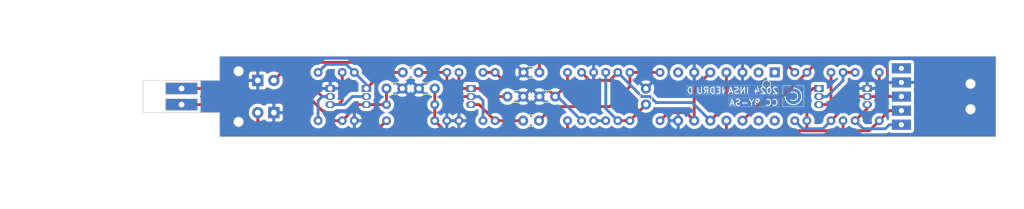
<source format=kicad_pcb>
(kicad_pcb (version 20221018) (generator pcbnew)
  (title_block (title "Turbo Light Pen") (date "2024-02-13") (rev "V001") (comment 1 "reverse engineered in 2024") (comment 2 "creativecommons.org/licenses/by-sa/4.0/") (comment 3 "License: CC BY-SA 4.0") (comment 4 "Author: InsaneDruid"))
  (layers (0 "F.Cu" signal) (31 "B.Cu" signal) (34 "B.Paste" user) (35 "F.Paste" user) (36 "B.SilkS" user "B.Silkscreen") (37 "F.SilkS" user "F.Silkscreen") (38 "B.Mask" user) (39 "F.Mask" user) (44 "Edge.Cuts" user))
  (net 0 "")
  (net 1 "GND")
  (net 2 "Net-(Q1-E)")
  (net 3 "Net-(Q4-E)")
  (net 4 "Net-(Q1-C)")
  (net 5 "Net-(Q3-E)")
  (net 6 "+5V")
  (net 7 "Net-(Q4-B)")
  (net 8 "Net-(Q4-C)")
  (net 9 "SWITCH")
  (net 12 "/A")
  (net 13 "/B")
  (net 15 "LIGHT")
  (net 18 "Net-(Q2-C)")
  (net 19 "Net-(C6-Pad2)")
  (net 20 "Net-(C4-Pad2)")
  (net 21 "Net-(C7-Pad1)")
  (net 22 "Net-(D102-A)")
  (net 24 "Net-(D101-A)")
  (net 25 "Net-(Q101-B)")
  (net 26 "Net-(Q101-C)")
  (net 27 "Net-(Q102-B)")
  (net 28 "Net-(R13-Pad2)")
  (footprint "turbo-lightpen_lib_fp:R_Axial_DIN0204_L3.6mm_D1.6mm_P7.62mm_Horizontal" (layer "F.Cu") (at 95.885 60.96 -90)
    (fp_text reference "R7" hide)
    (fp_text value "4.7K")
  )
  (footprint "turbo-lightpen_lib_fp:R_Axial_DIN0204_L3.6mm_D1.6mm_P7.62mm_Horizontal" (layer "F.Cu") (at 103.505 68.58 90)
    (fp_text reference "R8" hide)
    (fp_text value "620")
  )
  (footprint "turbo-lightpen_lib_fp:R_Axial_DIN0204_L3.6mm_D1.6mm_P7.62mm_Horizontal" (layer "F.Cu") (at 97.79 60.96 -90)
    (fp_text reference "R9" hide)
    (fp_text value "500")
  )
  (footprint "LED_THT:LED_Rectangular_W3.0mm_H2.0mm" (layer "F.Cu") (at 68.58 67.31 180)
    (fp_text reference "D101" hide)
    (fp_text value "IR")
  )
  (footprint "turbo-lightpen_lib_fp:R_Axial_DIN0204_L3.6mm_D1.6mm_P7.62mm_Horizontal" (layer "F.Cu") (at 93.98 68.58 180)
    (fp_text reference "R101" hide)
    (fp_text value "220")
  )
  (footprint "turbo-lightpen_lib_fp:R_Axial_DIN0204_L3.6mm_D1.6mm_P7.62mm_Horizontal" (layer "F.Cu") (at 81.28 60.96 -90)
    (fp_text reference "R4" hide)
    (fp_text value "1K")
  )
  (footprint "turbo-lightpen_lib_fp:R_Axial_DIN0204_L3.6mm_D1.6mm_P7.62mm_Horizontal" (layer "F.Cu") (at 114.935 68.58 90)
    (fp_text reference "R5" hide)
    (fp_text value "120")
  )
  (footprint "turbo-lightpen_lib_fp:R_Axial_DIN0204_L3.6mm_D1.6mm_P7.62mm_Horizontal" (layer "F.Cu") (at 158.4325 68.58 90)
    (fp_text reference "R105" hide)
    (fp_text value "10K")
  )
  (footprint "turbo-lightpen_lib_fp:R_Axial_DIN0204_L3.6mm_D1.6mm_P7.62mm_Horizontal" (layer "F.Cu") (at 120.9675 60.96 -90)
    (fp_text reference "R13" hide)
    (fp_text value "1K")
  )
  (footprint "Capacitor_THT:C_Disc_D3.0mm_W1.6mm_P2.50mm" (layer "F.Cu") (at 88.92 60.96)
    (fp_text reference "C3" hide)
    (fp_text value "10nF")
  )
  (footprint "turbo-lightpen_lib_fp:TO-92_Inline" (layer "F.Cu") (at 154.6225 63.5 -90)
    (fp_text reference "Q101" hide)
    (fp_text value "2N3906")
  )
  (footprint "turbo-lightpen_lib_fp:TO-92_Inline" (layer "F.Cu") (at 162.2425 63.5 -90)
    (fp_text reference "Q102" hide)
    (fp_text value "2N3904")
  )
  (footprint "turbo-lightpen_lib_fp:R_Axial_DIN0204_L3.6mm_D1.6mm_P7.62mm_Horizontal" (layer "F.Cu") (at 101.6 60.96 -90)
    (fp_text reference "R6" hide)
    (fp_text value "20K")
  )
  (footprint "turbo-lightpen_lib_fp:R_Axial_DIN0204_L3.6mm_D1.6mm_P7.62mm_Horizontal" (layer "F.Cu") (at 164.1475 68.58 90)
    (fp_text reference "R103" hide)
    (fp_text value "10K")
  )
  (footprint "turbo-lightpen_lib_fp:DIP-14_W7.62mm" (layer "F.Cu") (at 147.6375 60.96 -90)
    (fp_text reference "U1" hide)
    (fp_text value "LM319")
  )
  (footprint "LED_THT:LED_Rectangular_W3.0mm_H2.0mm" (layer "F.Cu") (at 66.04 62.23)
    (fp_text reference "D102" hide)
    (fp_text value "D_Photo")
  )
  (footprint "Capacitor_THT:C_Disc_D3.0mm_W1.6mm_P2.50mm" (layer "F.Cu") (at 107.93 68.58)
    (fp_text reference "C6" hide)
    (fp_text value "1nF")
  )
  (footprint "Capacitor_THT:C_Disc_D3.0mm_W1.6mm_P2.50mm" (layer "F.Cu") (at 110.49 64.77)
    (fp_text reference "C4" hide)
    (fp_text value "2nF")
  )
  (footprint "Capacitor_THT:C_Disc_D3.0mm_W1.6mm_P2.50mm" (layer "F.Cu") (at 127.3175 66.02 90)
    (fp_text reference "C7" hide)
    (fp_text value "100nF")
  )
  (footprint "Capacitor_THT:C_Disc_D3.0mm_W1.6mm_P2.50mm" (layer "F.Cu") (at 88.86 63.5 180)
    (fp_text reference "C2" hide)
    (fp_text value "2nF")
  )
  (footprint "turbo-lightpen_lib_fp:R_Axial_DIN0204_L3.6mm_D1.6mm_P7.62mm_Horizontal" (layer "F.Cu") (at 79.375 68.58 90)
    (fp_text reference "R2" hide)
    (fp_text value "100k")
  )
  (footprint "turbo-lightpen_lib_fp:Cablepad_01x05" (layer "F.Cu") (at 167.64 64.77)
    (fp_text reference "J1" hide)
    (fp_text value "Conn_01x05_Pin")
  )
  (footprint "turbo-lightpen_lib_fp:R_Axial_DIN0204_L3.6mm_D1.6mm_P7.62mm_Horizontal" (layer "F.Cu") (at 160.3375 60.96 -90)
    (fp_text reference "R106" hide)
    (fp_text value "2.2K")
  )
  (footprint "turbo-lightpen_lib_fp:turbo-lightpen_mountingholes_front" (layer "F.Cu") (at 63.0075 64.77)
    (fp_text reference "mounting_front" hide)
    (fp_text value "turbo-lightpen_mountingholes_front" hide)
    (fp_circle (center 0 -4) (end 0.75 -4) (stroke (width 0.12)) (fill none) (layer "Edge.Cuts"))
    (fp_circle (center 0 4) (end 0.75 4) (stroke (width 0.12)) (fill none) (layer "Edge.Cuts"))
  )
  (footprint "turbo-lightpen_lib_fp:R_Axial_DIN0204_L3.6mm_D1.6mm_P7.62mm_Horizontal" (layer "F.Cu") (at 129.54 60.96 -90)
    (fp_text reference "R15" hide)
    (fp_text value "4.7K")
  )
  (footprint "turbo-lightpen_lib_fp:R_Axial_DIN0204_L3.6mm_D1.6mm_P7.62mm_Horizontal" (layer "F.Cu") (at 122.8725 60.96 -90)
    (fp_text reference "R11" hide)
    (fp_text value "120")
  )
  (footprint "turbo-lightpen_lib_fp:LED_D5.0mm_Horizontal_O6.35mm_Z3.0mm" (layer "F.Cu") (at 54.015 63.5 -90)
    (fp_text reference "Q1" hide)
    (fp_text value "Q_Photo_NPN")
  )
  (footprint "turbo-lightpen_lib_fp:R_Axial_DIN0204_L3.6mm_D1.6mm_P7.62mm_Horizontal" (layer "F.Cu") (at 152.7175 68.58 90)
    (fp_text reference "R22" hide)
    (fp_text value "1K")
  )
  (footprint "turbo-lightpen_lib_fp:turbo-lightpen_mountingholes_rear" (layer "F.Cu") (at 178.5575 64.77)
    (fp_text reference "mounting_rear" hide)
    (fp_text value "turbo-lightpen_mountingholes_rear" hide)
    (fp_circle (center 0 -2) (end 0.75 -2) (stroke (width 0.12)) (fill none) (layer "Edge.Cuts"))
    (fp_circle (center 0 2) (end 0.75 2) (stroke (width 0.12)) (fill none) (layer "Edge.Cuts"))
  )
  (footprint "turbo-lightpen_lib_fp:TO-92_Inline" (layer "F.Cu") (at 83.185 63.5 -90)
    (fp_text reference "Q3" hide)
    (fp_text value "2N3904")
  )
  (footprint "turbo-lightpen_lib_fp:R_Axial_DIN0204_L3.6mm_D1.6mm_P7.62mm_Horizontal" (layer "F.Cu") (at 150.8125 60.96 -90)
    (fp_text reference "R102" hide)
    (fp_text value "220")
  )
  (footprint "turbo-lightpen_lib_fp:R_Axial_DIN0204_L3.6mm_D1.6mm_P7.62mm_Horizontal" (layer "F.Cu") (at 124.7775 60.96 -90)
    (fp_text reference "R12" hide)
    (fp_text value "10K")
  )
  (footprint "Capacitor_THT:C_Disc_D3.0mm_W1.6mm_P2.50mm" (layer "F.Cu") (at 91.48 63.5)
    (fp_text reference "C1" hide)
    (fp_text value "2nF")
  )
  (footprint "turbo-lightpen_lib_fp:R_Axial_DIN0204_L3.6mm_D1.6mm_P7.62mm_Horizontal" (layer "F.Cu") (at 93.98 66.04 180)
    (fp_text reference "R1" hide)
    (fp_text value "220")
  )
  (footprint "turbo-lightpen_lib_fp:TO-92_Inline" (layer "F.Cu") (at 77.47 63.5 -90)
    (fp_text reference "Q2" hide)
    (fp_text value "2N3904")
  )
  (footprint "Capacitor_THT:C_Disc_D3.0mm_W1.6mm_P2.50mm" (layer "F.Cu") (at 105.45 64.77)
    (fp_text reference "C5" hide)
    (fp_text value "2nF")
  )
  (footprint "turbo-lightpen_lib_fp:R_Axial_DIN0204_L3.6mm_D1.6mm_P7.62mm_Horizontal" (layer "F.Cu") (at 117.1575 68.58 90)
    (fp_text reference "R10" hide)
    (fp_text value "8.2K")
  )
  (footprint "turbo-lightpen_lib_fp:R_Axial_DIN0204_L3.6mm_D1.6mm_P7.62mm_Horizontal" (layer "F.Cu") (at 119.0625 68.58 90)
    (fp_text reference "R14" hide)
    (fp_text value "3.3K")
  )
  (footprint "Capacitor_THT:C_Disc_D3.0mm_W1.6mm_P2.50mm" (layer "F.Cu") (at 110.49 60.96 180)
    (fp_text reference "C101" hide)
    (fp_text value "10nF")
  )
  (footprint "turbo-lightpen_lib_fp:R_Axial_DIN0204_L3.6mm_D1.6mm_P7.62mm_Horizontal" (layer "F.Cu") (at 156.5275 68.58 90)
    (fp_text reference "R104" hide)
    (fp_text value "10K")
  )
  (footprint "turbo-lightpen_lib_fp:R_Axial_DIN0204_L3.6mm_D1.6mm_P7.62mm_Horizontal" (layer "F.Cu") (at 75.565 60.96 -90)
    (fp_text reference "R3" hide)
    (fp_text value "100K")
  )
  (footprint "turbo-lightpen_lib_fp:TO-92_Inline" (layer "F.Cu") (at 99.695 63.5 -90)
    (fp_text reference "Q4" hide)
    (fp_text value "2N3904")
  )
  (gr_poly (pts (xy 175.229622 62.896363) (xy 175.230182 62.890379) (xy 175.231168 62.884421) (xy 175.232579 62.878489) (xy 175.234416 62.872582) (xy 175.236679 62.866698) (xy 175.239367 62.860837) (xy 175.242482 62.854997) (xy 175.246023 62.849178) (xy 175.249991 62.843379) (xy 175.254385 62.837599) (xy 175.259206 62.831836) (xy 175.264454 62.82609) (xy 175.27013 62.82036) (xy 175.276232 62.814645) (xy 175.282762 62.808943) (xy 175.297105 62.797578) (xy 175.31316 62.786257) (xy 175.330928 62.774972) (xy 175.35041 62.763716) (xy 175.37538 62.749757) (xy 175.400681 62.735384) (xy 175.423336 62.722168) (xy 175.432741 62.716486) (xy 175.440368 62.711681) (xy 175.443558 62.709554) (xy 175.446826 62.70748) (xy 175.450149 62.70547) (xy 175.453501 62.703537) (xy 175.456859 62.701692) (xy 175.460197 62.699946) (xy 175.463491 62.698311) (xy 175.466717 62.696799) (xy 175.469849 62.695421) (xy 175.472865 62.694189) (xy 175.475738 62.693115) (xy 175.478444 62.69221) (xy 175.480959 62.691486) (xy 175.483259 62.690954) (xy 175.485318 62.690626) (xy 175.487112 62.690515) (xy 175.488876 62.690403) (xy 175.490848 62.690074) (xy 175.493009 62.689538) (xy 175.495339 62.688806) (xy 175.497818 62.687888) (xy 175.500429 62.686794) (xy 175.50315 62.685535) (xy 175.505963 62.684121) (xy 175.508849 62.682562) (xy 175.511787 62.680868) (xy 175.514759 62.679051) (xy 175.517745 62.67712) (xy 175.520727 62.675086) (xy 175.523683 62.672959) (xy 175.526596 62.670749) (xy 175.529445 62.668466) (xy 175.532129 62.666184) (xy 175.534876 62.663974) (xy 175.537667 62.661846) (xy 175.540483 62.659812) (xy 175.543304 62.657881) (xy 175.54611 62.656064) (xy 175.548884 62.654371) (xy 175.551604 62.652812) (xy 175.554251 62.651397) (xy 175.556808 62.650138) (xy 175.559252 62.649044) (xy 175.561567 62.648126) (xy 175.563732 62.647394) (xy 175.565727 62.646859) (xy 175.567534 62.64653) (xy 175.56836 62.646446) (xy 175.569133 62.646418) (xy 175.570728 62.646245) (xy 175.572846 62.645737) (xy 175.57545 62.644912) (xy 175.578503 62.643786) (xy 175.585813 62.640697) (xy 175.594488 62.636606) (xy 175.604238 62.631647) (xy 175.614773 62.625954) (xy 175.625804 62.619661) (xy 175.637042 62.612904) (xy 175.660965 62.598655) (xy 175.686872 62.583579) (xy 175.711456 62.569495) (xy 175.73141 62.558223) (xy 175.809021 62.51589) (xy 175.812801 62.513712) (xy 175.816519 62.511485) (xy 175.820158 62.509225) (xy 175.823697 62.506946) (xy 175.827118 62.504662) (xy 175.8304 62.502387) (xy 175.833524 62.500134) (xy 175.836472 62.49792) (xy 175.839223 62.495757) (xy 175.841758 62.49366) (xy 175.844058 62.491643) (xy 175.846104 62.489721) (xy 175.847876 62.487907) (xy 175.849355 62.486215) (xy 175.850521 62.484661) (xy 175.85098 62.48394) (xy 175.851354 62.483258) (xy 175.852082 62.48175) (xy 175.853412 62.479892) (xy 175.857726 62.475227) (xy 175.863991 62.469472) (xy 175.871901 62.462835) (xy 175.881149 62.455527) (xy 175.89143 62.447756) (xy 175.913862 62.431664) (xy 175.93675 62.416233) (xy 175.957643 62.403139) (xy 175.966576 62.39799) (xy 175.974091 62.394054) (xy 175.979884 62.391539) (xy 175.982038 62.390879) (xy 175.983646 62.390654) (xy 175.984088 62.39062) (xy 175.984584 62.390521) (xy 175.985734 62.390133) (xy 175.98708 62.389503) (xy 175.988607 62.388642) (xy 175.9903 62.387564) (xy 175.992142 62.386282) (xy 175.994118 62.384809) (xy 175.996214 62.383157) (xy 175.998413 62.38134) (xy 176.000699 62.379371) (xy 176.003058 62.377262) (xy 176.005474 62.375027) (xy 176.010414 62.370228) (xy 176.012908 62.36769) (xy 176.015396 62.365077) (xy 176.019053 62.361012) (xy 176.022452 62.357403) (xy 176.025643 62.354231) (xy 176.02868 62.351476) (xy 176.031614 62.349119) (xy 176.033058 62.348083) (xy 176.034496 62.34714) (xy 176.035933 62.346287) (xy 176.037378 62.345521) (xy 176.038835 62.34484) (xy 176.040311 62.344241) (xy 176.041813 62.343723) (xy 176.043348 62.343282) (xy 176.044921 62.342916) (xy 176.04654 62.342624) (xy 176.04821 62.342401) (xy 176.049939 62.342247) (xy 176.053596 62.342133) (xy 176.057563 62.342261) (xy 176.061891 62.342613) (xy 176.066634 62.34317) (xy 176.071841 62.343911) (xy 176.076695 62.344825) (xy 176.081361 62.345933) (xy 176.085881 62.347263) (xy 176.090293 62.348844) (xy 176.094638 62.350704) (xy 176.098955 62.352871) (xy 176.103286 62.355375) (xy 176.10767 62.358242) (xy 176.112146 62.361503) (xy 176.116756 62.365184) (xy 176.121539 62.369315) (xy 176.126535 62.373924) (xy 176.131784 62.37904) (xy 176.137327 62.38469) (xy 176.143203 62.390904) (xy 176.149452 62.397709) (xy 176.158532 62.408046) (xy 176.167232 62.418519) (xy 176.175524 62.429077) (xy 176.183379 62.43967) (xy 176.190769 62.450248) (xy 176.197666 62.46076) (xy 176.204041 62.471155) (xy 176.209865 62.481384) (xy 176.215111 62.491395) (xy 176.219749 62.501139) (xy 176.223752 62.510566) (xy 176.227091 62.519624) (xy 176.229737 62.528264) (xy 176.231662 62.536435) (xy 176.232838 62.544086) (xy 176.233237 62.551168) (xy 176.233112 62.554301) (xy 176.232734 62.557422) (xy 176.232097 62.560541) (xy 176.231197 62.563666) (xy 176.230028 62.566807) (xy 176.228586 62.569972) (xy 176.226864 62.573171) (xy 176.224858 62.576413) (xy 176.222563 62.579706) (xy 176.219973 62.58306) (xy 176.217083 62.586484) (xy 176.213889 62.589987) (xy 176.210384 62.593577) (xy 176.206564 62.597265) (xy 176.202424 62.601058) (xy 176.197959 62.604966) (xy 176.194365 62.608115) (xy 176.190872 62.611264) (xy 176.187498 62.614392) (xy 176.184261 62.617479) (xy 176.181179 62.620504) (xy 176.17827 62.623446) (xy 176.175552 62.626285) (xy 176.173044 62.628999) (xy 176.170763 62.631569) (xy 176.168727 62.633974) (xy 176.166955 62.636193) (xy 176.165465 62.638205) (xy 176.164274 62.639989) (xy 176.163401 62.641526) (xy 176.163089 62.642194) (xy 176.162864 62.642793) (xy 176.162727 62.64332) (xy 176.162681 62.643772) (xy 176.162655 62.64427) (xy 176.162579 62.644773) (xy 176.162454 62.64528) (xy 176.16228 62.645789) (xy 176.162059 62.6463) (xy 176.161792 62.646812) (xy 176.161124 62.647837) (xy 176.160286 62.648857) (xy 176.159286 62.649864) (xy 176.158134 62.650854) (xy 176.156838 62.65182) (xy 176.155408 62.652754) (xy 176.153853 62.653651) (xy 176.152181 62.654503) (xy 176.150403 62.655306) (xy 176.148526 62.656052) (xy 176.14656 62.656734) (xy 176.144514 62.657346) (xy 176.142396 62.657883) (xy 176.137446 62.65923) (xy 176.130738 62.661218) (xy 176.113292 62.666702) (xy 176.092539 62.67351) (xy 176.070959 62.680813) (xy 176.065558 62.682745) (xy 176.060286 62.684567) (xy 176.055169 62.686272) (xy 176.050233 62.687855) (xy 176.045504 62.689309) (xy 176.041007 62.690627) (xy 176.036769 62.691803) (xy 176.032814 62.69283) (xy 176.02917 62.693702) (xy 176.025862 62.694413) (xy 176.022916 62.694956) (xy 176.020357 62.695324) (xy 176.018212 62.695512) (xy 176.016506 62.695512) (xy 176.015825 62.69544) (xy 176.015265 62.695318) (xy 176.014827 62.695147) (xy 176.014514 62.694925) (xy 176.013889 62.694518) (xy 176.013013 62.694285) (xy 176.011901 62.69422) (xy 176.010566 62.694316) (xy 176.007282 62.694965) (xy 176.003269 62.696178) (xy 175.998637 62.697903) (xy 175.993492 62.700087) (xy 175.987945 62.702676) (xy 175.982103 62.705618) (xy 175.976075 62.70886) (xy 175.969969 62.712348) (xy 175.963895 62.71603) (xy 175.95796 62.719853) (xy 175.952273 62.723764) (xy 175.946942 62.72771) (xy 175.942077 62.731637) (xy 175.937785 62.735494) (xy 175.932763 62.739579) (xy 175.925223 62.745068) (xy 175.904092 62.759334) (xy 175.877401 62.776453) (xy 175.848157 62.794584) (xy 175.819369 62.811889) (xy 175.794042 62.826527) (xy 175.775185 62.836659) (xy 175.769123 62.83946) (xy 175.765806 62.840445) (xy 175.765087 62.840588) (xy 175.763937 62.841005) (xy 175.760445 62.842609) (xy 175.755528 62.845143) (xy 175.74938 62.848493) (xy 175.742199 62.852546) (xy 175.73418 62.857188) (xy 175.716417 62.867786) (xy 175.700979 62.876986) (xy 175.682416 62.886944) (xy 175.661178 62.897485) (xy 175.637717 62.908438) (xy 175.585929 62.930882) (xy 175.530658 62.952893) (xy 175.47551 62.973085) (xy 175.424094 62.990073) (xy 175.400912 62.996932) (xy 175.380016 63.002472) (xy 175.361856 63.006517) (xy 175.346883 63.008897) (xy 175.324688 63.0111) (xy 175.315569 63.011743) (xy 175.307567 63.011969) (xy 175.303938 63.0119) (xy 175.300532 63.011695) (xy 175.29733 63.011343) (xy 175.294312 63.010834) (xy 175.291461 63.010158) (xy 175.288756 63.009305) (xy 175.28618 63.008263) (xy 175.283713 63.007022) (xy 175.281337 63.005572) (xy 175.279032 63.003903) (xy 175.27678 63.002002) (xy 175.274561 62.999862) (xy 175.272358 62.99747) (xy 175.27015 62.994816) (xy 175.26792 62.99189) (xy 175.265647 62.988681) (xy 175.260901 62.981372) (xy 175.255761 62.972807) (xy 175.243695 62.95157) (xy 175.240434 62.945304) (xy 175.237597 62.939073) (xy 175.235185 62.932877) (xy 175.233196 62.926714) (xy 175.231632 62.920583) (xy 175.230492 62.914483) (xy 175.229777 62.908414) (xy 175.229487 62.902374)) (fill solid) (layer "F.Cu"))
  (gr_poly (pts (xy 174.469605 64.798547) (xy 174.470201 64.796796) (xy 174.471116 64.794889) (xy 174.472331 64.792839) (xy 174.475588 64.78837) (xy 174.479821 64.783506) (xy 174.484881 64.778363) (xy 174.490618 64.773057) (xy 174.496882 64.767705) (xy 174.503523 64.762422) (xy 174.510392 64.757326) (xy 174.517338 64.752532) (xy 174.524212 64.748156) (xy 174.530863 64.744315) (xy 174.537143 64.741125) (xy 174.5429 64.738703) (xy 174.545537 64.737816) (xy 174.547986 64.737164) (xy 174.550231 64.736763) (xy 174.552251 64.736626) (xy 174.552919 64.73659) (xy 174.553603 64.736484) (xy 174.554299 64.736309) (xy 174.555006 64.736068) (xy 174.555724 64.735762) (xy 174.556452 64.735393) (xy 174.557928 64.734476) (xy 174.559425 64.733331) (xy 174.560932 64.731975) (xy 174.562439 64.730422) (xy 174.563936 64.728688) (xy 174.565412 64.726789) (xy 174.566858 64.72474) (xy 174.568262 64.722557) (xy 174.569614 64.720255) (xy 174.570904 64.717849) (xy 174.572122 64.715356) (xy 174.573257 64.71279) (xy 174.5743 64.710167) (xy 174.576559 64.704209) (xy 174.579315 64.697724) (xy 174.582485 64.690928) (xy 174.585985 64.68404) (xy 174.587833 64.680629) (xy 174.589733 64.677275) (xy 174.591674 64.674007) (xy 174.593647 64.670852) (xy 174.59564 64.667836) (xy 174.597643 64.664987) (xy 174.599646 64.662331) (xy 174.601639 64.659896) (xy 174.603436 64.657502) (xy 174.605183 64.654963) (xy 174.60687 64.6523) (xy 174.608488 64.649534) (xy 174.610029 64.646685) (xy 174.611484 64.643773) (xy 174.612843 64.640821) (xy 174.614097 64.637848) (xy 174.615237 64.634875) (xy 174.616255 64.631922) (xy 174.617141 64.629011) (xy 174.617886 64.626162) (xy 174.618482 64.623396) (xy 174.618918 64.620733) (xy 174.619187 64.618194) (xy 174.619278 64.615799) (xy 174.619349 64.61357) (xy 174.619557 64.611197) (xy 174.619894 64.608699) (xy 174.620353 64.606098) (xy 174.620925 64.603414) (xy 174.621604 64.600669) (xy 174.62238 64.597881) (xy 174.623247 64.595074) (xy 174.624196 64.592266) (xy 174.625221 64.589479) (xy 174.626313 64.586733) (xy 174.627464 64.584049) (xy 174.628667 64.581448) (xy 174.629913 64.578951) (xy 174.631196 64.576577) (xy 174.632508 64.574348) (xy 174.633995 64.571977) (xy 174.635476 64.569187) (xy 174.636943 64.566015) (xy 174.638392 64.562497) (xy 174.639814 64.558668) (xy 174.641205 64.554566) (xy 174.643863 64.545685) (xy 174.646314 64.536142) (xy 174.648506 64.526227) (xy 174.650389 64.516229) (xy 174.65191 64.506438) (xy 174.652762 64.499443) (xy 174.653681 64.492977) (xy 174.654693 64.486988) (xy 174.655823 64.481427) (xy 174.657099 64.476243) (xy 174.658545 64.471386) (xy 174.660188 64.466806) (xy 174.662052 64.462451) (xy 174.664165 64.458273) (xy 174.666552 64.454219) (xy 174.669238 64.450241) (xy 174.67225 64.446287) (xy 174.675613 64.442307) (xy 174.679354 64.438251) (xy 174.683497 64.434069) (xy 174.68807 64.429709) (xy 174.6913 64.42657) (xy 174.694686 64.423448) (xy 174.698199 64.420359) (xy 174.701809 64.41732) (xy 174.705486 64.414349) (xy 174.7092 64.411462) (xy 174.712923 64.408676) (xy 174.716623 64.406007) (xy 174.720271 64.403472) (xy 174.723839 64.401089) (xy 174.727295 64.398873) (xy 174.73061 64.396843) (xy 174.733755 64.395014) (xy 174.736699 64.393403) (xy 174.739414 64.392027) (xy 174.741869 64.390903) (xy 174.7482 64.389009) (xy 174.755517 64.387612) (xy 174.763668 64.386693) (xy 174.772502 64.386232) (xy 174.781869 64.386211) (xy 174.791618 64.386609) (xy 174.801596 64.387408) (xy 174.811652 64.388589) (xy 174.821637 64.39013) (xy 174.831398 64.392015) (xy 174.840784 64.394222) (xy 174.849645 64.396733) (xy 174.857828 64.399528) (xy 174.865184 64.402588) (xy 174.87156 64.405893) (xy 174.874334 64.407631) (xy 174.876806 64.409424) (xy 174.88882 64.418836) (xy 174.899786 64.427253) (xy 174.909794 64.434713) (xy 174.918933 64.441257) (xy 174.927291 64.446922) (xy 174.934958 64.451747) (xy 174.93856 64.453857) (xy 174.942022 64.455771) (xy 174.945357 64.457495) (xy 174.948574 64.459034) (xy 174.951686 64.460391) (xy 174.954703 64.461572) (xy 174.957636 64.462582) (xy 174.960496 64.463426) (xy 174.963295 64.464108) (xy 174.966044 64.464634) (xy 174.968754 64.465008) (xy 174.971436 64.465235) (xy 174.974101 64.465319) (xy 174.976761 64.465267) (xy 174.979426 64.465082) (xy 174.982107 64.46477) (xy 174.984817 64.464334) (xy 174.987565 64.463781) (xy 174.993223 64.462341) (xy 174.997841 64.461123) (xy 175.002135 64.460124) (xy 175.006156 64.459355) (xy 175.009952 64.458827) (xy 175.013573 64.458552) (xy 175.017066 64.458543) (xy 175.020483 64.458809) (xy 175.02387 64.459364) (xy 175.027279 64.460219) (xy 175.030757 64.461385) (xy 175.034354 64.462874) (xy 175.038119 64.464697) (xy 175.042101 64.466867) (xy 175.046349 64.469395) (xy 175.050913 64.472292) (xy 175.055841 64.47557) (xy 175.061174 64.479293) (xy 175.065973 64.482534) (xy 175.070301 64.485308) (xy 175.074224 64.487628) (xy 175.076053 64.488622) (xy 175.077806 64.489509) (xy 175.079489 64.490289) (xy 175.081111 64.490965) (xy 175.08268 64.491538) (xy 175.084204 64.49201) (xy 175.085691 64.492382) (xy 175.08715 64.492658) (xy 175.088588 64.492838) (xy 175.090013 64.492924) (xy 175.091434 64.492918) (xy 175.092859 64.492822) (xy 175.094295 64.492637) (xy 175.09575 64.492365) (xy 175.097234 64.492009) (xy 175.098753 64.491569) (xy 175.100316 64.491048) (xy 175.101932 64.490448) (xy 175.10535 64.489015) (xy 175.109074 64.487285) (xy 175.113167 64.485272) (xy 175.116115 64.48391) (xy 175.119637 64.482478) (xy 175.128215 64.479456) (xy 175.13853 64.476311) (xy 175.150209 64.473145) (xy 175.162879 64.470061) (xy 175.176171 64.467164) (xy 175.18971 64.464556) (xy 175.203125 64.462341) (xy 175.216618 64.460245) (xy 175.230369 64.457972) (xy 175.243975 64.455597) (xy 175.257034 64.453191) (xy 175.269142 64.450826) (xy 175.279896 64.448574) (xy 175.288893 64.446509) (xy 175.295729 64.444702) (xy 175.298723 64.443761) (xy 175.301738 64.442922) (xy 175.304752 64.442185) (xy 175.307746 64.441546) (xy 175.310698 64.441006) (xy 175.313589 64.440563) (xy 175.316397 64.440215) (xy 175.319101 64.439962) (xy 175.321681 64.439801) (xy 175.324117 64.439733) (xy 175.326387 64.439754) (xy 175.328472 64.439865) (xy 175.330349 64.440064) (xy 175.331999 64.440349) (xy 175.333402 64.44072) (xy 175.334535 64.441174) (xy 175.335818 64.441672) (xy 175.337978 64.441853) (xy 175.340963 64.441728) (xy 175.344719 64.441312) (xy 175.354332 64.439655) (xy 175.366395 64.436985) (xy 175.380484 64.433406) (xy 175.396175 64.42902) (xy 175.413044 64.423931) (xy 175.430667 64.418243) (xy 175.448451 64.412326) (xy 175.464793 64.40646) (xy 175.479736 64.400611) (xy 175.493327 64.394748) (xy 175.499629 64.391801) (xy 175.50561 64.388839) (xy 175.511275 64.385856) (xy 175.516631 64.38285) (xy 175.521682 64.379817) (xy 175.526435 64.376751) (xy 175.530895 64.37365) (xy 175.535067 64.370508) (xy 175.538958 64.367323) (xy 175.542573 64.36409) (xy 175.545918 64.360805) (xy 175.548998 64.357464) (xy 175.551818 64.354062) (xy 175.554386 64.350597) (xy 175.556706 64.347063) (xy 175.558783 64.343458) (xy 175.560625 64.339776) (xy 175.562235 64.336013) (xy 175.563621 64.332167) (xy 175.564786 64.328232) (xy 175.565739 64.324205) (xy 175.566483 64.320081) (xy 175.567024 64.315857) (xy 175.567369 64.311528) (xy 175.567818 64.305079) (xy 175.568485 64.297803) (xy 175.569337 64.289948) (xy 175.570345 64.281763) (xy 175.571477 64.273494) (xy 175.572702 64.265391) (xy 175.573988 64.257702) (xy 175.575306 64.250674) (xy 175.576602 64.243633) (xy 175.577485 64.237006) (xy 175.577916 64.230712) (xy 175.577855 64.224671) (xy 175.577628 64.221719) (xy 175.577262 64.2188) (xy 175.576754 64.215903) (xy 175.576097 64.213018) (xy 175.575287 64.210135) (xy 175.574319 64.207244) (xy 175.573188 64.204334) (xy 175.571889 64.201396) (xy 175.568766 64.195393) (xy 175.56491 64.189154) (xy 175.560283 64.182596) (xy 175.554842 64.17564) (xy 175.548549 64.168203) (xy 175.541363 64.160204) (xy 175.533244 64.151562) (xy 175.524153 64.142195) (xy 175.516255 64.134293) (xy 175.50814 64.126809) (xy 175.49986 64.11977) (xy 175.491466 64.113201) (xy 175.48301 64.107128) (xy 175.474544 64.101578) (xy 175.466119 64.096574) (xy 175.457787 64.092145) (xy 175.4496 64.088315) (xy 175.441609 64.08511) (xy 175.433866 64.082556) (xy 175.426423 64.08068) (xy 175.419331 64.079506) (xy 175.415933 64.07919) (xy 175.412642 64.07906) (xy 175.409465 64.079119) (xy 175.406408 64.079369) (xy 175.403478 64.079815) (xy 175.400681 64.080459) (xy 175.398377 64.080883) (xy 175.396099 64.081165) (xy 175.393852 64.081308) (xy 175.391641 64.081313) (xy 175.389471 64.081185) (xy 175.387348 64.080924) (xy 175.385277 64.080534) (xy 175.383262 64.080018) (xy 175.38131 64.079378) (xy 175.379425 64.078616) (xy 175.377612 64.077735) (xy 175.375876 64.076738) (xy 175.374223 64.075628) (xy 175.372658 64.074406) (xy 175.371186 64.073076) (xy 175.369813 64.07164) (xy 175.368358 64.070173) (xy 175.36665 64.068754) (xy 175.364705 64.06739) (xy 175.362537 64.066086) (xy 175.360162 64.06485) (xy 175.357596 64.063687) (xy 175.354855 64.062604) (xy 175.351953 64.061608) (xy 175.348907 64.060704) (xy 175.345732 64.059901) (xy 175.342442 64.059203) (xy 175.339055 64.058617) (xy 175.335585 64.058151) (xy 175.332048 64.057809) (xy 175.328459 64.0576) (xy 175.324834 64.057529) (xy 175.320011 64.057443) (xy 175.315439 64.057172) (xy 175.311079 64.056697) (xy 175.306892 64.055999) (xy 175.302839 64.055058) (xy 175.298882 64.053854) (xy 175.294982 64.052369) (xy 175.2911 64.050583) (xy 175.287197 64.048477) (xy 175.283234 64.046031) (xy 175.279174 64.043225) (xy 175.274976 64.040041) (xy 175.270603 64.036459) (xy 175.266015 64.03246) (xy 175.261175 64.028025) (xy 175.256042 64.023133) (xy 175.248635 64.015605) (xy 175.241104 64.007726) (xy 175.233656 63.999723) (xy 175.226497 63.991824) (xy 175.219834 63.984255) (xy 175.213874 63.977244) (xy 175.208824 63.971019) (xy 175.20489 63.965806) (xy 175.203311 63.963338) (xy 175.201565 63.960904) (xy 175.199669 63.958516) (xy 175.197641 63.956188) (xy 175.195499 63.953932) (xy 175.193262 63.951761) (xy 175.190947 63.949688) (xy 175.188573 63.947727) (xy 175.186158 63.945889) (xy 175.183719 63.944188) (xy 175.181275 63.942638) (xy 175.178844 63.94125) (xy 175.176444 63.940037) (xy 175.174094 63.939014) (xy 175.17181 63.938192) (xy 175.169612 63.937584) (xy 175.166998 63.93679) (xy 175.16445 63.935742) (xy 175.161974 63.934454) (xy 175.159574 63.93294) (xy 175.157255 63.931214) (xy 175.155021 63.92929) (xy 175.152878 63.927183) (xy 175.150829 63.924906) (xy 175.148879 63.922474) (xy 175.147034 63.919902) (xy 175.145298 63.917203) (xy 175.143675 63.914392) (xy 175.140789 63.908488) (xy 175.138413 63.902306) (xy 175.136584 63.895959) (xy 175.135341 63.889559) (xy 175.134951 63.886376) (xy 175.134721 63.883222) (xy 175.134656 63.880112) (xy 175.134761 63.877061) (xy 175.13504 63.874081) (xy 175.135498 63.871189) (xy 175.13614 63.868397) (xy 175.136971 63.865719) (xy 175.137995 63.863172) (xy 175.139216 63.860767) (xy 175.14064 63.85852) (xy 175.142271 63.856445) (xy 175.164075 63.832363) (xy 175.183626 63.810963) (xy 175.201089 63.792116) (xy 175.21663 63.775692) (xy 175.230414 63.761563) (xy 175.236699 63.755318) (xy 175.242606 63.749599) (xy 175.248157 63.744389) (xy 175.253372 63.739671) (xy 175.258272 63.73543) (xy 175.262877 63.73165) (xy 175.267208 63.728314) (xy 175.271287 63.725407) (xy 175.275132 63.722911) (xy 175.278766 63.720812) (xy 175.282208 63.719092) (xy 175.28548 63.717736) (xy 175.288602 63.716728) (xy 175.291595 63.716051) (xy 175.29448 63.715689) (xy 175.297276 63.715626) (xy 175.300006 63.715846) (xy 175.302689 63.716333) (xy 175.305346 63.717071) (xy 175.307997 63.718043) (xy 175.310665 63.719233) (xy 175.313368 63.720626) (xy 175.315082 63.721556) (xy 175.316908 63.722365) (xy 175.318835 63.723056) (xy 175.320851 63.72363) (xy 175.322945 63.72409) (xy 175.325104 63.724439) (xy 175.327318 63.72468) (xy 175.329574 63.724815) (xy 175.331861 63.724846) (xy 175.334168 63.724777) (xy 175.336483 63.724609) (xy 175.338793 63.724346) (xy 175.341088 63.72399) (xy 175.343356 63.723544) (xy 175.345585 63.723009) (xy 175.347764 63.72239) (xy 175.351244 63.721205) (xy 175.354895 63.720292) (xy 175.358701 63.719642) (xy 175.362647 63.719249) (xy 175.366716 63.719105) (xy 175.370894 63.719202) (xy 175.375165 63.719532) (xy 175.379514 63.720088) (xy 175.383925 63.720863) (xy 175.388382 63.721848) (xy 175.39287 63.723036) (xy 175.397373 63.72442) (xy 175.401877 63.725992) (xy 175.406365 63.727745) (xy 175.410822 63.72967) (xy 175.415233 63.73176) (xy 175.419582 63.734008) (xy 175.423853 63.736406) (xy 175.428031 63.738947) (xy 175.4321 63.741622) (xy 175.436046 63.744424) (xy 175.439852 63.747347) (xy 175.443503 63.750381) (xy 175.446983 63.75352) (xy 175.450277 63.756755) (xy 175.45337 63.76008) (xy 175.456246 63.763487) (xy 175.458889 63.766968) (xy 175.461284 63.770515) (xy 175.463416 63.774121) (xy 175.465269 63.777779) (xy 175.466827 63.78148) (xy 175.467756 63.783919) (xy 175.468885 63.78627) (xy 175.470208 63.788532) (xy 175.471719 63.790699) (xy 175.47341 63.792768) (xy 175.475276 63.794735) (xy 175.477309 63.796596) (xy 175.479504 63.798347) (xy 175.481855 63.799985) (xy 175.484353 63.801505) (xy 175.486994 63.802903) (xy 175.489771 63.804176) (xy 175.492677 63.80532) (xy 175.495705 63.806331) (xy 175.49885 63.807205) (xy 175.502104 63.807938) (xy 175.503507 63.808204) (xy 175.504903 63.808505) (xy 175.506289 63.808839) (xy 175.507665 63.809206) (xy 175.510375 63.810031) (xy 175.513019 63.81097) (xy 175.515579 63.812012) (xy 175.518042 63.813147) (xy 175.52039 63.814365) (xy 175.52261 63.815655) (xy 175.524685 63.817008) (xy 175.525663 63.817704) (xy 175.526599 63.818411) (xy 175.527492 63.81913) (xy 175.528338 63.819857) (xy 175.529137 63.820591) (xy 175.529886 63.821333) (xy 175.530583 63.822079) (xy 175.531227 63.82283) (xy 175.531815 63.823583) (xy 175.532346 63.824337) (xy 175.532817 63.825091) (xy 175.533227 63.825844) (xy 175.533573 63.826594) (xy 175.533855 63.827341) (xy 175.53584 63.832231) (xy 175.538166 63.836985) (xy 175.54084 63.841613) (xy 175.543873 63.846123) (xy 175.547272 63.850525) (xy 175.551047 63.854828) (xy 175.555207 63.859039) (xy 175.559762 63.86317) (xy 175.564719 63.867228) (xy 175.570088 63.871223) (xy 175.575879 63.875164) (xy 175.5821 63.879059) (xy 175.58876 63.882918) (xy 175.595868 63.88675) (xy 175.603434 63.890564) (xy 175.611466 63.894369) (xy 175.622804 63.900126) (xy 175.635196 63.907682) (xy 175.648456 63.916854) (xy 175.662398 63.927455) (xy 175.676836 63.939302) (xy 175.691585 63.95221) (xy 175.706457 63.965994) (xy 175.721268 63.980468) (xy 175.73583 63.99545) (xy 175.749958 64.010753) (xy 175.763467 64.026192) (xy 175.776169 64.041585) (xy 175.787879 64.056744) (xy 175.79841 64.071486) (xy 175.807578 64.085626) (xy 175.815195 64.09898) (xy 175.821363 64.110681) (xy 175.827831 64.124294) (xy 175.834403 64.139334) (xy 175.840882 64.155314) (xy 175.847071 64.171749) (xy 175.852774 64.188153) (xy 175.857795 64.20404) (xy 175.861938 64.218924) (xy 175.867531 64.238778) (xy 175.869823 64.247624) (xy 175.871791 64.255883) (xy 175.873443 64.263657) (xy 175.87479 64.271045) (xy 175.875839 64.278149) (xy 175.8766 64.28507) (xy 175.877082 64.291908) (xy 175.877294 64.298764) (xy 175.877246 64.305739) (xy 175.876945 64.312934) (xy 175.876401 64.320449) (xy 175.875624 64.328385) (xy 175.873403 64.345924) (xy 175.871838 64.358285) (xy 175.870468 64.370068) (xy 175.869326 64.381023) (xy 175.868442 64.390904) (xy 175.867848 64.399461) (xy 175.867574 64.406448) (xy 175.867567 64.409274) (xy 175.867652 64.411615) (xy 175.867832 64.41344) (xy 175.868111 64.414716) (xy 175.86833 64.415857) (xy 175.868328 64.417603) (xy 175.868115 64.419917) (xy 175.867698 64.422764) (xy 175.866282 64.429909) (xy 175.864143 64.438749) (xy 175.861342 64.448995) (xy 175.857942 64.460357) (xy 175.854004 64.472545) (xy 175.849591 64.485272) (xy 175.844357 64.498752) (xy 175.838563 64.511758) (xy 175.832185 64.524308) (xy 175.825199 64.536424) (xy 175.817584 64.548127) (xy 175.809314 64.559438) (xy 175.800368 64.570376) (xy 175.790721 64.580962) (xy 175.780351 64.591218) (xy 175.769234 64.601164) (xy 175.757347 64.610821) (xy 175.744667 64.620209) (xy 175.73117 64.629349) (xy 175.716834 64.638261) (xy 175.701635 64.646967) (xy 175.685549 64.655487) (xy 175.673901 64.661283) (xy 175.662315 64.667297) (xy 175.651102 64.673331) (xy 175.64057 64.679189) (xy 175.63103 64.684675) (xy 175.622793 64.689593) (xy 175.616168 64.693746) (xy 175.611466 64.696938) (xy 175.605056 64.702066) (xy 175.602685 64.704246) (xy 175.601034 64.706378) (xy 175.600516 64.707475) (xy 175.600225 64.708618) (xy 175.600175 64.709828) (xy 175.600381 64.711123) (xy 175.600859 64.712524) (xy 175.601625 64.71405) (xy 175.604079 64.717554) (xy 175.607867 64.721791) (xy 175.613111 64.726919) (xy 175.619933 64.733093) (xy 175.628457 64.740471) (xy 175.682021 64.785133) (xy 175.694456 64.795714) (xy 175.706426 64.80612) (xy 175.717631 64.816092) (xy 175.727772 64.825371) (xy 175.736549 64.8337) (xy 175.740332 64.837427) (xy 175.743661 64.840819) (xy 175.7465 64.843845) (xy 175.74881 64.846471) (xy 175.750554 64.848666) (xy 175.751695 64.850397) (xy 175.752562 64.851904) (xy 175.753502 64.853444) (xy 175.754507 64.855007) (xy 175.755567 64.856584) (xy 175.756674 64.858166) (xy 175.757819 64.859745) (xy 175.760184 64.862854) (xy 175.76259 64.865839) (xy 175.764965 64.868628) (xy 175.767237 64.871148) (xy 175.769334 64.873327) (xy 175.782289 64.886118) (xy 175.794673 64.900621) (xy 175.806452 64.916749) (xy 175.817593 64.934416) (xy 175.828062 64.953534) (xy 175.837826 64.974019) (xy 175.846851 64.995782) (xy 175.855103 65.018738) (xy 175.862549 65.042799) (xy 175.869155 65.06788) (xy 175.874888 65.093894) (xy 175.879715 65.120754) (xy 175.8836 65.148373) (xy 175.886512 65.176666) (xy 175.888416 65.205545) (xy 175.889278 65.234924) (xy 175.889266 65.251527) (xy 175.888598 65.269108) (xy 175.887323 65.287446) (xy 175.885489 65.30632) (xy 175.883143 65.32551) (xy 175.880333 65.344793) (xy 175.877107 65.363951) (xy 175.873513 65.38276) (xy 175.869599 65.401001) (xy 175.865412 65.418453) (xy 175.861001 65.434895) (xy 175.856412 65.450105) (xy 175.851694 65.463863) (xy 175.846895 65.475948) (xy 175.842062 65.48614) (xy 175.837243 65.494216) (xy 175.835291 65.49688) (xy 175.833409 65.499566) (xy 175.831604 65.502258) (xy 175.829885 65.504937) (xy 175.828258 65.507585) (xy 175.826733 65.510184) (xy 175.825315 65.512716) (xy 175.824014 65.515162) (xy 175.822838 65.517505) (xy 175.821792 65.519727) (xy 175.820887 65.521809) (xy 175.820128 65.523733) (xy 175.819525 65.525482) (xy 175.819085 65.527037) (xy 175.818815 65.52838) (xy 175.818723 65.529494) (xy 175.818519 65.530574) (xy 175.817922 65.532138) (xy 175.81695 65.534154) (xy 175.815622 65.536591) (xy 175.811979 65.542594) (xy 175.807147 65.549889) (xy 175.801282 65.558217) (xy 175.794538 65.567321) (xy 175.787071 65.576941) (xy 175.779035 65.58682) (xy 175.770999 65.596952) (xy 175.763532 65.606692) (xy 175.756788 65.615811) (xy 175.750923 65.624082) (xy 175.748368 65.627829) (xy 175.746091 65.631279) (xy 175.744112 65.634403) (xy 175.742448 65.637174) (xy 175.741121 65.639561) (xy 175.740149 65.641538) (xy 175.739551 65.643076) (xy 175.739399 65.643672) (xy 175.739348 65.644146) (xy 175.739066 65.645291) (xy 175.73824 65.646889) (xy 175.735078 65.651331) (xy 175.730098 65.657248) (xy 175.723542 65.664417) (xy 175.706652 65.681617) (xy 175.686321 65.701142) (xy 175.66446 65.721205) (xy 175.642981 65.740016) (xy 175.623797 65.75579) (xy 175.615663 65.761978) (xy 175.60882 65.766737) (xy 175.6062 65.768386) (xy 175.60332 65.770338) (xy 175.5969 65.775046) (xy 175.589798 65.780643) (xy 175.582251 65.786911) (xy 175.574498 65.793634) (xy 175.566776 65.800595) (xy 175.559322 65.807576) (xy 175.552375 65.814362) (xy 175.548896 65.81779) (xy 175.54542 65.821119) (xy 175.541969 65.824332) (xy 175.538567 65.827412) (xy 175.535238 65.830342) (xy 175.532005 65.833105) (xy 175.52889 65.835685) (xy 175.525917 65.838064) (xy 175.52311 65.840226) (xy 175.520491 65.842155) (xy 175.518084 65.843833) (xy 175.515913 65.845244) (xy 175.513999 65.84637) (xy 175.512368 65.847195) (xy 175.511665 65.84749) (xy 175.511041 65.847703) (xy 175.510499 65.847832) (xy 175.510042 65.847876) (xy 175.508497 65.848076) (xy 175.506528 65.848661) (xy 175.501443 65.850889) (xy 175.495035 65.85437) (xy 175.487553 65.858914) (xy 175.479243 65.864331) (xy 175.470355 65.870433) (xy 175.461136 65.877027) (xy 175.451834 65.883925) (xy 175.442697 65.890937) (xy 175.433974 65.897873) (xy 175.425913 65.904542) (xy 175.418761 65.910756) (xy 175.412766 65.916323) (xy 175.408177 65.921055) (xy 175.405242 65.924761) (xy 175.404472 65.926169) (xy 175.404209 65.927251) (xy 175.404178 65.927742) (xy 175.404086 65.928222) (xy 175.403935 65.928691) (xy 175.403726 65.929149) (xy 175.40346 65.929595) (xy 175.403139 65.93003) (xy 175.402334 65.930861) (xy 175.401323 65.931641) (xy 175.400116 65.932367) (xy 175.398722 65.933035) (xy 175.397153 65.933645) (xy 175.395418 65.934192) (xy 175.393529 65.934675) (xy 175.391494 65.93509) (xy 175.389326 65.935436) (xy 175.387033 65.93571) (xy 175.384626 65.935908) (xy 175.382117 65.936029) (xy 175.379514 65.93607) (xy 175.376792 65.936182) (xy 175.373612 65.936511) (xy 175.370015 65.937047) (xy 175.366037 65.937779) (xy 175.357097 65.939791) (xy 175.347103 65.942464) (xy 175.336364 65.945716) (xy 175.325192 65.949465) (xy 175.313895 65.953626) (xy 175.302785 65.958119) (xy 175.29462 65.961541) (xy 175.287282 65.964539) (xy 175.280709 65.96712) (xy 175.274838 65.969295) (xy 175.272147 65.970232) (xy 175.269609 65.971071) (xy 175.267215 65.971813) (xy 175.264958 65.972459) (xy 175.26283 65.97301) (xy 175.260824 65.973467) (xy 175.258931 65.973831) (xy 175.257145 65.974104) (xy 175.255456 65.974286) (xy 175.253858 65.974379) (xy 175.252343 65.974384) (xy 175.250902 65.974302) (xy 175.249529 65.974134) (xy 175.248215 65.973881) (xy 175.246953 65.973544) (xy 175.245734 65.973125) (xy 175.244552 65.972625) (xy 175.243399 65.972044) (xy 175.242266 65.971385) (xy 175.241146 65.970647) (xy 175.240031 65.969832) (xy 175.238913 65.968942) (xy 175.237785 65.967977) (xy 175.236639 65.966938) (xy 175.235061 65.965627) (xy 175.233316 65.964344) (xy 175.231424 65.963097) (xy 175.229405 65.961895) (xy 175.227276 65.960743) (xy 175.225059 65.959652) (xy 175.222771 65.958627) (xy 175.220434 65.957678) (xy 175.218065 65.956811) (xy 175.215684 65.956034) (xy 175.213312 65.955356) (xy 175.210966 65.954784) (xy 175.208667 65.954325) (xy 175.206434 65.953988) (xy 175.204286 65.95378) (xy 175.202243 65.953709) (xy 175.199923 65.953549) (xy 175.197436 65.953077) (xy 175.194796 65.952309) (xy 175.192018 65.951258) (xy 175.189117 65.949939) (xy 175.186105 65.948366) (xy 175.179809 65.944517) (xy 175.173244 65.939826) (xy 175.166525 65.934408) (xy 175.159764 65.928377) (xy 175.153075 65.921849) (xy 175.146572 65.914938) (xy 175.14037 65.90776) (xy 175.13458 65.900429) (xy 175.129318 65.893062) (xy 175.124696 65.885771) (xy 175.120829 65.878673) (xy 175.11783 65.871883) (xy 175.116692 65.868639) (xy 175.115813 65.865515) (xy 175.115236 65.86312) (xy 175.114506 65.860581) (xy 175.113633 65.857918) (xy 175.11263 65.855152) (xy 175.111508 65.852303) (xy 175.110278 65.849391) (xy 175.108954 65.846439) (xy 175.107545 65.843466) (xy 175.104522 65.83754) (xy 175.101302 65.83178) (xy 175.099648 65.829014) (xy 175.09798 65.826351) (xy 175.096308 65.823812) (xy 175.094646 65.821417) (xy 175.093004 65.818972) (xy 175.091391 65.816286) (xy 175.089813 65.813385) (xy 175.08828 65.810297) (xy 175.086798 65.807048) (xy 175.085376 65.803667) (xy 175.08402 65.800179) (xy 175.08274 65.796613) (xy 175.081543 65.792995) (xy 175.080435 65.789352) (xy 175.079426 65.785712) (xy 175.078523 65.782102) (xy 175.077734 65.778549) (xy 175.077066 65.775079) (xy 175.076527 65.771721) (xy 175.076125 65.768501) (xy 175.075704 65.763034) (xy 175.075485 65.758167) (xy 175.075544 65.753841) (xy 175.07596 65.749994) (xy 175.076326 65.748231) (xy 175.07681 65.746565) (xy 175.077422 65.744989) (xy 175.078172 65.743494) (xy 175.079069 65.742074) (xy 175.080123 65.740721) (xy 175.081343 65.739427) (xy 175.08274 65.738184) (xy 175.084323 65.736985) (xy 175.086101 65.735822) (xy 175.090285 65.733576) (xy 175.095367 65.731384) (xy 175.101426 65.729185) (xy 175.108539 65.726919) (xy 175.116784 65.724526) (xy 175.136979 65.719112) (xy 175.137555 65.718918) (xy 175.138125 65.718669) (xy 175.138689 65.718367) (xy 175.139244 65.718013) (xy 175.14033 65.717154) (xy 175.141375 65.716108) (xy 175.142374 65.714885) (xy 175.14332 65.7135) (xy 175.144207 65.711964) (xy 175.145027 65.710292) (xy 175.145776 65.708496) (xy 175.146445 65.706589) (xy 175.147029 65.704583) (xy 175.147522 65.702493) (xy 175.147916 65.70033) (xy 175.148206 65.698107) (xy 175.148384 65.695838) (xy 175.148445 65.693536) (xy 175.148516 65.691101) (xy 175.148726 65.688445) (xy 175.149067 65.685596) (xy 175.149534 65.68258) (xy 175.150119 65.679425) (xy 175.150817 65.676157) (xy 175.151621 65.672803) (xy 175.152524 65.669392) (xy 175.15352 65.66595) (xy 175.154603 65.662504) (xy 175.155766 65.659081) (xy 175.157002 65.655708) (xy 175.158306 65.652413) (xy 175.159671 65.649223) (xy 175.161089 65.646164) (xy 175.162556 65.643264) (xy 175.164648 65.63949) (xy 175.166642 65.636095) (xy 175.168563 65.633067) (xy 175.170438 65.630394) (xy 175.171367 65.629185) (xy 175.172293 65.628061) (xy 175.17322 65.627018) (xy 175.174152 65.626056) (xy 175.175092 65.625173) (xy 175.176043 65.624367) (xy 175.177008 65.623636) (xy 175.17799 65.62298) (xy 175.178993 65.622396) (xy 175.18002 65.621882) (xy 175.181074 65.621438) (xy 175.182159 65.621061) (xy 175.183277 65.62075) (xy 175.184431 65.620503) (xy 175.185626 65.620319) (xy 175.186864 65.620196) (xy 175.188149 65.620133) (xy 175.189484 65.620127) (xy 175.190871 65.620177) (xy 175.192315 65.620282) (xy 175.195383 65.62065) (xy 175.198715 65.621216) (xy 175.201506 65.621629) (xy 175.204255 65.621877) (xy 175.206963 65.62196) (xy 175.20963 65.621877) (xy 175.212255 65.621629) (xy 175.214839 65.621216) (xy 175.217381 65.620637) (xy 175.219883 65.619893) (xy 175.222342 65.618984) (xy 175.224761 65.617909) (xy 175.227138 65.616669) (xy 175.229473 65.615263) (xy 175.231768 65.613692) (xy 175.234021 65.611956) (xy 175.236233 65.610054) (xy 175.238403 65.607987) (xy 175.240857 65.605639) (xy 175.243274 65.603553) (xy 175.245681 65.60172) (xy 175.248104 65.600132) (xy 175.250568 65.598782) (xy 175.2531 65.597662) (xy 175.255724 65.596764) (xy 175.258467 65.596081) (xy 175.261355 65.595604) (xy 175.264414 65.595326) (xy 175.267668 65.59524) (xy 175.271145 65.595337) (xy 175.27487 65.595609) (xy 175.278869 65.59605) (xy 175.283168 65.596651) (xy 175.287792 65.597404) (xy 175.291106 65.59794) (xy 175.29442 65.598551) (xy 175.297714 65.599229) (xy 175.300966 65.599967) (xy 175.304156 65.600756) (xy 175.307264 65.601589) (xy 175.310268 65.602459) (xy 175.313148 65.603357) (xy 175.315883 65.604275) (xy 175.318453 65.605207) (xy 175.320837 65.606143) (xy 175.323015 65.607077) (xy 175.324965 65.608001) (xy 175.326667 65.608907) (xy 175.3281 65.609786) (xy 175.329243 65.610633) (xy 175.332228 65.613182) (xy 175.33526 65.615197) (xy 175.336809 65.615999) (xy 175.338388 65.616659) (xy 175.340003 65.617177) (xy 175.341659 65.61755) (xy 175.343364 65.617776) (xy 175.345122 65.617852) (xy 175.34694 65.617777) (xy 175.348823 65.617547) (xy 175.350779 65.617161) (xy 175.352812 65.616616) (xy 175.357135 65.615042) (xy 175.36184 65.612807) (xy 175.366976 65.609892) (xy 175.372589 65.606279) (xy 175.378729 65.601951) (xy 175.385442 65.596889) (xy 175.392776 65.591075) (xy 175.40078 65.584491) (xy 175.4095 65.577119) (xy 175.420948 65.566881) (xy 175.432123 65.556364) (xy 175.443 65.545595) (xy 175.453556 65.534606) (xy 175.463766 65.523426) (xy 175.473605 65.512084) (xy 175.483049 65.50061) (xy 175.492072 65.489034) (xy 175.500652 65.477386) (xy 175.508762 65.465696) (xy 175.516379 65.453992) (xy 175.523478 65.442305) (xy 175.530034 65.430665) (xy 175.536023 65.419101) (xy 175.541421 65.407642) (xy 175.546202 65.39632) (xy 175.551512 65.381878) (xy 175.553707 65.375034) (xy 175.555614 65.368263) (xy 175.557246 65.36143) (xy 175.55862 65.3544) (xy 175.559747 65.34704) (xy 175.560644 65.339214) (xy 175.561323 65.330789) (xy 175.561799 65.32163) (xy 175.562201 65.300574) (xy 175.561961 65.27497) (xy 175.561195 65.243744) (xy 175.560492 65.22365) (xy 175.559662 65.20557) (xy 175.558641 65.189307) (xy 175.557364 65.174663) (xy 175.555767 65.161439) (xy 175.553785 65.149439) (xy 175.552629 65.143836) (xy 175.551353 65.138465) (xy 175.549948 65.133301) (xy 175.548407 65.128319) (xy 175.546721 65.123495) (xy 175.544882 65.118804) (xy 175.542882 65.114221) (xy 175.540714 65.109721) (xy 175.538368 65.10528) (xy 175.535838 65.100873) (xy 175.533114 65.096476) (xy 175.530189 65.092063) (xy 175.523703 65.083093) (xy 175.516315 65.073764) (xy 175.507961 65.063881) (xy 175.498576 65.053244) (xy 175.48934 65.043682) (xy 175.478634 65.033922) (xy 175.466666 65.024077) (xy 175.453639 65.014259) (xy 175.439759 65.004581) (xy 175.425232 64.995154) (xy 175.410264 64.986092) (xy 175.395059 64.977507) (xy 175.379823 64.96951) (xy 175.364761 64.962216) (xy 175.350079 64.955735) (xy 175.335982 64.95018) (xy 175.322676 64.945664) (xy 175.310366 64.9423) (xy 175.299258 64.940198) (xy 175.294218 64.939657) (xy 175.289556 64.939473) (xy 175.286905 64.939402) (xy 175.283937 64.939194) (xy 175.277181 64.938398) (xy 175.269557 64.937147) (xy 175.261334 64.935504) (xy 175.252779 64.93353) (xy 175.244163 64.931287) (xy 175.235754 64.928838) (xy 175.22782 64.926244) (xy 175.219013 64.923154) (xy 175.211065 64.920503) (xy 175.203905 64.918293) (xy 175.200598 64.917355) (xy 175.197462 64.916529) (xy 175.194487 64.915815) (xy 175.191665 64.915214) (xy 175.188986 64.914727) (xy 175.186443 64.914353) (xy 175.184025 64.914094) (xy 175.181724 64.913949) (xy 175.179532 64.91392) (xy 175.177439 64.914007) (xy 175.175436 64.91421) (xy 175.173515 64.914529) (xy 175.171667 64.914966) (xy 175.169882 64.915521) (xy 175.168152 64.916194) (xy 175.166468 64.916985) (xy 175.164822 64.917896) (xy 175.163203 64.918926) (xy 175.161605 64.920077) (xy 175.160016 64.921348) (xy 175.158429 64.92274) (xy 175.156835 64.924254) (xy 175.155225 64.92589) (xy 175.153589 64.927649) (xy 175.150208 64.931536) (xy 175.130468 64.956109) (xy 175.122202 64.96615) (xy 175.11482 64.974833) (xy 175.108183 64.982267) (xy 175.10215 64.988555) (xy 175.099316 64.991303) (xy 175.096581 64.993805) (xy 175.093928 64.996074) (xy 175.091339 64.998122) (xy 175.088796 64.999964) (xy 175.086282 65.001613) (xy 175.08378 65.003081) (xy 175.081272 65.004382) (xy 175.078741 65.005529) (xy 175.076169 65.006536) (xy 175.073539 65.007416) (xy 175.070834 65.008182) (xy 175.068035 65.008847) (xy 175.065126 65.009424) (xy 175.058907 65.01037) (xy 175.052036 65.011124) (xy 175.044375 65.011792) (xy 175.03804 65.012369) (xy 175.032228 65.012764) (xy 175.02688 65.012963) (xy 175.021941 65.01295) (xy 175.017353 65.01271) (xy 175.013059 65.012226) (xy 175.011005 65.011889) (xy 175.009004 65.011485) (xy 175.007047 65.011012) (xy 175.005129 65.010469) (xy 175.003241 65.009854) (xy 175.001378 65.009165) (xy 174.999531 65.008399) (xy 174.997694 65.007555) (xy 174.994021 65.005625) (xy 174.990301 65.003359) (xy 174.986478 65.000741) (xy 174.982494 64.997757) (xy 174.978294 64.99439) (xy 174.97382 64.990626) (xy 174.965315 64.983858) (xy 174.956961 64.978111) (xy 174.952824 64.975624) (xy 174.948703 64.973396) (xy 174.944593 64.971428) (xy 174.940485 64.969721) (xy 174.936374 64.968276) (xy 174.932252 64.967095) (xy 174.928112 64.966178) (xy 174.923947 64.965526) (xy 174.919751 64.965142) (xy 174.915516 64.965025) (xy 174.911235 64.965178) (xy 174.906902 64.9656) (xy 174.90251 64.966294) (xy 174.898051 64.967261) (xy 174.893519 64.968501) (xy 174.888907 64.970015) (xy 174.884207 64.971806) (xy 174.879414 64.973873) (xy 174.869516 64.978843) (xy 174.859159 64.984935) (xy 174.848286 64.992157) (xy 174.836842 65.000518) (xy 174.824771 65.010028) (xy 174.817669 65.015611) (xy 174.810903 65.020786) (xy 174.804461 65.02556) (xy 174.798327 65.029941) (xy 174.792488 65.033934) (xy 174.786929 65.037546) (xy 174.781636 65.040783) (xy 174.776595 65.043653) (xy 174.771792 65.04616) (xy 174.767212 65.048312) (xy 174.762842 65.050115) (xy 174.758667 65.051576) (xy 174.754672 65.052701) (xy 174.750845 65.053497) (xy 174.747169 65.053969) (xy 174.743632 65.054126) (xy 174.740979 65.054166) (xy 174.738325 65.054288) (xy 174.735689 65.054486) (xy 174.73309 65.054759) (xy 174.730549 65.055105) (xy 174.728083 65.055521) (xy 174.725713 65.056004) (xy 174.723458 65.056551) (xy 174.721337 65.05716) (xy 174.71937 65.057829) (xy 174.717576 65.058555) (xy 174.715975 65.059335) (xy 174.715253 65.059744) (xy 174.714586 65.060166) (xy 174.713976 65.060601) (xy 174.713427 65.061047) (xy 174.712941 65.061505) (xy 174.71252 65.061974) (xy 174.712166 65.062454) (xy 174.711882 65.062945) (xy 174.711024 65.064139) (xy 174.709948 65.065241) (xy 174.708669 65.066251) (xy 174.7072 65.067171) (xy 174.705558 65.068) (xy 174.703755 65.068741) (xy 174.701807 65.069394) (xy 174.699728 65.069959) (xy 174.695236 65.070831) (xy 174.690395 65.071363) (xy 174.685322 65.071562) (xy 174.680132 65.071434) (xy 174.674942 65.070985) (xy 174.669869 65.070223) (xy 174.665028 65.069153) (xy 174.660536 65.067782) (xy 174.658458 65.066986) (xy 174.65651 65.066116) (xy 174.654707 65.065175) (xy 174.653064 65.064163) (xy 174.651596 65.06308) (xy 174.650316 65.061928) (xy 174.64924 65.060707) (xy 174.648382 65.059417) (xy 174.647393 65.058045) (xy 174.646093 65.056584) (xy 174.644501 65.055047) (xy 174.642636 65.05345) (xy 174.640518 65.051807) (xy 174.638166 65.050131) (xy 174.6356 65.048437) (xy 174.632838 65.046739) (xy 174.629901 65.045052) (xy 174.626807 65.043389) (xy 174.623577 65.041765) (xy 174.620229 65.040194) (xy 174.616783 65.03869) (xy 174.613258 65.037267) (xy 174.609674 65.03594) (xy 174.606049 65.034723) (xy 174.602123 65.033329) (xy 174.598291 65.031802) (xy 174.594561 65.03015) (xy 174.590946 65.028384) (xy 174.587454 65.026515) (xy 174.584097 65.024553) (xy 174.580884 65.022508) (xy 174.577827 65.020391) (xy 174.574935 65.018212) (xy 174.572218 65.015982) (xy 174.569688 65.01371) (xy 174.567354 65.011407) (xy 174.565226 65.009083) (xy 174.563316 65.006749) (xy 174.561633 65.004415) (xy 174.560188 65.002091) (xy 174.559034 64.999727) (xy 174.557573 64.997278) (xy 174.555828 64.994762) (xy 174.553821 64.992197) (xy 174.551577 64.9896) (xy 174.549119 64.986991) (xy 174.546469 64.984387) (xy 174.543651 64.981806) (xy 174.540689 64.979267) (xy 174.537605 64.976787) (xy 174.534423 64.974384) (xy 174.531167 64.972077) (xy 174.527858 64.969884) (xy 174.524521 64.967823) (xy 174.521179 64.965911) (xy 174.517855 64.964167) (xy 174.514551 64.962279) (xy 174.511266 64.960262) (xy 174.50802 64.958135) (xy 174.504832 64.955913) (xy 174.501722 64.953613) (xy 174.498709 64.951253) (xy 174.495811 64.948849) (xy 174.49305 64.946418) (xy 174.490444 64.943977) (xy 174.488012 64.941542) (xy 174.485773 64.93913) (xy 174.483748 64.936758) (xy 174.481956 64.934443) (xy 174.480415 64.932202) (xy 174.479146 64.930051) (xy 174.478619 64.929015) (xy 174.478167 64.928007) (xy 174.476307 64.923306) (xy 174.474698 64.919085) (xy 174.473342 64.915287) (xy 174.472242 64.911857) (xy 174.4714 64.908737) (xy 174.471076 64.907275) (xy 174.470819 64.905869) (xy 174.470627 64.904513) (xy 174.470501 64.903199) (xy 174.470442 64.901919) (xy 174.47045 64.900667) (xy 174.470525 64.899436) (xy 174.470668 64.898219) (xy 174.470878 64.897008) (xy 174.471156 64.895796) (xy 174.471503 64.894577) (xy 174.471919 64.893342) (xy 174.472404 64.892086) (xy 174.472958 64.890801) (xy 174.474276 64.888114) (xy 174.475876 64.885227) (xy 174.47776 64.88208) (xy 174.479931 64.878619) (xy 174.481326 64.876187) (xy 174.482535 64.873837) (xy 174.483559 64.87155) (xy 174.484396 64.869303) (xy 174.485047 64.867078) (xy 174.485512 64.864852) (xy 174.485791 64.862606) (xy 174.485884 64.860319) (xy 174.485791 64.857969) (xy 174.485512 64.855537) (xy 174.485047 64.853001) (xy 174.484396 64.850342) (xy 174.483559 64.847537) (xy 174.482535 64.844568) (xy 174.481326 64.841412) (xy 174.479931 64.838049) (xy 174.478795 64.835676) (xy 174.477704 64.8332) (xy 174.476662 64.830645) (xy 174.475673 64.828031) (xy 174.474741 64.825381) (xy 174.473869 64.822717) (xy 174.473063 64.820061) (xy 174.472324 64.817434) (xy 174.471658 64.814859) (xy 174.471068 64.812358) (xy 174.470559 64.809952) (xy 174.470133 64.807664) (xy 174.469795 64.805515) (xy 174.469549 64.803528) (xy 174.469399 64.801724) (xy 174.469348 64.800125)) (fill solid) (layer "F.Cu"))
  (gr_poly (pts (xy 173.684701 67.711453) (xy 173.684798 67.710211) (xy 173.684974 67.708976) (xy 173.685229 67.707749) (xy 173.685564 67.706528) (xy 173.685978 67.705314) (xy 173.686471 67.704107) (xy 173.687042 67.702906) (xy 173.687692 67.701711) (xy 173.688421 67.700523) (xy 173.689228 67.69934) (xy 173.690114 67.698164) (xy 173.691077 67.696993) (xy 173.692118 67.695827) (xy 173.693237 67.694667) (xy 173.694228 67.692972) (xy 173.695214 67.689908) (xy 173.69715 67.679908) (xy 173.699004 67.665134) (xy 173.700733 67.64605) (xy 173.702297 67.623121) (xy 173.703655 67.596813) (xy 173.704764 67.56759) (xy 173.705584 67.535917) (xy 173.707644 67.483455) (xy 173.710986 67.427273) (xy 173.71532 67.370346) (xy 173.720356 67.315652) (xy 173.725807 67.266166) (xy 173.731381 67.224866) (xy 173.734124 67.208216) (xy 173.73679 67.194729) (xy 173.739342 67.184776) (xy 173.741744 67.17873) (xy 173.742855 67.175999) (xy 173.744183 67.170937) (xy 173.747366 67.154752) (xy 173.751046 67.132035) (xy 173.754973 67.104646) (xy 173.76258 67.043296) (xy 173.765763 67.013055) (xy 173.768202 66.985584) (xy 173.769667 66.970599) (xy 173.771403 66.955791) (xy 173.773392 66.94123) (xy 173.775616 66.92699) (xy 173.778057 66.913142) (xy 173.780697 66.89976) (xy 173.783518 66.886915) (xy 173.786502 66.874679) (xy 173.789631 66.863126) (xy 173.792886 66.852328) (xy 173.79625 66.842356) (xy 173.799704 66.833283) (xy 173.80323 66.825182) (xy 173.806811 66.818125) (xy 173.810428 66.812184) (xy 173.814063 66.807431) (xy 173.818682 66.802688) (xy 173.82419 66.797764) (xy 173.830459 66.792727) (xy 173.837365 66.787643) (xy 173.844783 66.782579) (xy 173.852588 66.777604) (xy 173.860653 66.772783) (xy 173.868854 66.768185) (xy 173.877065 66.763876) (xy 173.885161 66.759923) (xy 173.893017 66.756395) (xy 173.900507 66.753357) (xy 173.907507 66.750877) (xy 173.91389 66.749023) (xy 173.919531 66.747861) (xy 173.922035 66.747561) (xy 173.924306 66.747459) (xy 173.926627 66.747716) (xy 173.929269 66.74815) (xy 173.932203 66.748752) (xy 173.935399 66.749512) (xy 173.94246 66.751474) (xy 173.950213 66.753963) (xy 173.958421 66.756907) (xy 173.966846 66.760233) (xy 173.975251 66.76387) (xy 173.983396 66.767744) (xy 173.989004 66.770571) (xy 173.994274 66.773456) (xy 173.999242 66.776433) (xy 174.003943 66.77954) (xy 174.008411 66.782812) (xy 174.012681 66.786285) (xy 174.016789 66.789996) (xy 174.020769 66.793982) (xy 174.024655 66.798277) (xy 174.028484 66.802918) (xy 174.032289 66.807942) (xy 174.036106 66.813384) (xy 174.03997 66.819281) (xy 174.043915 66.82567) (xy 174.047976 66.832585) (xy 174.052188 66.840063) (xy 174.061535 66.857513) (xy 174.065331 66.864972) (xy 174.068587 66.871841) (xy 174.071336 66.878306) (xy 174.073613 66.884557) (xy 174.075451 66.890781) (xy 174.076882 66.897169) (xy 174.077942 66.903908) (xy 174.078664 66.911187) (xy 174.07908 66.919195) (xy 174.079225 66.92812) (xy 174.079133 66.938151) (xy 174.078836 66.949476) (xy 174.077764 66.976764) (xy 174.076614 66.994302) (xy 174.075174 67.01156) (xy 174.073486 67.028095) (xy 174.071591 67.043462) (xy 174.069531 67.057216) (xy 174.068452 67.06335) (xy 174.067347 67.068914) (xy 174.066221 67.073853) (xy 174.06508 67.078111) (xy 174.063928 67.081632) (xy 174.062771 67.084362) (xy 174.061376 67.087901) (xy 174.060169 67.091262) (xy 174.05915 67.094473) (xy 174.05832 67.097563) (xy 174.057682 67.10056) (xy 174.057237 67.103492) (xy 174.056985 67.106388) (xy 174.056929 67.109277) (xy 174.057068 67.112186) (xy 174.057406 67.115144) (xy 174.057942 67.118179) (xy 174.058679 67.121321) (xy 174.059617 67.124597) (xy 174.060758 67.128035) (xy 174.062103 67.131665) (xy 174.063653 67.135514) (xy 174.065357 67.13977) (xy 174.066823 67.143636) (xy 174.068041 67.147159) (xy 174.069 67.150383) (xy 174.06938 67.151898) (xy 174.069691 67.153355) (xy 174.069932 67.154759) (xy 174.070102 67.156118) (xy 174.0702 67.157436) (xy 174.070225 67.158718) (xy 174.070174 67.159972) (xy 174.070047 67.161201) (xy 174.069843 67.162413) (xy 174.06956 67.163612) (xy 174.069197 67.164804) (xy 174.068752 67.165995) (xy 174.068225 67.167191) (xy 174.067613 67.168396) (xy 174.066917 67.169618) (xy 174.066134 67.170861) (xy 174.065263 67.172131) (xy 174.064302 67.173434) (xy 174.06211 67.176162) (xy 174.059545 67.179087) (xy 174.056597 67.182258) (xy 174.05477 67.184423) (xy 174.052934 67.186931) (xy 174.0511 67.189751) (xy 174.04928 67.192855) (xy 174.047486 67.196211) (xy 174.04573 67.199791) (xy 174.044023 67.203565) (xy 174.042376 67.207503) (xy 174.040802 67.211576) (xy 174.039312 67.215752) (xy 174.037917 67.220004) (xy 174.03663 67.224301) (xy 174.035461 67.228614) (xy 174.034423 67.232913) (xy 174.033528 67.237167) (xy 174.032785 67.241348) (xy 174.031266 67.250143) (xy 174.029395 67.259786) (xy 174.027235 67.269966) (xy 174.024848 67.280374) (xy 174.022295 67.290699) (xy 174.019639 67.300631) (xy 174.016941 67.30986) (xy 174.014264 67.318077) (xy 174.011801 67.326533) (xy 174.00911 67.336446) (xy 174.006296 67.347455) (xy 174.00346 67.359198) (xy 174.000708 67.371312) (xy 173.998141 67.383437) (xy 173.995864 67.395211) (xy 173.99398 67.406271) (xy 173.988978 67.432054) (xy 173.982404 67.464369) (xy 173.975004 67.499165) (xy 173.967522 67.532389) (xy 173.964149 67.548831) (xy 173.960714 67.566689) (xy 173.954072 67.604378) (xy 173.951071 67.623073) (xy 173.948422 67.64091) (xy 173.946227 67.657321) (xy 173.944591 67.671737) (xy 173.943518 67.682499) (xy 173.942625 67.692021) (xy 173.941926 67.700386) (xy 173.941435 67.707676) (xy 173.941272 67.710944) (xy 173.941166 67.713974) (xy 173.941119 67.716776) (xy 173.941134 67.719362) (xy 173.94121 67.72174) (xy 173.941352 67.723923) (xy 173.941559 67.725919) (xy 173.941835 67.72774) (xy 173.94218 67.729395) (xy 173.942597 67.730896) (xy 173.943087 67.732251) (xy 173.943652 67.733473) (xy 173.944294 67.73457) (xy 173.945015 67.735554) (xy 173.945816 67.736434) (xy 173.946699 67.737221) (xy 173.947667 67.737926) (xy 173.94872 67.738558) (xy 173.94986 67.739128) (xy 173.95109 67.739646) (xy 173.952411 67.740124) (xy 173.953825 67.74057) (xy 173.956938 67.74141) (xy 173.957925 67.741676) (xy 173.9589 67.741977) (xy 173.959862 67.742311) (xy 173.96081 67.742678) (xy 173.961743 67.743076) (xy 173.962659 67.743503) (xy 173.964435 67.744442) (xy 173.966128 67.745484) (xy 173.967728 67.746619) (xy 173.969225 67.747837) (xy 173.970608 67.749127) (xy 173.971867 67.750479) (xy 173.972447 67.751176) (xy 173.972992 67.751883) (xy 173.973501 67.752601) (xy 173.973972 67.753329) (xy 173.974405 67.754063) (xy 173.974797 67.754805) (xy 173.975149 67.755551) (xy 173.975457 67.756302) (xy 173.975722 67.757055) (xy 173.975941 67.757809) (xy 173.976114 67.758563) (xy 173.976239 67.759316) (xy 173.976315 67.760067) (xy 173.976341 67.760813) (xy 173.978105 67.777239) (xy 173.979069 67.78723) (xy 173.979869 67.796973) (xy 173.979973 67.799459) (xy 173.979958 67.802266) (xy 173.979593 67.808727) (xy 173.978814 67.816119) (xy 173.977664 67.824203) (xy 173.976182 67.832741) (xy 173.974411 67.841497) (xy 173.972393 67.850232) (xy 173.970167 67.858709) (xy 173.967611 67.867306) (xy 173.965261 67.876389) (xy 173.96316 67.885699) (xy 173.961348 67.894979) (xy 173.959866 67.903969) (xy 173.958757 67.912411) (xy 173.958061 67.920047) (xy 173.957881 67.923482) (xy 173.95782 67.926619) (xy 173.957773 67.931162) (xy 173.95761 67.935223) (xy 173.957297 67.938837) (xy 173.9568 67.942039) (xy 173.956473 67.943496) (xy 173.956087 67.944864) (xy 173.955638 67.946145) (xy 173.955122 67.947346) (xy 173.954536 67.94847) (xy 173.953874 67.949521) (xy 173.953133 67.950504) (xy 173.952308 67.951423) (xy 173.951395 67.952283) (xy 173.95039 67.953088) (xy 173.949289 67.953842) (xy 173.948088 67.95455) (xy 173.946781 67.955215) (xy 173.945366 67.955844) (xy 173.943838 67.956438) (xy 173.942193 67.957004) (xy 173.938534 67.958067) (xy 173.934355 67.959066) (xy 173.929624 67.960037) (xy 173.924306 67.961014) (xy 173.916598 67.962584) (xy 173.906957 67.963977) (xy 173.895765 67.965185) (xy 173.883406 67.966196) (xy 173.870261 67.967) (xy 173.856713 67.967588) (xy 173.843145 67.967948) (xy 173.829938 67.96807) (xy 173.819357 67.968208) (xy 173.810029 67.968266) (xy 173.801843 67.968206) (xy 173.794688 67.967987) (xy 173.791462 67.967807) (xy 173.788453 67.967573) (xy 173.785645 67.967279) (xy 173.783026 67.966923) (xy 173.780581 67.966498) (xy 173.778297 67.965999) (xy 173.77616 67.965422) (xy 173.774155 67.964763) (xy 173.772269 67.964015) (xy 173.770488 67.963175) (xy 173.768798 67.962237) (xy 173.767186 67.961197) (xy 173.765636 67.96005) (xy 173.764136 67.95879) (xy 173.762672 67.957414) (xy 173.761229 67.955916) (xy 173.759794 67.954291) (xy 173.758353 67.952535) (xy 173.755396 67.948609) (xy 173.752249 67.944099) (xy 173.748799 67.938966) (xy 173.746682 67.935745) (xy 173.744636 67.932386) (xy 173.74267 67.928912) (xy 173.740793 67.925351) (xy 173.739014 67.921727) (xy 173.737342 67.918068) (xy 173.735787 67.914398) (xy 173.734357 67.910744) (xy 173.733062 67.907131) (xy 173.73191 67.903585) (xy 173.73091 67.900132) (xy 173.730072 67.896798) (xy 173.729404 67.893609) (xy 173.728916 67.89059) (xy 173.728616 67.887767) (xy 173.728514 67.885167) (xy 173.728484 67.882689) (xy 173.728394 67.880227) (xy 173.728247 67.877796) (xy 173.728046 67.875411) (xy 173.727793 67.873088) (xy 173.727491 67.870842) (xy 173.727143 67.86869) (xy 173.72675 67.866646) (xy 173.726317 67.864727) (xy 173.725844 67.862946) (xy 173.725336 67.861321) (xy 173.724794 67.859866) (xy 173.72422 67.858598) (xy 173.723619 67.857531) (xy 173.723308 67.857077) (xy 173.722991 67.856681) (xy 173.722669 67.856342) (xy 173.722341 67.856063) (xy 173.721825 67.855148) (xy 173.721275 67.853746) (xy 173.720095 67.8496) (xy 173.718853 67.843862) (xy 173.7176 67.836771) (xy 173.71639 67.828563) (xy 173.715272 67.819476) (xy 173.714298 67.809749) (xy 173.713521 67.799619) (xy 173.712975 67.794322) (xy 173.712331 67.789039) (xy 173.711597 67.783802) (xy 173.710779 67.778645) (xy 173.709884 67.773602) (xy 173.708917 67.768706) (xy 173.707886 67.763991) (xy 173.706797 67.75949) (xy 173.705656 67.755238) (xy 173.704469 67.751267) (xy 173.703244 67.747611) (xy 173.701987 67.744304) (xy 173.700704 67.74138) (xy 173.699402 67.738871) (xy 173.698086 67.736812) (xy 173.697426 67.735962) (xy 173.696764 67.735237) (xy 173.6954 67.733836) (xy 173.694118 67.732446) (xy 173.692919 67.731066) (xy 173.691802 67.729695) (xy 173.690766 67.728334) (xy 173.689813 67.726983) (xy 173.688942 67.725641) (xy 173.688152 67.724309) (xy 173.687443 67.722985) (xy 173.686816 67.721671) (xy 173.686269 67.720365) (xy 173.685804 67.719067) (xy 173.685419 67.717778) (xy 173.685115 67.716497) (xy 173.684891 67.715225) (xy 173.684748 67.71396) (xy 173.684685 67.712703)) (fill solid) (layer "F.Cu"))
  (gr_poly (pts (xy 170.572917 63.384054) (xy 170.573083 63.380956) (xy 170.573417 63.377975) (xy 170.573921 63.375033) (xy 170.574598 63.372051) (xy 170.575451 63.36895) (xy 170.576483 63.365652) (xy 170.577695 63.362077) (xy 170.579091 63.358147) (xy 170.580069 63.355948) (xy 170.581339 63.353663) (xy 170.582879 63.351308) (xy 170.584672 63.3489) (xy 170.586697 63.346456) (xy 170.588935 63.343992) (xy 170.591367 63.341526) (xy 170.593973 63.339075) (xy 170.596735 63.336654) (xy 170.599632 63.334281) (xy 170.602645 63.331972) (xy 170.605756 63.329745) (xy 170.608943 63.327616) (xy 170.612189 63.325602) (xy 170.615474 63.32372) (xy 170.618778 63.321987) (xy 170.621917 63.32047) (xy 170.625034 63.318903) (xy 170.628111 63.317301) (xy 170.631125 63.315675) (xy 170.634057 63.314039) (xy 170.636886 63.312406) (xy 170.63959 63.310788) (xy 170.64215 63.309199) (xy 170.644544 63.307651) (xy 170.646753 63.306157) (xy 170.648754 63.30473) (xy 170.650528 63.303383) (xy 170.652055 63.30213) (xy 170.653312 63.300982) (xy 170.65428 63.299954) (xy 170.654649 63.299488) (xy 170.654938 63.299057) (xy 170.656065 63.297481) (xy 170.657455 63.295899) (xy 170.660976 63.29273) (xy 170.665408 63.289578) (xy 170.670662 63.286475) (xy 170.676643 63.283449) (xy 170.683262 63.28053) (xy 170.690426 63.277749) (xy 170.698043 63.275134) (xy 170.706022 63.272715) (xy 170.714271 63.270522) (xy 170.722699 63.268586) (xy 170.731213 63.266934) (xy 170.739721 63.265598) (xy 170.748133 63.264607) (xy 170.756356 63.263991) (xy 170.764299 63.263779) (xy 170.773803 63.263484) (xy 170.784064 63.262618) (xy 170.794991 63.261209) (xy 170.806495 63.259286) (xy 170.818484 63.256878) (xy 170.830869 63.254012) (xy 170.843558 63.250717) (xy 170.856462 63.247022) (xy 170.86949 63.242954) (xy 170.882552 63.238543) (xy 170.895557 63.233817) (xy 170.908414 63.228804) (xy 170.921034 63.223533) (xy 170.933326 63.218031) (xy 170.945199 63.212328) (xy 170.956563 63.206452) (xy 171.017591 63.173467) (xy 171.069576 63.144978) (xy 171.113313 63.120519) (xy 171.149599 63.099627) (xy 171.179228 63.081834) (xy 171.191796 63.073956) (xy 171.202997 63.066678) (xy 171.212933 63.059942) (xy 171.221703 63.053691) (xy 171.229405 63.047867) (xy 171.236139 63.04241) (xy 171.23911 63.039871) (xy 171.242378 63.037227) (xy 171.249672 63.031703) (xy 171.25775 63.025993) (xy 171.266346 63.020252) (xy 171.275189 63.014634) (xy 171.284012 63.009296) (xy 171.292546 63.004392) (xy 171.300522 63.000077) (xy 171.304311 62.998229) (xy 171.308056 62.996334) (xy 171.311734 62.994405) (xy 171.315322 62.992457) (xy 171.318796 62.990503) (xy 171.322133 62.988558) (xy 171.325309 62.986637) (xy 171.328303 62.984753) (xy 171.331089 62.982921) (xy 171.333646 62.981155) (xy 171.33595 62.979469) (xy 171.337977 62.977877) (xy 171.339704 62.976394) (xy 171.341108 62.975033) (xy 171.341682 62.974403) (xy 171.342166 62.97381) (xy 171.342558 62.973254) (xy 171.342855 62.972737) (xy 171.343739 62.971644) (xy 171.345053 62.97036) (xy 171.346769 62.9689) (xy 171.348863 62.96728) (xy 171.354079 62.963621) (xy 171.360494 62.959508) (xy 171.367901 62.955063) (xy 171.376093 62.950412) (xy 171.384864 62.945679) (xy 171.394007 62.940987) (xy 171.3989 62.938542) (xy 171.40396 62.935857) (xy 171.40915 62.93296) (xy 171.41443 62.92988) (xy 171.425106 62.923283) (xy 171.435679 62.916293) (xy 171.445839 62.909137) (xy 171.455275 62.902044) (xy 171.459625 62.898591) (xy 171.463678 62.89524) (xy 171.467394 62.892017) (xy 171.470737 62.888952) (xy 171.474119 62.885701) (xy 171.477954 62.882251) (xy 171.486805 62.874869) (xy 171.496937 62.867031) (xy 171.507999 62.858966) (xy 171.51964 62.850901) (xy 171.531508 62.843064) (xy 171.543253 62.835681) (xy 171.554521 62.82898) (xy 171.584464 62.81172) (xy 171.612661 62.79508) (xy 171.638935 62.779185) (xy 171.663111 62.764157) (xy 171.685013 62.750122) (xy 171.704466 62.737203) (xy 171.721293 62.725524) (xy 171.73532 62.715209) (xy 171.742749 62.709909) (xy 171.751595 62.704061) (xy 171.761535 62.697861) (xy 171.772251 62.691507) (xy 171.783422 62.685194) (xy 171.794727 62.679118) (xy 171.805846 62.673477) (xy 171.816459 62.668466) (xy 171.82158 62.666113) (xy 171.826668 62.663695) (xy 171.831692 62.66123) (xy 171.83662 62.658737) (xy 171.841417 62.656234) (xy 171.846054 62.653738) (xy 171.850497 62.651269) (xy 171.854713 62.648843) (xy 171.858671 62.646479) (xy 171.862339 62.644195) (xy 171.865683 62.64201) (xy 171.868673 62.639941) (xy 171.871274 62.638006) (xy 171.873456 62.636224) (xy 171.875186 62.634612) (xy 171.876431 62.633189) (xy 171.877649 62.631877) (xy 171.878979 62.630594) (xy 171.88041 62.629348) (xy 171.88193 62.628145) (xy 171.883527 62.626994) (xy 171.88519 62.625902) (xy 171.886908 62.624878) (xy 171.888668 62.623928) (xy 171.890459 62.623061) (xy 171.89227 62.622285) (xy 171.894088 62.621606) (xy 171.895903 62.621034) (xy 171.897702 62.620575) (xy 171.899474 62.620238) (xy 171.901207 62.62003) (xy 171.90289 62.619959) (xy 171.904447 62.619868) (xy 171.906131 62.619601) (xy 171.907924 62.619169) (xy 171.909807 62.618581) (xy 171.911763 62.617849) (xy 171.913772 62.616983) (xy 171.915818 62.615992) (xy 171.917882 62.614888) (xy 171.919946 62.61368) (xy 171.921992 62.61238) (xy 171.924002 62.610997) (xy 171.925958 62.609541) (xy 171.927841 62.608024) (xy 171.929634 62.606454) (xy 171.931318 62.604844) (xy 171.932875 62.603202) (xy 171.934761 62.601283) (xy 171.93709 62.599178) (xy 171.93983 62.596908) (xy 171.942949 62.594493) (xy 171.950192 62.589312) (xy 171.958562 62.583799) (xy 171.9678 62.578122) (xy 171.977648 62.572444) (xy 171.987847 62.566932) (xy 171.998139 62.56175) (xy 172.009041 62.556492) (xy 172.020367 62.550768) (xy 172.031796 62.544775) (xy 172.043008 62.53871) (xy 172.053683 62.532769) (xy 172.0635 62.527148) (xy 172.072138 62.522044) (xy 172.079278 62.517653) (xy 172.082508 62.515506) (xy 172.085896 62.513371) (xy 172.089413 62.511262) (xy 172.093031 62.509192) (xy 172.096721 62.507174) (xy 172.100455 62.50522) (xy 172.107941 62.501558) (xy 172.111637 62.499876) (xy 172.115262 62.498309) (xy 172.11879 62.496872) (xy 172.122191 62.495578) (xy 172.125436 62.494438) (xy 172.128499 62.493466) (xy 172.131349 62.492675) (xy 172.133959 62.492077) (xy 172.136353 62.491315) (xy 172.138891 62.49036) (xy 172.14155 62.489227) (xy 172.144308 62.487929) (xy 172.147144 62.486482) (xy 172.150036 62.484899) (xy 172.152961 62.483195) (xy 172.155897 62.481384) (xy 172.158824 62.479479) (xy 172.161718 62.477496) (xy 172.164558 62.475448) (xy 172.167321 62.47335) (xy 172.169987 62.471215) (xy 172.172532 62.469059) (xy 172.174935 62.466894) (xy 172.177174 62.464737) (xy 172.179227 62.46261) (xy 172.181405 62.460535) (xy 172.183685 62.458526) (xy 172.186049 62.456593) (xy 172.188474 62.454747) (xy 172.190941 62.453001) (xy 172.193428 62.451366) (xy 172.195916 62.449854) (xy 172.198382 62.448476) (xy 172.200808 62.447245) (xy 172.203171 62.44617) (xy 172.205452 62.445265) (xy 172.207629 62.444541) (xy 172.209682 62.44401) (xy 172.211591 62.443682) (xy 172.212485 62.443598) (xy 172.213334 62.44357) (xy 172.215156 62.443408) (xy 172.217616 62.442931) (xy 172.224276 62.441104) (xy 172.232961 62.438222) (xy 172.24332 62.43442) (xy 172.255002 62.429833) (xy 172.267656 62.424595) (xy 172.28093 62.41884) (xy 172.294473 62.412703) (xy 172.308534 62.406449) (xy 172.321966 62.400918) (xy 172.334802 62.396108) (xy 172.347072 62.392018) (xy 172.358811 62.388646) (xy 172.370049 62.385991) (xy 172.38082 62.384051) (xy 172.391156 62.382827) (xy 172.401088 62.382315) (xy 172.41065 62.382515) (xy 172.415302 62.382881) (xy 172.419873 62.383425) (xy 172.424368 62.384147) (xy 172.42879 62.385045) (xy 172.433144 62.386121) (xy 172.437433 62.387373) (xy 172.441662 62.388802) (xy 172.445835 62.390407) (xy 172.454027 62.394147) (xy 172.462042 62.398591) (xy 172.470179 62.403961) (xy 172.477736 62.409507) (xy 172.484733 62.415263) (xy 172.491188 62.42126) (xy 172.497121 62.427531) (xy 172.502551 62.434108) (xy 172.507499 62.441024) (xy 172.511982 62.448311) (xy 172.516022 62.456) (xy 172.519636 62.464125) (xy 172.522844 62.472718) (xy 172.525666 62.481811) (xy 172.528122 62.491436) (xy 172.530229 62.501625) (xy 172.532009 62.512412) (xy 172.53348 62.523827) (xy 172.535409 62.542305) (xy 172.536022 62.550006) (xy 172.536346 62.556886) (xy 172.536339 62.5631) (xy 172.536199 62.566005) (xy 172.53596 62.568801) (xy 172.535618 62.571507) (xy 172.535168 62.574143) (xy 172.534604 62.576727) (xy 172.533921 62.579279) (xy 172.533114 62.581819) (xy 172.532178 62.584364) (xy 172.531107 62.586935) (xy 172.529897 62.589551) (xy 172.527037 62.594993) (xy 172.523558 62.600846) (xy 172.519417 62.607261) (xy 172.514573 62.614393) (xy 172.502612 62.631424) (xy 172.497357 62.638673) (xy 172.492487 62.645224) (xy 172.487973 62.651099) (xy 172.483788 62.656325) (xy 172.479902 62.660926) (xy 172.478063 62.663) (xy 172.476288 62.664926) (xy 172.474573 62.666709) (xy 172.472916 62.66835) (xy 172.471313 62.669854) (xy 172.469759 62.671222) (xy 172.468252 62.672459) (xy 172.466788 62.673567) (xy 172.465364 62.67455) (xy 172.463975 62.67541) (xy 172.462618 62.67615) (xy 172.461291 62.676774) (xy 172.459988 62.677285) (xy 172.458707 62.677685) (xy 172.457444 62.677978) (xy 172.456196 62.678167) (xy 172.454959 62.678255) (xy 172.453729 62.678245) (xy 172.452503 62.67814) (xy 172.451277 62.677943) (xy 172.450048 62.677657) (xy 172.448813 62.677286) (xy 172.444936 62.676474) (xy 172.440207 62.676374) (xy 172.434558 62.677016) (xy 172.427922 62.678429) (xy 172.420232 62.680643) (xy 172.41142 62.683688) (xy 172.390164 62.692389) (xy 172.363616 62.704769) (xy 172.331239 62.721066) (xy 172.292495 62.741518) (xy 172.246848 62.766362) (xy 172.110146 62.841327) (xy 172.083054 62.855783) (xy 172.055466 62.870321) (xy 172.011368 62.893362) (xy 172.007579 62.895209) (xy 172.003834 62.897103) (xy 172.000156 62.899028) (xy 171.996568 62.900969) (xy 171.993095 62.902909) (xy 171.989758 62.904834) (xy 171.986581 62.906728) (xy 171.983587 62.908575) (xy 171.980801 62.910361) (xy 171.978244 62.912069) (xy 171.975941 62.913684) (xy 171.973914 62.91519) (xy 171.972186 62.916572) (xy 171.970782 62.917815) (xy 171.969724 62.918903) (xy 171.969332 62.919384) (xy 171.969035 62.91982) (xy 171.96811 62.920924) (xy 171.966674 62.922239) (xy 171.964754 62.92375) (xy 171.962379 62.925443) (xy 171.956369 62.929308) (xy 171.948861 62.933711) (xy 171.94007 62.938527) (xy 171.930216 62.943633) (xy 171.919514 62.948904) (xy 171.908181 62.954216) (xy 171.896983 62.959937) (xy 171.886064 62.96575) (xy 171.875702 62.971502) (xy 171.866178 62.977036) (xy 171.857771 62.982199) (xy 171.854073 62.984592) (xy 171.850758 62.986834) (xy 171.847862 62.988906) (xy 171.84542 62.990787) (xy 171.843466 62.99246) (xy 171.842035 62.993903) (xy 171.840662 62.99537) (xy 171.839196 62.996789) (xy 171.837648 62.998153) (xy 171.836027 62.999457) (xy 171.834344 63.000694) (xy 171.832609 63.001856) (xy 171.830834 63.002939) (xy 171.829027 63.003936) (xy 171.827199 63.004839) (xy 171.825361 63.005643) (xy 171.823523 63.006341) (xy 171.821695 63.006926) (xy 171.819889 63.007393) (xy 171.818113 63.007734) (xy 171.816378 63.007943) (xy 171.814695 63.008015) (xy 171.813012 63.008086) (xy 171.811279 63.008294) (xy 171.809507 63.008631) (xy 171.807708 63.00909) (xy 171.805894 63.009662) (xy 171.804076 63.01034) (xy 171.802265 63.011117) (xy 171.800474 63.011983) (xy 171.798714 63.012933) (xy 171.796996 63.013958) (xy 171.795333 63.015049) (xy 171.793735 63.0162) (xy 171.792215 63.017403) (xy 171.790784 63.01865) (xy 171.789454 63.019933) (xy 171.788237 63.021244) (xy 171.787019 63.022555) (xy 171.785689 63.023838) (xy 171.784258 63.025085) (xy 171.782738 63.026288) (xy 171.781141 63.027439) (xy 171.779477 63.02853) (xy 171.77776 63.029555) (xy 171.776 63.030504) (xy 171.774208 63.031371) (xy 171.772398 63.032148) (xy 171.770579 63.032826) (xy 171.768765 63.033398) (xy 171.766966 63.033857) (xy 171.765194 63.034194) (xy 171.763461 63.034402) (xy 171.761778 63.034473) (xy 171.76022 63.034565) (xy 171.758535 63.034833) (xy 171.756738 63.035269) (xy 171.754847 63.035865) (xy 171.752878 63.03661) (xy 171.750849 63.037496) (xy 171.748775 63.038514) (xy 171.746675 63.039654) (xy 171.744564 63.040909) (xy 171.74246 63.042268) (xy 171.740379 63.043722) (xy 171.738338 63.045263) (xy 171.736354 63.046882) (xy 171.734443 63.048569) (xy 171.732623 63.050315) (xy 171.73091 63.052112) (xy 171.729218 63.053909) (xy 171.727458 63.055655) (xy 171.725647 63.057342) (xy 171.7238 63.058961) (xy 171.721931 63.060502) (xy 171.720058 63.061956) (xy 171.718195 63.063315) (xy 171.716358 63.06457) (xy 171.714562 63.06571) (xy 171.712823 63.066728) (xy 171.711157 63.067614) (xy 171.709578 63.068359) (xy 171.708103 63.068954) (xy 171.706746 63.069391) (xy 171.705524 63.069659) (xy 171.704968 63.069728) (xy 171.704452 63.069751) (xy 171.703863 63.069769) (xy 171.703255 63.069822) (xy 171.701985 63.07003) (xy 171.700654 63.070367) (xy 171.699271 63.070826) (xy 171.697846 63.071398) (xy 171.69639 63.072076) (xy 171.694914 63.072853) (xy 171.693428 63.07372) (xy 171.691941 63.074669) (xy 171.690465 63.075694) (xy 171.689009 63.076785) (xy 171.687585 63.077936) (xy 171.686202 63.079139) (xy 171.68487 63.080386) (xy 171.683601 63.081669) (xy 171.682403 63.08298) (xy 171.681067 63.084474) (xy 171.679068 63.086296) (xy 171.673253 63.090821) (xy 171.665288 63.096359) (xy 171.655504 63.102714) (xy 171.644231 63.109688) (xy 171.631802 63.117086) (xy 171.618545 63.124712) (xy 171.604792 63.132369) (xy 171.590066 63.140465) (xy 171.574627 63.149346) (xy 171.558919 63.158724) (xy 171.543387 63.168308) (xy 171.528475 63.17781) (xy 171.514627 63.186939) (xy 171.502288 63.195407) (xy 171.491903 63.202924) (xy 171.487278 63.206508) (xy 171.482681 63.209973) (xy 171.47814 63.213304) (xy 171.473685 63.216484) (xy 171.469344 63.2195) (xy 171.465145 63.222334) (xy 171.461117 63.224972) (xy 171.457287 63.227398) (xy 171.453685 63.229597) (xy 171.450338 63.231553) (xy 171.447276 63.233251) (xy 171.444526 63.234674) (xy 171.442118 63.235809) (xy 171.440079 63.236638) (xy 171.438438 63.237147) (xy 171.437775 63.237277) (xy 171.437223 63.23732) (xy 171.436181 63.237391) (xy 171.435046 63.237599) (xy 171.433828 63.237937) (xy 171.432537 63.238395) (xy 171.431185 63.238968) (xy 171.429781 63.239646) (xy 171.428336 63.240422) (xy 171.42686 63.241289) (xy 171.425363 63.242239) (xy 171.423856 63.243263) (xy 171.422349 63.244355) (xy 171.420852 63.245506) (xy 171.419376 63.246709) (xy 171.41793 63.247955) (xy 171.416527 63.249238) (xy 171.415174 63.25055) (xy 171.41366 63.251963) (xy 171.411781 63.253545) (xy 171.407044 63.25715) (xy 171.40119 63.261231) (xy 171.394448 63.265653) (xy 171.387045 63.270281) (xy 171.379207 63.274982) (xy 171.371163 63.279621) (xy 171.363139 63.284063) (xy 171.334108 63.299875) (xy 171.31014 63.313154) (xy 171.299881 63.318957) (xy 171.290679 63.324262) (xy 171.282463 63.329116) (xy 171.275165 63.333562) (xy 171.268715 63.337647) (xy 171.263042 63.341416) (xy 171.258077 63.344912) (xy 171.253751 63.348183) (xy 171.249993 63.351273) (xy 171.246733 63.354228) (xy 171.243903 63.357092) (xy 171.241431 63.35991) (xy 171.239998 63.361448) (xy 171.238355 63.363075) (xy 171.236521 63.364776) (xy 171.234513 63.366539) (xy 171.230052 63.370189) (xy 171.225115 63.373912) (xy 171.219848 63.377593) (xy 171.214394 63.381119) (xy 171.211643 63.382788) (xy 171.208899 63.384376) (xy 171.206181 63.385868) (xy 171.203508 63.387251) (xy 171.20106 63.388428) (xy 171.198686 63.389637) (xy 171.196398 63.390869) (xy 171.194206 63.392115) (xy 171.192123 63.393367) (xy 171.19016 63.394615) (xy 171.188328 63.39585) (xy 171.18664 63.397062) (xy 171.185108 63.398244) (xy 171.183741 63.399386) (xy 171.182553 63.400479) (xy 171.18203 63.401004) (xy 171.181555 63.401513) (xy 171.181131 63.402006) (xy 171.180759 63.402481) (xy 171.18044 63.402937) (xy 171.180176 63.403372) (xy 171.179968 63.403786) (xy 171.179817 63.404178) (xy 171.179726 63.404546) (xy 171.179695 63.40489) (xy 171.180108 63.405893) (xy 171.181314 63.407235) (xy 171.185908 63.410832) (xy 171.193084 63.41549) (xy 171.202446 63.421013) (xy 171.226157 63.43388) (xy 171.253889 63.447885) (xy 171.282488 63.461475) (xy 171.308803 63.473103) (xy 171.320119 63.477695) (xy 171.329682 63.481216) (xy 171.337098 63.48347) (xy 171.341973 63.484265) (xy 171.343818 63.484376) (xy 171.346027 63.484704) (xy 171.348573 63.485236) (xy 171.351426 63.48596) (xy 171.357941 63.487939) (xy 171.365344 63.490548) (xy 171.373409 63.493695) (xy 171.381908 63.497287) (xy 171.390614 63.50123) (xy 171.399299 63.505431) (xy 171.408093 63.510204) (xy 171.417723 63.515174) (xy 171.427871 63.520205) (xy 171.438215 63.525165) (xy 171.448435 63.529917) (xy 171.45821 63.534329) (xy 171.467221 63.538265) (xy 171.475146 63.541591) (xy 171.499555 63.552254) (xy 171.526713 63.564549) (xy 171.554986 63.577713) (xy 171.582743 63.59098) (xy 171.608351 63.603586) (xy 171.630176 63.614765) (xy 171.646585 63.623753) (xy 171.652248 63.627187) (xy 171.655945 63.629786) (xy 171.657419 63.630827) (xy 171.659178 63.631961) (xy 171.663455 63.634457) (xy 171.66858 63.63718) (xy 171.674356 63.640038) (xy 171.680586 63.642937) (xy 171.687075 63.645785) (xy 171.693626 63.648487) (xy 171.700042 63.650952) (xy 171.715766 63.657289) (xy 171.733225 63.664774) (xy 171.751512 63.672982) (xy 171.769716 63.681489) (xy 171.786927 63.689873) (xy 171.802238 63.697709) (xy 171.814736 63.704573) (xy 171.819647 63.707509) (xy 171.823514 63.710042) (xy 171.825029 63.711074) (xy 171.82691 63.71218) (xy 171.831659 63.714576) (xy 171.837545 63.717158) (xy 171.84435 63.719854) (xy 171.851859 63.722591) (xy 171.859853 63.725297) (xy 171.868116 63.7279) (xy 171.876431 63.730327) (xy 171.880622 63.731554) (xy 171.884908 63.732911) (xy 171.889258 63.734381) (xy 171.893643 63.735949) (xy 171.902398 63.739319) (xy 171.910937 63.742895) (xy 171.919021 63.746553) (xy 171.926413 63.750171) (xy 171.932874 63.753623) (xy 171.935681 63.755248) (xy 171.938167 63.756785) (xy 171.943578 63.76036) (xy 171.950363 63.764378) (xy 171.958243 63.768707) (xy 171.966941 63.773212) (xy 171.976175 63.777758) (xy 171.985668 63.78221) (xy 171.99514 63.786436) (xy 172.004313 63.7903) (xy 172.035491 63.804431) (xy 172.078782 63.825302) (xy 172.182025 63.877171) (xy 172.232137 63.903126) (xy 172.274684 63.925733) (xy 172.304746 63.942469) (xy 172.313558 63.947848) (xy 172.317403 63.950813) (xy 172.318052 63.9517) (xy 172.318992 63.952703) (xy 172.320206 63.953811) (xy 172.321675 63.955016) (xy 172.323383 63.956309) (xy 172.32531 63.957681) (xy 172.329751 63.960625) (xy 172.334853 63.963775) (xy 172.340472 63.96706) (xy 172.346463 63.970407) (xy 172.352681 63.973744) (xy 172.364496 63.979985) (xy 172.377003 63.987049) (xy 172.390028 63.994805) (xy 172.403393 64.003124) (xy 172.416923 64.011877) (xy 172.430444 64.020935) (xy 172.443778 64.030168) (xy 172.456751 64.039449) (xy 172.469186 64.048646) (xy 172.480908 64.057632) (xy 172.491741 64.066277) (xy 172.501509 64.074451) (xy 172.510038 64.082026) (xy 172.51715 64.088872) (xy 172.522671 64.09486) (xy 172.526424 64.099862) (xy 172.529668 64.105043) (xy 172.533356 64.110555) (xy 172.537354 64.116233) (xy 172.541528 64.12191) (xy 172.545743 64.127422) (xy 172.549865 64.132604) (xy 172.553759 64.137289) (xy 172.557292 64.141313) (xy 172.559639 64.144263) (xy 172.561723 64.147216) (xy 172.563548 64.15026) (xy 172.56512 64.153481) (xy 172.566443 64.156966) (xy 172.567524 64.160801) (xy 172.568367 64.165072) (xy 172.568978 64.169866) (xy 172.569361 64.175271) (xy 172.569522 64.181371) (xy 172.569466 64.188255) (xy 172.569198 64.196008) (xy 172.568048 64.214468) (xy 172.566112 64.237445) (xy 172.565118 64.248076) (xy 172.564115 64.257833) (xy 172.563094 64.266753) (xy 172.562047 64.274873) (xy 172.560962 64.282227) (xy 172.559833 64.288853) (xy 172.558649 64.294786) (xy 172.558034 64.297504) (xy 172.557403 64.300063) (xy 172.556753 64.302467) (xy 172.556083 64.30472) (xy 172.555394 64.306827) (xy 172.554683 64.308793) (xy 172.553949 64.310622) (xy 172.553192 64.312318) (xy 172.552409 64.313887) (xy 172.551601 64.315332) (xy 172.550766 64.316658) (xy 172.549902 64.31787) (xy 172.549009 64.318972) (xy 172.548085 64.319969) (xy 172.54713 64.320865) (xy 172.546142 64.321665) (xy 172.54512 64.322373) (xy 172.544063 64.322994) (xy 172.542587 64.324026) (xy 172.54114 64.325133) (xy 172.539732 64.326308) (xy 172.538372 64.327541) (xy 172.537069 64.328827) (xy 172.535831 64.330156) (xy 172.534669 64.331522) (xy 172.53359 64.332916) (xy 172.532605 64.33433) (xy 172.531721 64.335758) (xy 172.530949 64.337191) (xy 172.530297 64.338621) (xy 172.529774 64.340041) (xy 172.529563 64.340744) (xy 172.529389 64.341442) (xy 172.529251 64.342134) (xy 172.529151 64.342818) (xy 172.529091 64.343494) (xy 172.52907 64.34416) (xy 172.529029 64.344835) (xy 172.528908 64.345533) (xy 172.528708 64.346254) (xy 172.528431 64.346996) (xy 172.527657 64.348536) (xy 172.526603 64.350141) (xy 172.525286 64.351798) (xy 172.523722 64.353493) (xy 172.521927 64.355214) (xy 172.51992 64.356949) (xy 172.517716 64.358683) (xy 172.515333 64.360404) (xy 172.512786 64.362099) (xy 172.510094 64.363756) (xy 172.507273 64.365361) (xy 172.504339 64.366901) (xy 172.50131 64.368364) (xy 172.498202 64.369736) (xy 172.494367 64.371411) (xy 172.490798 64.373125) (xy 172.487493 64.374878) (xy 172.484449 64.376668) (xy 172.481663 64.378495) (xy 172.480367 64.379421) (xy 172.479133 64.380356) (xy 172.477964 64.3813) (xy 172.476857 64.382251) (xy 172.475812 64.383211) (xy 172.47483 64.384178) (xy 172.473911 64.385154) (xy 172.473052 64.386137) (xy 172.472256 64.387127) (xy 172.47152 64.388125) (xy 172.470845 64.38913) (xy 172.47023 64.390141) (xy 172.469675 64.39116) (xy 172.469181 64.392185) (xy 172.468745 64.393216) (xy 172.468369 64.394254) (xy 172.468051 64.395298) (xy 172.467792 64.396348) (xy 172.467591 64.397404) (xy 172.467448 64.398465) (xy 172.467363 64.399532) (xy 172.467334 64.400605) (xy 172.467262 64.402571) (xy 172.467048 64.404499) (xy 172.466695 64.406388) (xy 172.466206 64.408236) (xy 172.465583 64.410041) (xy 172.464828 64.411802) (xy 172.463946 64.413517) (xy 172.462938 64.415184) (xy 172.461808 64.416803) (xy 172.460557 64.418371) (xy 172.459189 64.419886) (xy 172.457707 64.421348) (xy 172.45441 64.424103) (xy 172.450687 64.426622) (xy 172.446562 64.428894) (xy 172.442056 64.430905) (xy 172.43719 64.432641) (xy 172.431987 64.434091) (xy 172.426469 64.435242) (xy 172.420658 64.436079) (xy 172.414576 64.436591) (xy 172.408244 64.436765) (xy 172.401286 64.436901) (xy 172.394954 64.43732) (xy 172.392019 64.437638) (xy 172.389235 64.438032) (xy 172.386601 64.438503) (xy 172.384114 64.439052) (xy 172.381773 64.439682) (xy 172.379577 64.440393) (xy 172.377523 64.441187) (xy 172.37561 64.442067) (xy 172.373835 64.443033) (xy 172.372198 64.444087) (xy 172.370696 64.445231) (xy 172.369328 64.446466) (xy 172.368091 64.447794) (xy 172.366984 64.449217) (xy 172.366006 64.450737) (xy 172.365154 64.452354) (xy 172.364427 64.45407) (xy 172.363822 64.455888) (xy 172.363339 64.457808) (xy 172.362975 64.459833) (xy 172.362729 64.461964) (xy 172.362598 64.464202) (xy 172.362581 64.466549) (xy 172.362677 64.469007) (xy 172.362883 64.471578) (xy 172.363198 64.474262) (xy 172.364146 64.47998) (xy 172.364462 64.481377) (xy 172.364746 64.482758) (xy 172.365001 64.484119) (xy 172.365226 64.485459) (xy 172.365423 64.486777) (xy 172.36559 64.48807) (xy 172.365841 64.490577) (xy 172.365926 64.491787) (xy 172.365984 64.492965) (xy 172.366016 64.49411) (xy 172.366022 64.495219) (xy 172.366003 64.496292) (xy 172.36596 64.497327) (xy 172.365892 64.498321) (xy 172.3658 64.499273) (xy 172.365685 64.50018) (xy 172.365548 64.501043) (xy 172.365388 64.501857) (xy 172.365206 64.502623) (xy 172.365003 64.503337) (xy 172.364779 64.503999) (xy 172.364535 64.504606) (xy 172.364271 64.505157) (xy 172.363987 64.505649) (xy 172.363685 64.506082) (xy 172.363364 64.506453) (xy 172.363025 64.506761) (xy 172.362669 64.507003) (xy 172.362296 64.507178) (xy 172.361906 64.507285) (xy 172.361501 64.50732) (xy 172.361085 64.507343) (xy 172.360664 64.507412) (xy 172.360239 64.507525) (xy 172.359811 64.50768) (xy 172.358945 64.508117) (xy 172.358069 64.508712) (xy 172.357189 64.509457) (xy 172.356307 64.510343) (xy 172.355428 64.511361) (xy 172.354555 64.512502) (xy 172.353693 64.513756) (xy 172.352845 64.515115) (xy 172.352015 64.516569) (xy 172.351207 64.51811) (xy 172.350424 64.519729) (xy 172.349672 64.521416) (xy 172.348953 64.523162) (xy 172.348271 64.524959) (xy 172.347573 64.52697) (xy 172.346483 64.529343) (xy 172.345027 64.53205) (xy 172.343228 64.53506) (xy 172.341108 64.538345) (xy 172.338691 64.541873) (xy 172.333058 64.549543) (xy 172.326515 64.557834) (xy 172.31925 64.566507) (xy 172.311447 64.575325) (xy 172.303292 64.584049) (xy 172.295548 64.592863) (xy 172.288299 64.601316) (xy 172.281712 64.609211) (xy 172.275952 64.616351) (xy 172.273434 64.619576) (xy 172.271184 64.62254) (xy 172.269224 64.625216) (xy 172.267574 64.627582) (xy 172.266254 64.629611) (xy 172.265286 64.63128) (xy 172.26469 64.632564) (xy 172.264538 64.633054) (xy 172.264487 64.633438) (xy 172.264525 64.633761) (xy 172.264639 64.634068) (xy 172.264826 64.63436) (xy 172.265084 64.634635) (xy 172.265806 64.635138) (xy 172.266788 64.635574) (xy 172.268013 64.635943) (xy 172.269463 64.636244) (xy 172.271123 64.636475) (xy 172.272975 64.636635) (xy 172.275004 64.636723) (xy 172.277191 64.636737) (xy 172.27952 64.636676) (xy 172.281974 64.636539) (xy 172.284537 64.636324) (xy 172.287192 64.636031) (xy 172.289921 64.635657) (xy 172.292709 64.635202) (xy 172.296976 64.634502) (xy 172.301213 64.634065) (xy 172.305474 64.633908) (xy 172.30981 64.634045) (xy 172.314276 64.634492) (xy 172.318924 64.635264) (xy 172.323808 64.636378) (xy 172.328979 64.637848) (xy 172.334491 64.63969) (xy 172.340398 64.64192) (xy 172.346751 64.644553) (xy 172.353604 64.647604) (xy 172.369023 64.655025) (xy 172.387077 64.664306) (xy 172.40085 64.671823) (xy 172.415409 64.680291) (xy 172.430299 64.689421) (xy 172.445065 64.698923) (xy 172.459252 64.708507) (xy 172.472405 64.717884) (xy 172.48407 64.726766) (xy 172.489203 64.73093) (xy 172.493792 64.734862) (xy 172.5083 64.74744) (xy 172.514167 64.752834) (xy 172.519231 64.75793) (xy 172.523582 64.762954) (xy 172.52731 64.768131) (xy 172.530505 64.773685) (xy 172.533259 64.779841) (xy 172.535662 64.786824) (xy 172.537803 64.794858) (xy 172.539774 64.804169) (xy 172.541665 64.814981) (xy 172.545568 64.842008) (xy 172.550236 64.877737) (xy 172.555198 64.908715) (xy 172.55805 64.925486) (xy 172.56082 64.940355) (xy 172.561274 64.944085) (xy 172.561643 64.947664) (xy 172.561924 64.951085) (xy 172.562115 64.954342) (xy 172.562213 64.957429) (xy 172.562215 64.960338) (xy 172.562119 64.963064) (xy 172.561922 64.965601) (xy 172.561622 64.96794) (xy 172.561432 64.969035) (xy 172.561216 64.970077) (xy 172.560972 64.971068) (xy 172.560701 64.972005) (xy 172.560403 64.972889) (xy 172.560076 64.973717) (xy 172.55972 64.97449) (xy 172.559336 64.975207) (xy 172.558923 64.975866) (xy 172.558481 64.976468) (xy 172.558008 64.977011) (xy 172.557506 64.977494) (xy 172.556973 64.977917) (xy 172.55641 64.978278) (xy 172.555429 64.97899) (xy 172.554474 64.979798) (xy 172.55355 64.980693) (xy 172.552662 64.981668) (xy 172.551815 64.982716) (xy 172.551015 64.983828) (xy 172.550267 64.984998) (xy 172.549575 64.986216) (xy 172.548946 64.987476) (xy 172.548383 64.988769) (xy 172.547893 64.990088) (xy 172.547481 64.991425) (xy 172.547151 64.992773) (xy 172.546909 64.994123) (xy 172.54676 64.995467) (xy 172.546709 64.996799) (xy 172.547032 64.998386) (xy 172.547983 64.99984) (xy 172.549532 65.001162) (xy 172.551651 65.002355) (xy 172.557482 65.004355) (xy 172.565244 65.005853) (xy 172.574706 65.00686) (xy 172.585637 65.007388) (xy 172.597806 65.007448) (xy 172.610981 65.007052) (xy 172.624931 65.006212) (xy 172.639425 65.004938) (xy 172.654232 65.003244) (xy 172.66912 65.00114) (xy 172.683859 64.998638) (xy 172.698216 64.99575) (xy 172.711961 64.992488) (xy 172.724862 64.988862) (xy 172.740158 64.984473) (xy 172.74731 64.982699) (xy 172.754297 64.9812) (xy 172.761242 64.979969) (xy 172.76827 64.979002) (xy 172.775504 64.978293) (xy 172.78307 64.977838) (xy 172.79109 64.97763) (xy 172.799689 64.977665) (xy 172.819119 64.978444) (xy 172.842353 64.980132) (xy 172.870383 64.982688) (xy 172.890878 64.984482) (xy 172.909083 64.98588) (xy 172.925063 64.986857) (xy 172.93224 64.987179) (xy 172.938885 64.987387) (xy 172.945007 64.987478) (xy 172.950613 64.987448) (xy 172.955713 64.987294) (xy 172.960315 64.987014) (xy 172.964426 64.986603) (xy 172.968055 64.98606) (xy 172.971211 64.985381) (xy 172.973901 64.984562) (xy 172.976133 64.983602) (xy 172.977081 64.983067) (xy 172.977917 64.982496) (xy 172.978642 64.981888) (xy 172.979259 64.981243) (xy 172.979768 64.980559) (xy 172.980169 64.979837) (xy 172.980464 64.979077) (xy 172.980655 64.978278) (xy 172.980741 64.977439) (xy 172.980724 64.976561) (xy 172.980605 64.975642) (xy 172.980385 64.974683) (xy 172.979647 64.972642) (xy 172.978517 64.970434) (xy 172.977004 64.968057) (xy 172.975116 64.965507) (xy 172.972862 64.962781) (xy 172.970249 64.959876) (xy 172.967285 64.956788) (xy 172.96398 64.953516) (xy 172.960341 64.950056) (xy 172.957151 64.947123) (xy 172.953879 64.944286) (xy 172.950549 64.941557) (xy 172.94718 64.938949) (xy 172.943797 64.936476) (xy 172.940419 64.93415) (xy 172.937071 64.931985) (xy 172.933772 64.929992) (xy 172.930546 64.928186) (xy 172.927414 64.926578) (xy 172.924399 64.925182) (xy 172.921521 64.924011) (xy 172.918804 64.923078) (xy 172.916269 64.922396) (xy 172.913938 64.921977) (xy 172.912856 64.92187) (xy 172.911834 64.921834) (xy 172.909986 64.921783) (xy 172.908089 64.921633) (xy 172.906156 64.921387) (xy 172.904199 64.921049) (xy 172.902233 64.920623) (xy 172.900269 64.920113) (xy 172.89832 64.919524) (xy 172.8964 64.918858) (xy 172.894521 64.918119) (xy 172.892696 64.917312) (xy 172.890939 64.916441) (xy 172.889262 64.915509) (xy 172.887677 64.91452) (xy 172.886199 64.913478) (xy 172.884839 64.912387) (xy 172.883612 64.911251) (xy 172.882377 64.91026) (xy 172.880676 64.909275) (xy 172.878542 64.908303) (xy 172.876005 64.907351) (xy 172.873095 64.906424) (xy 172.869845 64.90553) (xy 172.862445 64.903864) (xy 172.854053 64.902406) (xy 172.844916 64.901205) (xy 172.835284 64.900314) (xy 172.825403 64.899786) (xy 172.814097 64.899117) (xy 172.803618 64.898078) (xy 172.793907 64.896629) (xy 172.789321 64.895737) (xy 172.784903 64.894728) (xy 172.780647 64.893596) (xy 172.776544 64.892336) (xy 172.772588 64.890944) (xy 172.768771 64.889414) (xy 172.765085 64.887741) (xy 172.761523 64.88592) (xy 172.758076 64.883947) (xy 172.754738 64.881816) (xy 172.7515 64.879522) (xy 172.748356 64.87706) (xy 172.745297 64.874425) (xy 172.742316 64.871613) (xy 172.739406 64.868618) (xy 172.736559 64.865435) (xy 172.733766 64.862059) (xy 172.731022 64.858485) (xy 172.725645 64.850725) (xy 172.720368 64.842113) (xy 172.715129 64.832609) (xy 172.709869 64.822174) (xy 172.707495 64.817198) (xy 172.705016 64.812211) (xy 172.702452 64.807245) (xy 172.699823 64.802331) (xy 172.697146 64.797499) (xy 172.694443 64.792781) (xy 172.691732 64.788207) (xy 172.689033 64.78381) (xy 172.686364 64.779619) (xy 172.683746 64.775666) (xy 172.681198 64.771981) (xy 172.678739 64.768596) (xy 172.676388 64.765542) (xy 172.674165 64.76285) (xy 172.67209 64.76055) (xy 172.670181 64.758674) (xy 172.667658 64.756322) (xy 172.665372 64.753872) (xy 172.663313 64.751287) (xy 172.661472 64.748532) (xy 172.659837 64.74557) (xy 172.658399 64.742365) (xy 172.657147 64.738881) (xy 172.65607 64.735082) (xy 172.655159 64.730932) (xy 172.654403 64.726394) (xy 172.653791 64.721432) (xy 172.653314 64.71601) (xy 172.652961 64.710092) (xy 172.652722 64.703642) (xy 172.652542 64.689001) (xy 172.652588 64.680492) (xy 172.65274 64.672769) (xy 172.653025 64.665752) (xy 172.653466 64.659359) (xy 172.654087 64.653509) (xy 172.654914 64.64812) (xy 172.655971 64.64311) (xy 172.656594 64.640722) (xy 172.657283 64.638399) (xy 172.658042 64.63613) (xy 172.658873 64.633905) (xy 172.659781 64.631714) (xy 172.660767 64.629547) (xy 172.66299 64.625243) (xy 172.665565 64.620912) (xy 172.668517 64.616472) (xy 172.671871 64.611843) (xy 172.675651 64.606942) (xy 172.679882 64.601688) (xy 172.682927 64.598209) (xy 172.686092 64.594732) (xy 172.689353 64.591282) (xy 172.692684 64.58788) (xy 172.696062 64.584551) (xy 172.699462 64.581317) (xy 172.70286 64.578203) (xy 172.70623 64.57523) (xy 172.709549 64.572423) (xy 172.712792 64.569804) (xy 172.715933 64.567397) (xy 172.71895 64.565225) (xy 172.721816 64.563312) (xy 172.724509 64.56168) (xy 172.727002 64.560353) (xy 172.729272 64.559355) (xy 172.731449 64.558407) (xy 172.733673 64.557226) (xy 172.735924 64.555828) (xy 172.738187 64.554229) (xy 172.740445 64.552443) (xy 172.742681 64.550487) (xy 172.744879 64.548376) (xy 172.74702 64.546126) (xy 172.74909 64.543751) (xy 172.75107 64.541268) (xy 172.752945 64.538692) (xy 172.754696 64.536039) (xy 172.756308 64.533323) (xy 172.757764 64.530561) (xy 172.759047 64.527768) (xy 172.76014 64.524959) (xy 172.768959 64.497618) (xy 172.832459 64.502911) (xy 172.841836 64.503918) (xy 172.850506 64.504974) (xy 172.858548 64.506108) (xy 172.866041 64.507348) (xy 172.873065 64.508722) (xy 172.879696 64.510259) (xy 172.886015 64.511987) (xy 172.8921 64.513935) (xy 172.89803 64.516131) (xy 172.903884 64.518603) (xy 172.909741 64.52138) (xy 172.915679 64.524491) (xy 172.921777 64.527963) (xy 172.928114 64.531825) (xy 172.934769 64.536106) (xy 172.94182 64.540834) (xy 172.946702 64.544156) (xy 172.951732 64.54781) (xy 172.95687 64.55176) (xy 172.962077 64.555965) (xy 172.967316 64.560387) (xy 172.972547 64.564988) (xy 172.977731 64.569728) (xy 172.982831 64.574568) (xy 172.987806 64.579471) (xy 172.992618 64.584397) (xy 172.997229 64.589308) (xy 173.001599 64.594164) (xy 173.005691 64.598927) (xy 173.009465 64.603559) (xy 173.012882 64.60802) (xy 173.015904 64.612271) (xy 173.025296 64.625746) (xy 173.035231 64.639326) (xy 173.04563 64.652932) (xy 173.056418 64.666483) (xy 173.067515 64.679901) (xy 173.078845 64.693104) (xy 173.09033 64.706012) (xy 173.101893 64.718546) (xy 173.113456 64.730625) (xy 173.124941 64.742169) (xy 173.136271 64.753098) (xy 173.147368 64.763332) (xy 173.158156 64.772791) (xy 173.168556 64.781395) (xy 173.17849 64.789063) (xy 173.187883 64.795716) (xy 173.192622 64.798865) (xy 173.197234 64.802014) (xy 173.201694 64.805142) (xy 173.205976 64.808229) (xy 173.210057 64.811253) (xy 173.213912 64.814196) (xy 173.217516 64.817034) (xy 173.220845 64.819749) (xy 173.223874 64.822319) (xy 173.22658 64.824724) (xy 173.228936 64.826943) (xy 173.230919 64.828954) (xy 173.232504 64.830739) (xy 173.233139 64.83154) (xy 173.233666 64.832276) (xy 173.234081 64.832944) (xy 173.234382 64.833543) (xy 173.234564 64.83407) (xy 173.234626 64.834522) (xy 173.234819 64.835531) (xy 173.235387 64.83689) (xy 173.236311 64.838578) (xy 173.237574 64.840571) (xy 173.239158 64.842849) (xy 173.241044 64.845389) (xy 173.24565 64.851168) (xy 173.251248 64.857733) (xy 173.257694 64.864907) (xy 173.264842 64.872516) (xy 173.272549 64.880383) (xy 173.277242 64.88521) (xy 173.281732 64.890105) (xy 173.286023 64.895072) (xy 173.290119 64.900116) (xy 173.294024 64.905243) (xy 173.297741 64.910458) (xy 173.301275 64.915766) (xy 173.30463 64.921173) (xy 173.307809 64.926682) (xy 173.310815 64.9323) (xy 173.313654 64.938032) (xy 173.316329 64.943883) (xy 173.318844 64.949857) (xy 173.321202 64.955961) (xy 173.323408 64.962199) (xy 173.325466 64.968577) (xy 173.328468 64.977386) (xy 173.331829 64.985927) (xy 173.335516 64.994157) (xy 173.339494 65.002036) (xy 173.343731 65.009522) (xy 173.348193 65.016574) (xy 173.352846 65.023151) (xy 173.357657 65.029211) (xy 173.360111 65.032034) (xy 173.362592 65.034713) (xy 173.365095 65.037241) (xy 173.367617 65.039615) (xy 173.370153 65.041828) (xy 173.372699 65.043876) (xy 173.37525 65.045754) (xy 173.377804 65.047456) (xy 173.380355 65.048977) (xy 173.382899 65.050312) (xy 173.385432 65.051456) (xy 173.38795 65.052403) (xy 173.390448 65.053149) (xy 173.392923 65.053688) (xy 173.39537 65.054015) (xy 173.397785 65.054126) (xy 173.398858 65.054217) (xy 173.40008 65.054486) (xy 173.401436 65.054922) (xy 173.402912 65.055517) (xy 173.40449 65.056263) (xy 173.406157 65.057149) (xy 173.407896 65.058167) (xy 173.409692 65.059307) (xy 173.411529 65.060561) (xy 173.413392 65.06192) (xy 173.415265 65.063375) (xy 173.417133 65.064916) (xy 173.418981 65.066534) (xy 173.420792 65.068221) (xy 173.422551 65.069968) (xy 173.424244 65.071765) (xy 173.425926 65.073562) (xy 173.42766 65.075308) (xy 173.429431 65.076995) (xy 173.43123 65.078614) (xy 173.433045 65.080155) (xy 173.434863 65.081609) (xy 173.436674 65.082968) (xy 173.438465 65.084222) (xy 173.440225 65.085363) (xy 173.441943 65.086381) (xy 173.443606 65.087267) (xy 173.445203 65.088012) (xy 173.446723 65.088607) (xy 173.448154 65.089044) (xy 173.448832 65.089199) (xy 173.449484 65.089312) (xy 173.450108 65.08938) (xy 173.450702 65.089404) (xy 173.451915 65.089498) (xy 173.453232 65.089773) (xy 173.454644 65.090222) (xy 173.456142 65.090833) (xy 173.457716 65.091598) (xy 173.459356 65.092508) (xy 173.462801 65.094723) (xy 173.466401 65.097403) (xy 173.470081 65.100473) (xy 173.473766 65.103858) (xy 173.477381 65.107483) (xy 173.480851 65.111274) (xy 173.484102 65.115155) (xy 173.487059 65.119052) (xy 173.489645 65.12289) (xy 173.491788 65.126593) (xy 173.492669 65.128371) (xy 173.493411 65.130087) (xy 173.494004 65.131732) (xy 173.49444 65.133296) (xy 173.494708 65.134771) (xy 173.494799 65.136147) (xy 173.49487 65.137476) (xy 173.495078 65.139135) (xy 173.495874 65.143354) (xy 173.497125 65.148626) (xy 173.498768 65.154778) (xy 173.500742 65.161632) (xy 173.502985 65.169013) (xy 173.508028 65.184653) (xy 173.509888 65.190794) (xy 173.511492 65.196363) (xy 173.512836 65.201431) (xy 173.513912 65.206068) (xy 173.514715 65.210343) (xy 173.515237 65.214326) (xy 173.515391 65.21623) (xy 173.515472 65.218087) (xy 173.51548 65.219906) (xy 173.515414 65.221695) (xy 173.515273 65.223464) (xy 173.515057 65.225221) (xy 173.514764 65.226974) (xy 173.514393 65.228734) (xy 173.513944 65.230507) (xy 173.513416 65.232303) (xy 173.512121 65.235999) (xy 173.5105 65.239892) (xy 173.508547 65.244051) (xy 173.506255 65.248545) (xy 173.503619 65.253445) (xy 173.501571 65.257542) (xy 173.499727 65.261583) (xy 173.498082 65.265592) (xy 173.496632 65.269596) (xy 173.495373 65.273621) (xy 173.494301 65.277692) (xy 173.493413 65.281835) (xy 173.492704 65.286077) (xy 173.492172 65.290443) (xy 173.49181 65.294958) (xy 173.491617 65.29965) (xy 173.491588 65.304543) (xy 173.491719 65.309663) (xy 173.492007 65.315036) (xy 173.492447 65.320689) (xy 173.493035 65.326646) (xy 173.494091 65.337041) (xy 173.494582 65.346428) (xy 173.494458 65.354854) (xy 173.494149 65.358721) (xy 173.493669 65.362365) (xy 173.493011 65.365792) (xy 173.492168 65.369008) (xy 173.491134 65.372019) (xy 173.489904 65.37483) (xy 173.488471 65.377447) (xy 173.486829 65.379876) (xy 173.484971 65.382123) (xy 173.482893 65.384194) (xy 173.480587 65.386094) (xy 173.478048 65.387829) (xy 173.475269 65.389405) (xy 173.472244 65.390829) (xy 173.468968 65.392105) (xy 173.465433 65.39324) (xy 173.461634 65.394239) (xy 173.457565 65.395108) (xy 173.448591 65.39648) (xy 173.438462 65.397402) (xy 173.427128 65.397921) (xy 173.414542 65.398084) (xy 173.408 65.398156) (xy 173.401602 65.398372) (xy 173.39535 65.39873) (xy 173.389241 65.399228) (xy 173.383278 65.399866) (xy 173.377459 65.400642) (xy 173.371785 65.401555) (xy 173.366256 65.402604) (xy 173.360871 65.403787) (xy 173.355631 65.405103) (xy 173.350536 65.406551) (xy 173.345585 65.40813) (xy 173.340779 65.409838) (xy 173.336118 65.411673) (xy 173.331601 65.413635) (xy 173.32723 65.415723) (xy 173.319092 65.419688) (xy 173.311489 65.42297) (xy 173.304336 65.425546) (xy 173.300901 65.426563) (xy 173.297547 65.427395) (xy 173.294262 65.42804) (xy 173.291037 65.428495) (xy 173.28786 65.428757) (xy 173.284721 65.428823) (xy 173.281609 65.428691) (xy 173.278513 65.428358) (xy 173.275423 65.427821) (xy 173.272329 65.427078) (xy 173.269219 65.426125) (xy 173.266082 65.424961) (xy 173.262909 65.423581) (xy 173.259689 65.421984) (xy 173.25641 65.420167) (xy 173.253062 65.418127) (xy 173.246118 65.413366) (xy 173.238771 65.407681) (xy 173.230936 65.401049) (xy 173.222527 65.393447) (xy 173.213459 65.384855) (xy 173.209103 65.380745) (xy 173.204655 65.3767) (xy 173.200148 65.372743) (xy 173.195613 65.368897) (xy 173.191084 65.365186) (xy 173.186592 65.361631) (xy 173.18217 65.358258) (xy 173.17785 65.355089) (xy 173.173665 65.352147) (xy 173.169646 65.349456) (xy 173.165826 65.347039) (xy 173.162237 65.344919) (xy 173.158912 65.34312) (xy 173.155883 65.341664) (xy 173.153182 65.340575) (xy 173.150841 65.339876) (xy 173.148907 65.339308) (xy 173.146912 65.338602) (xy 173.142767 65.336799) (xy 173.13846 65.334516) (xy 173.134043 65.3318) (xy 173.129569 65.328703) (xy 173.125091 65.325272) (xy 173.120662 65.321557) (xy 173.116335 65.317607) (xy 173.112163 65.31347) (xy 173.108199 65.309197) (xy 173.104496 65.304836) (xy 173.101107 65.300436) (xy 173.098085 65.296047) (xy 173.095483 65.291717) (xy 173.093354 65.287495) (xy 173.092483 65.28544) (xy 173.091751 65.283431) (xy 173.091089 65.282171) (xy 173.089948 65.280876) (xy 173.088357 65.279552) (xy 173.086344 65.278205) (xy 173.08116 65.275467) (xy 173.074622 65.27271) (xy 173.066951 65.269985) (xy 173.058373 65.267339) (xy 173.04911 65.264823) (xy 173.039385 65.262485) (xy 173.029423 65.260374) (xy 173.019447 65.25854) (xy 173.00968 65.257032) (xy 173.000345 65.255898) (xy 172.991667 65.255188) (xy 172.983869 65.254951) (xy 172.977174 65.255235) (xy 172.971806 65.256091) (xy 172.969412 65.256904) (xy 172.966876 65.25801) (xy 172.964221 65.259389) (xy 172.961471 65.261024) (xy 172.958648 65.262897) (xy 172.955776 65.26499) (xy 172.952878 65.267284) (xy 172.949978 65.269761) (xy 172.947098 65.272404) (xy 172.944262 65.275194) (xy 172.941494 65.278113) (xy 172.938816 65.281144) (xy 172.936251 65.284267) (xy 172.933824 65.287465) (xy 172.931556 65.29072) (xy 172.929473 65.294014) (xy 172.92636 65.298898) (xy 172.923633 65.303321) (xy 172.921283 65.307318) (xy 172.920247 65.309167) (xy 172.919303 65.310923) (xy 172.918449 65.31259) (xy 172.917684 65.314171) (xy 172.917008 65.315673) (xy 172.916419 65.317098) (xy 172.915917 65.318452) (xy 172.915501 65.319738) (xy 172.915169 65.320962) (xy 172.914921 65.322126) (xy 172.914755 65.323237) (xy 172.914671 65.324297) (xy 172.914668 65.325313) (xy 172.914745 65.326286) (xy 172.9149 65.327223) (xy 172.915134 65.328128) (xy 172.915444 65.329005) (xy 172.91583 65.329857) (xy 172.916291 65.330691) (xy 172.916826 65.331509) (xy 172.917434 65.332317) (xy 172.918114 65.333118) (xy 172.918865 65.333918) (xy 172.919687 65.334719) (xy 172.920577 65.335528) (xy 172.921535 65.336348) (xy 172.923365 65.337977) (xy 172.92505 65.33972) (xy 172.926593 65.341569) (xy 172.927993 65.343521) (xy 172.929252 65.345567) (xy 172.93037 65.347704) (xy 172.931348 65.349924) (xy 172.932188 65.352223) (xy 172.932889 65.354594) (xy 172.933452 65.357031) (xy 172.933879 65.35953) (xy 172.93417 65.362083) (xy 172.934326 65.364685) (xy 172.934348 65.367331) (xy 172.934237 65.370014) (xy 172.933993 65.372728) (xy 172.933617 65.375469) (xy 172.93311 65.378229) (xy 172.931707 65.383787) (xy 172.92979 65.389355) (xy 172.927364 65.394887) (xy 172.924438 65.400336) (xy 172.921017 65.405656) (xy 172.919123 65.408254) (xy 172.917107 65.410801) (xy 172.914972 65.413293) (xy 172.912716 65.415723) (xy 172.889785 65.439535) (xy 172.905661 65.49598) (xy 172.90966 65.512199) (xy 172.913055 65.527792) (xy 172.915844 65.542776) (xy 172.918021 65.557165) (xy 172.919584 65.570975) (xy 172.920528 65.584223) (xy 172.920849 65.596922) (xy 172.920543 65.609089) (xy 172.919607 65.62074) (xy 172.918037 65.631889) (xy 172.915828 65.642552) (xy 172.912978 65.652746) (xy 172.909481 65.662484) (xy 172.905335 65.671783) (xy 172.900535 65.680659) (xy 172.895077 65.689126) (xy 172.892028 65.693725) (xy 172.889169 65.698264) (xy 172.8865 65.702743) (xy 172.884025 65.707164) (xy 172.881747 65.711528) (xy 172.879667 65.715837) (xy 172.877789 65.720092) (xy 172.876115 65.724293) (xy 172.874648 65.728443) (xy 172.87339 65.732542) (xy 172.872344 65.736593) (xy 172.871513 65.740595) (xy 172.870898 65.744551) (xy 172.870503 65.748462) (xy 172.870331 65.752329) (xy 172.870383 65.756153) (xy 172.87045 65.757714) (xy 172.870487 65.759252) (xy 172.870495 65.760765) (xy 172.870474 65.762253) (xy 172.870425 65.763713) (xy 172.87035 65.765143) (xy 172.870248 65.766542) (xy 172.870121 65.767908) (xy 172.869969 65.769239) (xy 172.869794 65.770533) (xy 172.869595 65.771789) (xy 172.869375 65.773005) (xy 172.869133 65.774179) (xy 172.868871 65.775309) (xy 172.868589 65.776393) (xy 172.868288 65.77743) (xy 172.867969 65.778418) (xy 172.867633 65.779356) (xy 172.86728 65.78024) (xy 172.866912 65.78107) (xy 172.866528 65.781844) (xy 172.866131 65.78256) (xy 172.865721 65.783216) (xy 172.865298 65.783811) (xy 172.864863 65.784342) (xy 172.864418 65.784808) (xy 172.863962 65.785208) (xy 172.863498 65.785538) (xy 172.863025 65.785799) (xy 172.862544 65.785987) (xy 172.862057 65.786101) (xy 172.861563 65.78614) (xy 172.860295 65.786251) (xy 172.858814 65.786579) (xy 172.857137 65.787111) (xy 172.855279 65.787835) (xy 172.853256 65.78874) (xy 172.851083 65.789814) (xy 172.848776 65.791046) (xy 172.84635 65.792424) (xy 172.841203 65.795571) (xy 172.835766 65.799162) (xy 172.830165 65.803105) (xy 172.824522 65.807306) (xy 172.820623 65.810473) (xy 172.817185 65.813378) (xy 172.814195 65.816048) (xy 172.812862 65.817303) (xy 172.811637 65.81851) (xy 172.810516 65.819671) (xy 172.809498 65.820791) (xy 172.80858 65.821872) (xy 172.807763 65.822918) (xy 172.807043 65.823932) (xy 172.806418 65.824918) (xy 172.805888 65.825879) (xy 172.805449 65.826819) (xy 172.805101 65.827741) (xy 172.804842 65.828648) (xy 172.80467 65.829544) (xy 172.804583 65.830431) (xy 172.804579 65.831315) (xy 172.804657 65.832197) (xy 172.804814 65.833081) (xy 172.80505 65.833971) (xy 172.805361 65.83487) (xy 172.805747 65.835782) (xy 172.806206 65.836709) (xy 172.806736 65.837656) (xy 172.807335 65.838625) (xy 172.808001 65.83962) (xy 172.809528 65.841702) (xy 172.811223 65.843805) (xy 172.81267 65.845833) (xy 172.813869 65.847814) (xy 172.81482 65.849777) (xy 172.815202 65.850761) (xy 172.815523 65.851751) (xy 172.815781 65.852751) (xy 172.815977 65.853763) (xy 172.816112 65.854793) (xy 172.816184 65.855843) (xy 172.816194 65.856917) (xy 172.816143 65.858018) (xy 172.815853 65.860317) (xy 172.815316 65.862769) (xy 172.814531 65.865401) (xy 172.813497 65.868243) (xy 172.812216 65.871323) (xy 172.810686 65.874668) (xy 172.808908 65.878308) (xy 172.806883 65.882272) (xy 172.804778 65.886503) (xy 172.802736 65.890283) (xy 172.800718 65.893637) (xy 172.798683 65.896589) (xy 172.796591 65.899164) (xy 172.795512 65.900318) (xy 172.794403 65.901387) (xy 172.793259 65.902373) (xy 172.792077 65.903281) (xy 172.79085 65.904113) (xy 172.789574 65.904871) (xy 172.788244 65.905561) (xy 172.786855 65.906183) (xy 172.785401 65.906742) (xy 172.783878 65.90724) (xy 172.780604 65.908067) (xy 172.776993 65.908689) (xy 172.773004 65.909129) (xy 172.768599 65.909414) (xy 172.763736 65.909566) (xy 172.758376 65.909612) (xy 172.75469 65.909561) (xy 172.750929 65.90941) (xy 172.747118 65.909164) (xy 172.743286 65.908826) (xy 172.739459 65.908401) (xy 172.735664 65.907891) (xy 172.731928 65.907301) (xy 172.728279 65.906635) (xy 172.724744 65.905897) (xy 172.721349 65.90509) (xy 172.718123 65.904219) (xy 172.715091 65.903287) (xy 172.712282 65.902298) (xy 172.709722 65.901256) (xy 172.707439 65.900165) (xy 172.705459 65.899028) (xy 172.703037 65.897633) (xy 172.700718 65.896426) (xy 172.698483 65.895407) (xy 172.696309 65.894577) (xy 172.694176 65.893939) (xy 172.692064 65.893494) (xy 172.689953 65.893242) (xy 172.68782 65.893186) (xy 172.685646 65.893325) (xy 172.68341 65.893663) (xy 172.681092 65.894199) (xy 172.67867 65.894936) (xy 172.676124 65.895874) (xy 172.673433 65.897015) (xy 172.670577 65.89836) (xy 172.667535 65.89991) (xy 172.660182 65.903647) (xy 172.656964 65.905017) (xy 172.653851 65.905987) (xy 172.650692 65.906509) (xy 172.647335 65.90653) (xy 172.643629 65.906001) (xy 172.639423 65.904871) (xy 172.634566 65.90309) (xy 172.628907 65.900608) (xy 172.622294 65.897374) (xy 172.614577 65.893337) (xy 172.595224 65.882656) (xy 172.569639 65.86816) (xy 172.56596 65.865907) (xy 172.562525 65.863442) (xy 172.559334 65.860763) (xy 172.556383 65.857866) (xy 172.553669 65.854747) (xy 172.551191 65.851402) (xy 172.548945 65.847826) (xy 172.546929 65.844017) (xy 172.545141 65.83997) (xy 172.543577 65.835682) (xy 172.542236 65.831148) (xy 172.541114 65.826364) (xy 172.540209 65.821328) (xy 172.539519 65.816034) (xy 172.539041 65.81048) (xy 172.538771 65.80466) (xy 172.538517 65.800983) (xy 172.538057 65.797527) (xy 172.537351 65.794244) (xy 172.53636 65.791087) (xy 172.535043 65.788007) (xy 172.533361 65.784956) (xy 172.531273 65.781888) (xy 172.528739 65.778753) (xy 172.52572 65.775505) (xy 172.522175 65.772096) (xy 172.518063 65.768477) (xy 172.513346 65.764601) (xy 172.507984 65.76042) (xy 172.501935 65.755886) (xy 172.487619 65.74557) (xy 172.484164 65.743261) (xy 172.481028 65.741317) (xy 172.478135 65.739774) (xy 172.476756 65.739163) (xy 172.475409 65.738666) (xy 172.474086 65.738286) (xy 172.472777 65.738029) (xy 172.471472 65.737897) (xy 172.470162 65.737896) (xy 172.468838 65.73803) (xy 172.467491 65.738304) (xy 172.466111 65.738721) (xy 172.464688 65.739286) (xy 172.463214 65.740004) (xy 172.461678 65.740879) (xy 172.460072 65.741914) (xy 172.458387 65.743115) (xy 172.454739 65.746032) (xy 172.45066 65.749663) (xy 172.446074 65.754043) (xy 172.440907 65.759207) (xy 172.428528 65.772028) (xy 172.420331 65.780102) (xy 172.412391 65.787669) (xy 172.408574 65.791208) (xy 172.404886 65.794554) (xy 172.401351 65.797686) (xy 172.397991 65.800581) (xy 172.394827 65.803218) (xy 172.391881 65.805575) (xy 172.389176 65.807629) (xy 172.386732 65.80936) (xy 172.384573 65.810743) (xy 172.382721 65.811759) (xy 172.381916 65.812122) (xy 172.381196 65.812385) (xy 172.380564 65.812544) (xy 172.380021 65.812598) (xy 172.378551 65.812879) (xy 172.376643 65.813701) (xy 172.371638 65.81683) (xy 172.365261 65.82172) (xy 172.357766 65.828101) (xy 172.349408 65.835707) (xy 172.340442 65.844271) (xy 172.331122 65.853524) (xy 172.321703 65.8632) (xy 172.312438 65.87303) (xy 172.303583 65.882749) (xy 172.295392 65.892087) (xy 172.28812 65.900779) (xy 172.282021 65.908555) (xy 172.277349 65.91515) (xy 172.274359 65.920295) (xy 172.273575 65.92224) (xy 172.273306 65.923723) (xy 172.273286 65.924389) (xy 172.273225 65.925065) (xy 172.273125 65.925747) (xy 172.272988 65.926436) (xy 172.272813 65.927129) (xy 172.272603 65.927825) (xy 172.272358 65.928523) (xy 172.27208 65.929221) (xy 172.271428 65.930612) (xy 172.270655 65.931986) (xy 172.269772 65.933331) (xy 172.268786 65.934637) (xy 172.267708 65.935891) (xy 172.266545 65.937081) (xy 172.265308 65.938197) (xy 172.264005 65.939226) (xy 172.262644 65.940157) (xy 172.261946 65.940581) (xy 172.261236 65.940978) (xy 172.260517 65.941343) (xy 172.25979 65.941677) (xy 172.259054 65.941978) (xy 172.258313 65.942244) (xy 172.256498 65.943067) (xy 172.254379 65.944202) (xy 172.25198 65.945629) (xy 172.249328 65.947329) (xy 172.243368 65.951468) (xy 172.236706 65.956465) (xy 172.229547 65.962165) (xy 172.222098 65.968413) (xy 172.214567 65.975053) (xy 172.20716 65.981931) (xy 172.203671 65.98536) (xy 172.200165 65.988689) (xy 172.196667 65.991901) (xy 172.193201 65.994981) (xy 172.189792 65.997911) (xy 172.186464 66.000674) (xy 172.183242 66.003254) (xy 172.180151 66.005633) (xy 172.177214 66.007796) (xy 172.174458 66.009725) (xy 172.171905 66.011403) (xy 172.169581 66.012813) (xy 172.16751 66.013939) (xy 172.165718 66.014765) (xy 172.164933 66.015059) (xy 172.164227 66.015272) (xy 172.163603 66.015402) (xy 172.163063 66.015445) (xy 172.162637 66.015466) (xy 172.162187 66.015527) (xy 172.161714 66.015627) (xy 172.16122 66.015766) (xy 172.160176 66.016154) (xy 172.159067 66.016685) (xy 172.157906 66.017351) (xy 172.156707 66.018143) (xy 172.155482 66.019053) (xy 172.154244 66.020075) (xy 172.153006 66.021201) (xy 172.15178 66.022421) (xy 172.150581 66.02373) (xy 172.149421 66.025119) (xy 172.148312 66.02658) (xy 172.147267 66.028106) (xy 172.146301 66.029688) (xy 172.145424 66.03132) (xy 172.139647 66.041614) (xy 172.134179 66.051038) (xy 172.12896 66.059654) (xy 172.123927 66.067521) (xy 172.119017 66.074701) (xy 172.11417 66.081255) (xy 172.109323 66.087243) (xy 172.104414 66.092725) (xy 172.09938 66.097764) (xy 172.094161 66.102418) (xy 172.088694 66.10675) (xy 172.082916 66.110819) (xy 172.076767 66.114687) (xy 172.070183 66.118414) (xy 172.063104 66.122061) (xy 172.055466 66.125688) (xy 172.049271 66.128771) (xy 172.043573 66.131746) (xy 172.03835 66.134631) (xy 172.033582 66.137443) (xy 172.029248 66.140197) (xy 172.025328 66.142912) (xy 172.0218 66.145603) (xy 172.020177 66.146945) (xy 172.018644 66.148288) (xy 172.0172 66.149633) (xy 172.01584 66.150983) (xy 172.014563 66.15234) (xy 172.013367 66.153705) (xy 172.012247 66.155082) (xy 172.011203 66.156471) (xy 172.010231 66.157876) (xy 172.009329 66.159298) (xy 172.008494 66.16074) (xy 172.007724 66.162203) (xy 172.007015 66.163689) (xy 172.006366 66.165202) (xy 172.005774 66.166742) (xy 172.005236 66.168311) (xy 172.004313 66.171549) (xy 172.003366 66.174884) (xy 172.001535 66.178922) (xy 171.998842 66.183642) (xy 171.995314 66.189023) (xy 171.990975 66.195045) (xy 171.985849 66.201687) (xy 171.973335 66.216749) (xy 171.957968 66.234043) (xy 171.939945 66.253405) (xy 171.919462 66.274668) (xy 171.896716 66.297667) (xy 171.874056 66.320655) (xy 171.853184 66.342495) (xy 171.834317 66.36295) (xy 171.817672 66.381783) (xy 171.81025 66.390516) (xy 171.803466 66.398755) (xy 171.797345 66.406469) (xy 171.791916 66.413629) (xy 171.787205 66.420205) (xy 171.783239 66.426168) (xy 171.780046 66.431487) (xy 171.777653 66.436132) (xy 171.775849 66.440219) (xy 171.773762 66.444518) (xy 171.771419 66.448992) (xy 171.768848 66.453606) (xy 171.766074 66.458323) (xy 171.763127 66.463108) (xy 171.760032 66.467923) (xy 171.756817 66.472733) (xy 171.750136 66.482193) (xy 171.746723 66.486771) (xy 171.743299 66.491199) (xy 171.73989 66.495441) (xy 171.736524 66.49946) (xy 171.733227 66.503221) (xy 171.730028 66.506688) (xy 171.723612 66.513967) (xy 171.717061 66.521764) (xy 171.710572 66.529849) (xy 171.704342 66.537997) (xy 171.698566 66.545979) (xy 171.69591 66.549837) (xy 171.693441 66.553569) (xy 171.691185 66.557145) (xy 171.689164 66.560538) (xy 171.687405 66.563719) (xy 171.685931 66.56666) (xy 171.6784 66.581441) (xy 171.674885 66.588083) (xy 171.671489 66.59429) (xy 171.668176 66.600109) (xy 171.664909 66.605588) (xy 171.661653 66.610775) (xy 171.65837 66.615718) (xy 171.655026 66.620465) (xy 171.651584 66.625063) (xy 171.648007 66.629561) (xy 171.644259 66.634005) (xy 171.640305 66.638444) (xy 171.636108 66.642926) (xy 171.631632 66.647498) (xy 171.626841 66.652209) (xy 171.624394 66.654748) (xy 171.62202 66.657389) (xy 171.619731 66.66011) (xy 171.617539 66.662889) (xy 171.615456 66.665704) (xy 171.613493 66.668533) (xy 171.611662 66.671355) (xy 171.609974 66.674147) (xy 171.608441 66.676888) (xy 171.607075 66.679554) (xy 171.605887 66.682125) (xy 171.604889 66.684579) (xy 171.604092 66.686893) (xy 171.603509 66.689046) (xy 171.60315 66.691015) (xy 171.603059 66.691924) (xy 171.603028 66.692778) (xy 171.602927 66.694677) (xy 171.602627 66.696723) (xy 171.602139 66.698898) (xy 171.601471 66.701184) (xy 171.600633 66.703564) (xy 171.599633 66.706018) (xy 171.598481 66.708529) (xy 171.597186 66.711079) (xy 171.595756 66.713649) (xy 171.5942 66.716222) (xy 171.592529 66.71878) (xy 171.59075 66.721304) (xy 171.588873 66.723776) (xy 171.586907 66.726179) (xy 171.584861 66.728493) (xy 171.582744 66.730702) (xy 171.578691 66.735157) (xy 171.574506 66.740502) (xy 171.570244 66.746614) (xy 171.565959 66.753371) (xy 171.561705 66.76065) (xy 171.557536 66.768328) (xy 171.553506 66.776282) (xy 171.549671 66.78439) (xy 171.546083 66.79253) (xy 171.542798 66.800577) (xy 171.539869 66.80841) (xy 171.537351 66.815906) (xy 171.535298 66.822942) (xy 171.533765 66.829395) (xy 171.532805 66.835143) (xy 171.532473 66.840063) (xy 171.532621 66.8418) (xy 171.533083 66.843379) (xy 171.53388 66.844805) (xy 171.535036 66.846085) (xy 171.536575 66.847226) (xy 171.538519 66.848233) (xy 171.540892 66.849114) (xy 171.543718 66.849875) (xy 171.547018 66.850522) (xy 171.550818 66.851062) (xy 171.555139 66.851501) (xy 171.560006 66.851845) (xy 171.571468 66.852278) (xy 171.585389 66.85241) (xy 171.590851 66.852306) (xy 171.596297 66.852319) (xy 171.601691 66.852443) (xy 171.606997 66.852672) (xy 171.612179 66.852999) (xy 171.617201 66.853418) (xy 171.622027 66.853922) (xy 171.62662 66.854505) (xy 171.630945 66.85516) (xy 171.634964 66.855881) (xy 171.638643 66.856662) (xy 171.641944 66.857495) (xy 171.644832 66.858375) (xy 171.64727 66.859295) (xy 171.649222 66.860249) (xy 171.650005 66.860736) (xy 171.650653 66.86123) (xy 171.652128 66.862366) (xy 171.653892 66.863455) (xy 171.655924 66.864493) (xy 171.658205 66.865474) (xy 171.660713 66.866393) (xy 171.663428 66.867245) (xy 171.666329 66.868024) (xy 171.669395 66.868726) (xy 171.672606 66.869346) (xy 171.67594 66.869877) (xy 171.679379 66.870315) (xy 171.6829 66.870656) (xy 171.686482 66.870892) (xy 171.690107 66.871021) (xy 171.693752 66.871035) (xy 171.697397 66.870931) (xy 171.806689 66.871854) (xy 171.968484 66.87501) (xy 172.116223 66.878993) (xy 172.164022 66.880855) (xy 172.183348 66.882396) (xy 172.186026 66.883438) (xy 172.190963 66.884569) (xy 172.206899 66.88704) (xy 172.229717 66.889698) (xy 172.257982 66.892429) (xy 172.325107 66.897651) (xy 172.396778 66.901799) (xy 172.470862 66.905327) (xy 172.504376 66.870049) (xy 172.510963 66.863254) (xy 172.517384 66.856861) (xy 172.520482 66.853865) (xy 172.523475 66.851027) (xy 172.526345 66.848368) (xy 172.52907 66.845906) (xy 172.53163 66.843661) (xy 172.534003 66.841653) (xy 172.53617 66.839901) (xy 172.53811 66.838423) (xy 172.539801 66.837241) (xy 172.541224 66.836372) (xy 172.541828 66.836061) (xy 172.542358 66.835836) (xy 172.542809 66.8357) (xy 172.543181 66.835653) (xy 172.545048 66.835765) (xy 172.547164 66.836092) (xy 172.549508 66.836621) (xy 172.552061 66.837342) (xy 172.557709 66.839304) (xy 172.563948 66.841882) (xy 172.570616 66.844977) (xy 172.577551 66.84849) (xy 172.584592 66.852323) (xy 172.591578 66.856379) (xy 172.598347 66.860559) (xy 172.604737 66.864764) (xy 172.610586 66.868898) (xy 172.615735 66.87286) (xy 172.62002 66.876554) (xy 172.623281 66.879881) (xy 172.624477 66.881377) (xy 172.625356 66.882743) (xy 172.625899 66.883969) (xy 172.626084 66.885042) (xy 172.626224 66.887018) (xy 172.626638 66.888975) (xy 172.627315 66.890907) (xy 172.628244 66.892813) (xy 172.629415 66.894686) (xy 172.630816 66.896524) (xy 172.632438 66.898322) (xy 172.63427 66.900077) (xy 172.638519 66.903438) (xy 172.643478 66.906576) (xy 172.649063 66.909458) (xy 172.655188 66.912052) (xy 172.661768 66.914325) (xy 172.668717 66.916246) (xy 172.67595 66.917782) (xy 172.683383 66.918901) (xy 172.690929 66.91957) (xy 172.698503 66.919757) (xy 172.706021 66.91943) (xy 172.713396 66.918556) (xy 172.724426 66.916952) (xy 172.734411 66.915807) (xy 172.743425 66.915169) (xy 172.747591 66.915054) (xy 172.75154 66.915084) (xy 172.755283 66.915263) (xy 172.758828 66.915598) (xy 172.762185 66.916094) (xy 172.765362 66.916758) (xy 172.768369 66.917595) (xy 172.771214 66.91861) (xy 172.773906 66.919811) (xy 172.776455 66.921202) (xy 172.77887 66.922789) (xy 172.78116 66.924579) (xy 172.783333 66.926577) (xy 172.785399 66.928788) (xy 172.787367 66.931219) (xy 172.789245 66.933876) (xy 172.791044 66.936763) (xy 172.792771 66.939888) (xy 172.794437 66.943256) (xy 172.796049 66.946872) (xy 172.799152 66.954874) (xy 172.802151 66.963941) (xy 172.805119 66.974119) (xy 172.807242 66.981568) (xy 172.809332 66.988402) (xy 172.811417 66.994668) (xy 172.813525 67.000412) (xy 172.815684 67.00568) (xy 172.817924 67.01052) (xy 172.819083 67.012793) (xy 172.820272 67.014977) (xy 172.821496 67.017076) (xy 172.822757 67.019098) (xy 172.82406 67.021047) (xy 172.825408 67.02293) (xy 172.826804 67.024752) (xy 172.828252 67.026519) (xy 172.829756 67.028237) (xy 172.831319 67.029911) (xy 172.832944 67.031548) (xy 172.834636 67.033154) (xy 172.838232 67.036293) (xy 172.842136 67.039376) (xy 172.846376 67.042448) (xy 172.85098 67.045556) (xy 172.854197 67.047615) (xy 172.857233 67.049657) (xy 172.860087 67.05168) (xy 172.86276 67.053681) (xy 172.865252 67.055661) (xy 172.867562 67.057616) (xy 172.86969 67.059544) (xy 172.871637 67.061445) (xy 172.873401 67.063316) (xy 172.874982 67.065156) (xy 172.876382 67.066962) (xy 172.877598 67.068733) (xy 172.878632 67.070467) (xy 172.879483 67.072163) (xy 172.880151 67.073819) (xy 172.880635 67.075432) (xy 172.880936 67.077001) (xy 172.881053 67.078525) (xy 172.880987 67.080001) (xy 172.880737 67.081428) (xy 172.880302 67.082804) (xy 172.879684 67.084127) (xy 172.87888 67.085396) (xy 172.877893 67.086608) (xy 172.87672 67.087762) (xy 172.875363 67.088856) (xy 172.873821 67.089889) (xy 172.872093 67.090857) (xy 172.87018 67.091761) (xy 172.868081 67.092598) (xy 172.865797 67.093366) (xy 172.863327 67.094063) (xy 172.860504 67.094905) (xy 172.857983 67.095794) (xy 172.855757 67.096759) (xy 172.853818 67.097825) (xy 172.852954 67.098405) (xy 172.852158 67.099021) (xy 172.85143 67.099676) (xy 172.850769 67.100373) (xy 172.850174 67.101116) (xy 172.849644 67.101908) (xy 172.849178 67.102753) (xy 172.848775 67.103654) (xy 172.848433 67.104615) (xy 172.848153 67.105638) (xy 172.847933 67.106727) (xy 172.847772 67.107887) (xy 172.847669 67.109119) (xy 172.847624 67.110427) (xy 172.8477 67.113287) (xy 172.847993 67.116493) (xy 172.848496 67.120072) (xy 172.8492 67.124052) (xy 172.850098 67.128459) (xy 172.850843 67.133318) (xy 172.851389 67.137694) (xy 172.851683 67.141658) (xy 172.851669 67.145285) (xy 172.851529 67.146995) (xy 172.851293 67.148648) (xy 172.850952 67.150254) (xy 172.850501 67.151822) (xy 172.849932 67.15336) (xy 172.849239 67.154879) (xy 172.848414 67.156387) (xy 172.847452 67.157894) (xy 172.846345 67.159408) (xy 172.845086 67.160939) (xy 172.84367 67.162497) (xy 172.842088 67.16409) (xy 172.838402 67.167418) (xy 172.833975 67.170999) (xy 172.828752 67.174905) (xy 172.822678 67.17921) (xy 172.807764 67.189313) (xy 172.797562 67.1959) (xy 172.786997 67.202322) (xy 172.776371 67.208413) (xy 172.765982 67.214007) (xy 172.756131 67.218941) (xy 172.751501 67.221108) (xy 172.747117 67.223047) (xy 172.743017 67.224739) (xy 172.73924 67.226162) (xy 172.735821 67.227295) (xy 172.732799 67.228119) (xy 172.730021 67.2288) (xy 172.72732 67.229517) (xy 172.724708 67.230266) (xy 172.722202 67.23104) (xy 172.719814 67.231835) (xy 172.71756 67.232645) (xy 172.715452 67.233466) (xy 172.713507 67.234292) (xy 172.711736 67.235118) (xy 172.710156 67.235939) (xy 172.70878 67.236749) (xy 172.708173 67.237149) (xy 172.707622 67.237544) (xy 172.70713 67.237934) (xy 172.706697 67.238319) (xy 172.706326 67.238696) (xy 172.706019 67.239067) (xy 172.705776 67.23943) (xy 172.705601 67.239784) (xy 172.705495 67.24013) (xy 172.705459 67.240466) (xy 172.705405 67.240889) (xy 172.705245 67.241333) (xy 172.704617 67.242274) (xy 172.703593 67.243283) (xy 172.702193 67.244352) (xy 172.700437 67.245472) (xy 172.698343 67.246636) (xy 172.695932 67.247836) (xy 172.693222 67.249065) (xy 172.690233 67.250314) (xy 172.686984 67.251576) (xy 172.679786 67.254108) (xy 172.671781 67.256599) (xy 172.663126 67.258987) (xy 172.654601 67.261374) (xy 172.646355 67.263865) (xy 172.638584 67.266397) (xy 172.631486 67.268909) (xy 172.62825 67.270137) (xy 172.625255 67.271337) (xy 172.622527 67.272501) (xy 172.620089 67.273621) (xy 172.617967 67.27469) (xy 172.616184 67.275699) (xy 172.614766 67.276641) (xy 172.613737 67.277507) (xy 172.613375 67.277825) (xy 172.612954 67.278118) (xy 172.61194 67.278627) (xy 172.610712 67.279038) (xy 172.609286 67.279354) (xy 172.607679 67.279577) (xy 172.605908 67.279709) (xy 172.603989 67.279753) (xy 172.601941 67.279712) (xy 172.599778 67.279589) (xy 172.597519 67.279385) (xy 172.595179 67.279104) (xy 172.592777 67.278748) (xy 172.590327 67.278319) (xy 172.587848 67.277821) (xy 172.585356 67.277256) (xy 172.582868 67.276626) (xy 172.562858 67.27096) (xy 172.536057 67.264209) (xy 172.504687 67.256859) (xy 172.470972 67.249396) (xy 172.437132 67.242304) (xy 172.405391 67.23607) (xy 172.37797 67.23118) (xy 172.357091 67.228119) (xy 172.312603 67.223904) (xy 172.260146 67.220526) (xy 172.199194 67.217995) (xy 172.129218 67.216323) (xy 171.960092 67.215592) (xy 171.748549 67.218417) (xy 171.710253 67.219166) (xy 171.676175 67.219451) (xy 171.646478 67.219301) (xy 171.621329 67.218748) (xy 171.610511 67.21833) (xy 171.600892 67.217823) (xy 171.592493 67.217231) (xy 171.585334 67.216557) (xy 171.579436 67.215806) (xy 171.57482 67.214981) (xy 171.571506 67.214086) (xy 171.570344 67.213614) (xy 171.569515 67.213126) (xy 171.56648 67.2114) (xy 171.561446 67.209863) (xy 171.554562 67.208517) (xy 171.545978 67.207365) (xy 171.524308 67.205653) (xy 171.497636 67.204747) (xy 171.467161 67.204668) (xy 171.434081 67.205436) (xy 171.399595 67.207073) (xy 171.364903 67.209598) (xy 171.358919 67.210032) (xy 171.3532 67.21034) (xy 171.347745 67.210522) (xy 171.342552 67.210576) (xy 171.337616 67.210501) (xy 171.332936 67.210295) (xy 171.32851 67.209958) (xy 171.324334 67.209488) (xy 171.320406 67.208883) (xy 171.316724 67.208142) (xy 171.313284 67.207265) (xy 171.310085 67.206249) (xy 171.307123 67.205094) (xy 171.304397 67.203798) (xy 171.301903 67.20236) (xy 171.299639 67.200778) (xy 171.29767 67.199477) (xy 171.295416 67.198222) (xy 171.292903 67.197019) (xy 171.290158 67.195873) (xy 171.287207 67.194788) (xy 171.284074 67.193771) (xy 171.280787 67.192826) (xy 171.27737 67.191959) (xy 171.27385 67.191174) (xy 171.270253 67.190478) (xy 171.266603 67.189874) (xy 171.262928 67.189368) (xy 171.259253 67.188966) (xy 171.255604 67.188672) (xy 171.252007 67.188492) (xy 171.248487 67.188431) (xy 171.244237 67.188348) (xy 171.240082 67.188094) (xy 171.236013 67.187664) (xy 171.232019 67.187053) (xy 171.228093 67.186256) (xy 171.224225 67.185269) (xy 171.220405 67.184084) (xy 171.216626 67.182698) (xy 171.212878 67.181106) (xy 171.209152 67.179302) (xy 171.205439 67.17728) (xy 171.20173 67.175037) (xy 171.198015 67.172566) (xy 171.194287 67.169862) (xy 171.190535 67.166921) (xy 171.18675 67.163737) (xy 171.180463 67.158678) (xy 171.173659 67.153525) (xy 171.166566 67.148435) (xy 171.15941 67.143562) (xy 171.15242 67.139061) (xy 171.145823 67.135087) (xy 171.142742 67.133346) (xy 171.139845 67.131796) (xy 171.13716 67.130454) (xy 171.134716 67.129341) (xy 171.132341 67.128241) (xy 171.130015 67.126929) (xy 171.125516 67.123691) (xy 171.12123 67.119667) (xy 171.117173 67.114899) (xy 171.113359 67.109428) (xy 171.109803 67.103296) (xy 171.106517 67.096543) (xy 171.103517 67.089212) (xy 171.100817 67.081344) (xy 171.09843 67.072979) (xy 171.096372 67.06416) (xy 171.094656 67.054927) (xy 171.093297 67.045322) (xy 171.092309 67.035386) (xy 171.091705 67.025161) (xy 171.091501 67.014688) (xy 171.091638 67.01009) (xy 171.092042 67.005243) (xy 171.0927 67.000172) (xy 171.093599 66.994899) (xy 171.09607 66.983853) (xy 171.099355 66.9723) (xy 171.103354 66.960436) (xy 171.107965 66.94846) (xy 171.113087 66.936565) (xy 171.11862 66.92495) (xy 171.124464 66.913811) (xy 171.130516 66.903343) (xy 171.136677 66.893743) (xy 171.142846 66.885208) (xy 171.148922 66.877933) (xy 171.151893 66.87483) (xy 171.154804 66.872116) (xy 171.157641 66.869816) (xy 171.160391 66.867953) (xy 171.163043 66.866553) (xy 171.165584 66.865639) (xy 171.167899 66.86498) (xy 171.170375 66.864004) (xy 171.175757 66.861156) (xy 171.181641 66.857204) (xy 171.187936 66.852259) (xy 171.194551 66.84643) (xy 171.201395 66.839827) (xy 171.20838 66.83256) (xy 171.215414 66.824739) (xy 171.222406 66.816474) (xy 171.229266 66.807874) (xy 171.235905 66.799049) (xy 171.24223 66.790109) (xy 171.248153 66.781164) (xy 171.253582 66.772324) (xy 171.258427 66.763698) (xy 171.262598 66.755396) (xy 171.265843 66.748739) (xy 171.269543 66.741492) (xy 171.273574 66.733894) (xy 171.277811 66.726182) (xy 171.282131 66.718594) (xy 171.28641 66.711368) (xy 171.290524 66.704742) (xy 171.294348 66.698952) (xy 171.298413 66.692511) (xy 171.303222 66.684634) (xy 171.314412 66.665769) (xy 171.326594 66.644754) (xy 171.338445 66.623987) (xy 171.344154 66.613586) (xy 171.350544 66.602462) (xy 171.357389 66.590965) (xy 171.364462 66.579449) (xy 171.371535 66.568262) (xy 171.37838 66.557758) (xy 171.384771 66.548288) (xy 171.390479 66.540202) (xy 171.396679 66.531913) (xy 171.40386 66.521847) (xy 171.411765 66.510374) (xy 171.420135 66.497869) (xy 171.428712 66.484702) (xy 171.437237 66.471245) (xy 171.445451 66.457871) (xy 171.453098 66.444952) (xy 171.461356 66.431847) (xy 171.470709 66.417336) (xy 171.491462 66.386082) (xy 171.502242 66.370331) (xy 171.512877 66.355159) (xy 171.523057 66.341062) (xy 171.532473 66.328535) (xy 171.541404 66.316555) (xy 171.550181 66.304626) (xy 171.558564 66.293049) (xy 171.566317 66.282123) (xy 171.573202 66.272148) (xy 171.578982 66.263423) (xy 171.583417 66.256249) (xy 171.585057 66.253336) (xy 171.586271 66.250924) (xy 171.589017 66.246411) (xy 171.592527 66.240947) (xy 171.596658 66.234739) (xy 171.601264 66.227994) (xy 171.611324 66.213717) (xy 171.616488 66.2066) (xy 171.621549 66.199771) (xy 171.624162 66.196437) (xy 171.626699 66.193064) (xy 171.629149 66.189675) (xy 171.631499 66.186294) (xy 171.633734 66.182944) (xy 171.635843 66.179649) (xy 171.637812 66.17643) (xy 171.639629 66.173313) (xy 171.641281 66.17032) (xy 171.642754 66.167474) (xy 171.644036 66.164798) (xy 171.645114 66.162316) (xy 171.645974 66.160052) (xy 171.646605 66.158027) (xy 171.646993 66.156266) (xy 171.647092 66.155492) (xy 171.647126 66.154792) (xy 171.647159 66.15411) (xy 171.647258 66.153389) (xy 171.64742 66.152631) (xy 171.647644 66.151838) (xy 171.648271 66.150155) (xy 171.649124 66.148357) (xy 171.650188 66.146461) (xy 171.651451 66.144483) (xy 171.652897 66.142441) (xy 171.654512 66.14035) (xy 171.656282 66.138229) (xy 171.658193 66.136094) (xy 171.66023 66.133961) (xy 171.66238 66.131848) (xy 171.664629 66.129771) (xy 171.666961 66.127747) (xy 171.669363 66.125792) (xy 171.67182 66.123924) (xy 171.67613 66.120614) (xy 171.680503 66.116915) (xy 171.685003 66.112749) (xy 171.689693 66.108035) (xy 171.699896 66.096655) (xy 171.711618 66.082142) (xy 171.725365 66.063868) (xy 171.741645 66.041201) (xy 171.760964 66.013511) (xy 171.783827 65.980167) (xy 171.792651 65.967359) (xy 171.802334 65.95426) (xy 171.813484 65.94017) (xy 171.826711 65.924384) (xy 171.842626 65.906201) (xy 171.861838 65.884917) (xy 171.884956 65.85983) (xy 171.912591 65.830237) (xy 171.923417 65.818258) (xy 171.933881 65.806342) (xy 171.943705 65.794797) (xy 171.952609 65.783935) (xy 171.960314 65.774065) (xy 171.96363 65.769598) (xy 171.966541 65.765497) (xy 171.969013 65.761798) (xy 171.971011 65.758541) (xy 171.9725 65.755765) (xy 171.973445 65.753508) (xy 171.974393 65.751464) (xy 171.975571 65.749315) (xy 171.97696 65.747078) (xy 171.978544 65.744771) (xy 171.980303 65.742412) (xy 171.98222 65.74002) (xy 171.984276 65.737612) (xy 171.986454 65.735207) (xy 171.988735 65.732823) (xy 171.991101 65.730477) (xy 171.993535 65.728188) (xy 171.996017 65.725974) (xy 171.998531 65.723853) (xy 172.001058 65.721844) (xy 172.003579 65.719963) (xy 172.006077 65.71823) (xy 172.008595 65.716517) (xy 172.011176 65.714697) (xy 172.013798 65.712786) (xy 172.01644 65.710802) (xy 172.021704 65.70668) (xy 172.026803 65.702465) (xy 172.029238 65.700365) (xy 172.031571 65.698291) (xy 172.033779 65.696262) (xy 172.035842 65.694293) (xy 172.037741 65.692402) (xy 172.039453 65.690605) (xy 172.040958 65.68892) (xy 172.042237 65.687362) (xy 172.043433 65.68573) (xy 172.0447 65.684148) (xy 172.046023 65.682622) (xy 172.04739 65.681161) (xy 172.048789 65.679772) (xy 172.050205 65.678463) (xy 172.051627 65.677242) (xy 172.05304 65.676117) (xy 172.054433 65.675095) (xy 172.055793 65.674184) (xy 172.057106 65.673392) (xy 172.05836 65.672727) (xy 172.059541 65.672196) (xy 172.060637 65.671807) (xy 172.061149 65.671668) (xy 172.061635 65.671568) (xy 172.062093 65.671507) (xy 172.062521 65.671487) (xy 172.063746 65.671233) (xy 172.065417 65.670488) (xy 172.067504 65.669277) (xy 172.069977 65.667628) (xy 172.072806 65.665565) (xy 172.075962 65.663115) (xy 172.083137 65.657155) (xy 172.091262 65.649955) (xy 172.1001 65.641721) (xy 172.109414 65.63266) (xy 172.118966 65.62298) (xy 172.123777 65.618075) (xy 172.128598 65.613299) (xy 172.133399 65.608678) (xy 172.138148 65.604239) (xy 172.142814 65.600005) (xy 172.147367 65.596005) (xy 172.151775 65.592263) (xy 172.156007 65.588805) (xy 172.160033 65.585657) (xy 172.163821 65.582844) (xy 172.16734 65.580394) (xy 172.17056 65.578331) (xy 172.173448 65.576682) (xy 172.175975 65.575472) (xy 172.177093 65.57504) (xy 172.178109 65.574727) (xy 172.179019 65.574537) (xy 172.17982 65.574473) (xy 172.180574 65.574445) (xy 172.181347 65.574361) (xy 172.182137 65.574223) (xy 172.182943 65.574032) (xy 172.183762 65.573789) (xy 172.184593 65.573496) (xy 172.186283 65.572764) (xy 172.187999 65.571846) (xy 172.189726 65.570752) (xy 172.191451 65.569493) (xy 172.193159 65.568079) (xy 172.194837 65.56652) (xy 172.196468 65.564827) (xy 172.198041 65.563009) (xy 172.19954 65.561078) (xy 172.200951 65.559044) (xy 172.20226 65.556917) (xy 172.203453 65.554707) (xy 172.204515 65.552424) (xy 172.205723 65.549851) (xy 172.207033 65.547425) (xy 172.208441 65.54515) (xy 172.209944 65.543026) (xy 172.21154 65.541058) (xy 172.213227 65.539247) (xy 172.215002 65.537596) (xy 172.216862 65.536108) (xy 172.218804 65.534786) (xy 172.220827 65.533631) (xy 172.222927 65.532647) (xy 172.225102 65.531836) (xy 172.22735 65.531201) (xy 172.229667 65.530744) (xy 172.232051 65.530468) (xy 172.2345 65.530376) (xy 172.236648 65.530325) (xy 172.238783 65.530178) (xy 172.240891 65.52994) (xy 172.242962 65.529618) (xy 172.24498 65.529218) (xy 172.246934 65.528748) (xy 172.24881 65.528213) (xy 172.250596 65.52762) (xy 172.252279 65.526975) (xy 172.253845 65.526285) (xy 172.255282 65.525556) (xy 172.256577 65.524795) (xy 172.257717 65.524008) (xy 172.258224 65.523607) (xy 172.258689 65.523201) (xy 172.259108 65.522793) (xy 172.25948 65.522382) (xy 172.259803 65.52197) (xy 172.260077 65.521556) (xy 172.260358 65.521066) (xy 172.260704 65.520585) (xy 172.261582 65.519658) (xy 172.262693 65.518778) (xy 172.264018 65.517946) (xy 172.26554 65.517166) (xy 172.267239 65.51644) (xy 172.269099 65.515772) (xy 172.271101 65.515162) (xy 172.273227 65.514615) (xy 172.275459 65.514132) (xy 172.277779 65.513717) (xy 172.280169 65.513371) (xy 172.28261 65.513097) (xy 172.285085 65.512899) (xy 172.287575 65.512778) (xy 172.290063 65.512737) (xy 172.292561 65.512686) (xy 172.295084 65.512537) (xy 172.297615 65.512295) (xy 172.300136 65.511965) (xy 172.302632 65.511553) (xy 172.305085 65.511063) (xy 172.307479 65.5105) (xy 172.309796 65.509871) (xy 172.312021 65.509179) (xy 172.314136 65.50843) (xy 172.316124 65.50763) (xy 172.317968 65.506784) (xy 172.319653 65.505896) (xy 172.32116 65.504972) (xy 172.322474 65.504016) (xy 172.323053 65.503529) (xy 172.323577 65.503035) (xy 172.325078 65.501671) (xy 172.325839 65.501083) (xy 172.326611 65.500557) (xy 172.327393 65.500093) (xy 172.328187 65.499693) (xy 172.328996 65.499355) (xy 172.32982 65.49908) (xy 172.33066 65.498869) (xy 172.331519 65.498722) (xy 172.332398 65.498637) (xy 172.333297 65.498617) (xy 172.33422 65.498661) (xy 172.335166 65.498768) (xy 172.336138 65.49894) (xy 172.337137 65.499177) (xy 172.339221 65.499844) (xy 172.341431 65.50077) (xy 172.343778 65.501958) (xy 172.346273 65.503407) (xy 172.348929 65.505121) (xy 172.351756 65.507099) (xy 172.354767 65.509343) (xy 172.357973 65.511855) (xy 172.362994 65.515436) (xy 172.365524 65.517167) (xy 172.368046 65.518842) (xy 172.370542 65.520449) (xy 172.372995 65.521978) (xy 172.375389 65.523417) (xy 172.377706 65.524753) (xy 172.379931 65.525976) (xy 172.382045 65.527074) (xy 172.384033 65.528034) (xy 172.385878 65.528846) (xy 172.387562 65.529498) (xy 172.38907 65.529978) (xy 172.390383 65.530274) (xy 172.390962 65.53035) (xy 172.391486 65.530376) (xy 172.392878 65.53056) (xy 172.3944 65.530944) (xy 172.397803 65.532277) (xy 172.401627 65.534313) (xy 172.405804 65.53699) (xy 172.410266 65.540246) (xy 172.414943 65.544018) (xy 172.419767 65.548245) (xy 172.42467 65.552865) (xy 172.429583 65.557816) (xy 172.434438 65.563035) (xy 172.439167 65.568461) (xy 172.443701 65.574032) (xy 172.447971 65.579685) (xy 172.451909 65.585359) (xy 172.455446 65.590992) (xy 172.458514 65.596522) (xy 172.460008 65.599191) (xy 172.461509 65.601739) (xy 172.463016 65.604167) (xy 172.464526 65.606471) (xy 172.466038 65.608652) (xy 172.467549 65.610707) (xy 172.469056 65.612635) (xy 172.470559 65.614436) (xy 172.472053 65.616108) (xy 172.473537 65.617649) (xy 172.475009 65.619058) (xy 172.476467 65.620334) (xy 172.477908 65.621476) (xy 172.479329 65.622482) (xy 172.48073 65.623351) (xy 172.482106 65.624082) (xy 172.483457 65.624674) (xy 172.48478 65.625124) (xy 172.486073 65.625433) (xy 172.487333 65.625598) (xy 172.488558 65.625619) (xy 172.489746 65.625493) (xy 172.490894 65.62522) (xy 172.492001 65.624799) (xy 172.493064 65.624228) (xy 172.49408 65.623505) (xy 172.495048 65.62263) (xy 172.495966 65.621602) (xy 172.496831 65.620418) (xy 172.49764 65.619078) (xy 172.498392 65.617581) (xy 172.499084 65.615924) (xy 172.499445 65.614242) (xy 172.499545 65.612032) (xy 172.499013 65.606157) (xy 172.49759 65.598572) (xy 172.495377 65.589549) (xy 172.492477 65.579357) (xy 172.488992 65.568268) (xy 172.480673 65.544487) (xy 172.471239 65.520375) (xy 172.466358 65.508873) (xy 172.461505 65.498102) (xy 172.45678 65.488334) (xy 172.452287 65.47984) (xy 172.448128 65.472891) (xy 172.444403 65.467758) (xy 172.443102 65.466386) (xy 172.441847 65.464926) (xy 172.440644 65.463394) (xy 172.439497 65.461805) (xy 172.438413 65.460174) (xy 172.437396 65.458518) (xy 172.436451 65.456851) (xy 172.435584 65.45519) (xy 172.434799 65.453549) (xy 172.434103 65.451945) (xy 172.433499 65.450392) (xy 172.432993 65.448906) (xy 172.432591 65.447503) (xy 172.432297 65.446198) (xy 172.432117 65.445007) (xy 172.432056 65.443945) (xy 172.431914 65.442761) (xy 172.431498 65.44121) (xy 172.430824 65.439317) (xy 172.429907 65.43711) (xy 172.427405 65.431853) (xy 172.424119 65.425645) (xy 172.420171 65.418693) (xy 172.415685 65.411203) (xy 172.410786 65.403382) (xy 172.405598 65.395438) (xy 172.40283 65.391318) (xy 172.400156 65.387242) (xy 172.395139 65.379315) (xy 172.390638 65.371843) (xy 172.38861 65.368335) (xy 172.386746 65.365011) (xy 172.385058 65.361894) (xy 172.383558 65.359006) (xy 172.382256 65.356372) (xy 172.381165 65.354014) (xy 172.380296 65.351956) (xy 172.379662 65.350221) (xy 172.379272 65.348832) (xy 172.379173 65.348275) (xy 172.37914 65.347813) (xy 172.379028 65.346845) (xy 172.378699 65.345605) (xy 172.378163 65.344112) (xy 172.377431 65.342384) (xy 172.376513 65.340438) (xy 172.375419 65.338294) (xy 172.372745 65.333481) (xy 172.369493 65.32809) (xy 172.365745 65.322264) (xy 172.361583 65.316149) (xy 172.357091 65.30989) (xy 172.354809 65.30673) (xy 172.352599 65.303551) (xy 172.350471 65.300371) (xy 172.348437 65.297212) (xy 172.346506 65.294094) (xy 172.344688 65.291038) (xy 172.342995 65.288065) (xy 172.341436 65.285195) (xy 172.340022 65.28245) (xy 172.338763 65.279849) (xy 172.337669 65.277413) (xy 172.336751 65.275163) (xy 172.336019 65.27312) (xy 172.335483 65.271305) (xy 172.335154 65.269737) (xy 172.335042 65.268438) (xy 172.334951 65.267201) (xy 172.334682 65.265813) (xy 172.334246 65.264291) (xy 172.33365 65.262651) (xy 172.332905 65.260906) (xy 172.332019 65.259075) (xy 172.331001 65.25717) (xy 172.329861 65.255209) (xy 172.328607 65.253207) (xy 172.327248 65.251178) (xy 172.325793 65.24914) (xy 172.324252 65.247106) (xy 172.322634 65.245093) (xy 172.320947 65.243117) (xy 172.3192 65.241192) (xy 172.317403 65.239334) (xy 172.315607 65.237446) (xy 172.31386 65.235431) (xy 172.312173 65.233307) (xy 172.310554 65.231093) (xy 172.309013 65.228807) (xy 172.307559 65.226467) (xy 172.3062 65.22409) (xy 172.304946 65.221695) (xy 172.303805 65.2193) (xy 172.302788 65.216924) (xy 172.301902 65.214583) (xy 172.301156 65.212297) (xy 172.300561 65.210083) (xy 172.300125 65.207959) (xy 172.299856 65.205945) (xy 172.299765 65.204056) (xy 172.299632 65.201402) (xy 172.299245 65.198417) (xy 172.297761 65.191561) (xy 172.295422 65.183697) (xy 172.292337 65.175035) (xy 172.288616 65.165783) (xy 172.28437 65.156152) (xy 172.279708 65.14635) (xy 172.274739 65.136587) (xy 172.269574 65.127073) (xy 172.264323 65.118015) (xy 172.259095 65.109624) (xy 172.254 65.102109) (xy 172.249148 65.095679) (xy 172.244648 65.090544) (xy 172.242565 65.088527) (xy 172.240611 65.086912) (xy 172.2388 65.085726) (xy 172.237146 65.084994) (xy 172.235325 65.084668) (xy 172.233022 65.084673) (xy 172.227097 65.08561) (xy 172.219616 65.08768) (xy 172.210826 65.090754) (xy 172.200971 65.094707) (xy 172.190297 65.099411) (xy 172.179049 65.104741) (xy 172.167473 65.11057) (xy 172.155814 65.116771) (xy 172.144318 65.123217) (xy 172.133231 65.129782) (xy 172.122797 65.136339) (xy 172.113262 65.142762) (xy 172.104872 65.148924) (xy 172.097872 65.154699) (xy 172.092507 65.159959) (xy 172.090825 65.161756) (xy 172.089093 65.163502) (xy 172.087326 65.165189) (xy 172.085535 65.166808) (xy 172.083733 65.168349) (xy 172.081935 65.169803) (xy 172.080151 65.171162) (xy 172.078396 65.172416) (xy 172.076683 65.173557) (xy 172.075024 65.174575) (xy 172.073432 65.175461) (xy 172.07192 65.176206) (xy 172.070501 65.176801) (xy 172.069188 65.177238) (xy 172.068575 65.177394) (xy 172.067993 65.177506) (xy 172.067445 65.177575) (xy 172.066931 65.177598) (xy 172.065726 65.177801) (xy 172.064116 65.178399) (xy 172.062129 65.179371) (xy 172.059793 65.180698) (xy 172.057136 65.182362) (xy 172.054188 65.184342) (xy 172.047528 65.189173) (xy 172.040042 65.195039) (xy 172.031956 65.201783) (xy 172.023499 65.20925) (xy 172.014896 65.217286) (xy 172.010229 65.221686) (xy 172.0055 65.225948) (xy 172.000732 65.230058) (xy 171.995948 65.234001) (xy 171.991169 65.237763) (xy 171.986417 65.24133) (xy 171.981715 65.244688) (xy 171.977083 65.247823) (xy 171.972544 65.250719) (xy 171.968121 65.253364) (xy 171.963834 65.255743) (xy 171.959706 65.257841) (xy 171.955759 65.259645) (xy 171.952015 65.26114) (xy 171.948495 65.262312) (xy 171.945223 65.263147) (xy 171.942188 65.263723) (xy 171.939054 65.264454) (xy 171.935845 65.265327) (xy 171.932586 65.26633) (xy 171.929301 65.267452) (xy 171.926015 65.268681) (xy 171.922751 65.270006) (xy 171.919536 65.271415) (xy 171.916393 65.272896) (xy 171.913347 65.274438) (xy 171.910422 65.276029) (xy 171.907644 65.277657) (xy 171.905035 65.279312) (xy 171.902622 65.28098) (xy 171.900429 65.282651) (xy 171.89848 65.284313) (xy 171.893619 65.287915) (xy 171.886546 65.292623) (xy 171.877613 65.298219) (xy 171.867171 65.304488) (xy 171.855571 65.311211) (xy 171.843165 65.318172) (xy 171.830305 65.325153) (xy 171.817341 65.331938) (xy 171.752959 65.36457) (xy 171.707979 65.349577) (xy 171.698029 65.345929) (xy 171.68807 65.341641) (xy 171.678179 65.336778) (xy 171.66843 65.331401) (xy 171.658898 65.325575) (xy 171.649658 65.319362) (xy 171.640784 65.312826) (xy 171.632353 65.306031) (xy 171.624438 65.299039) (xy 171.617115 65.291915) (xy 171.610459 65.28472) (xy 171.604544 65.277519) (xy 171.599446 65.270375) (xy 171.597226 65.266844) (xy 171.595239 65.263351) (xy 171.593493 65.259904) (xy 171.591998 65.256511) (xy 171.590764 65.253179) (xy 171.589799 65.249917) (xy 171.588258 65.244025) (xy 171.586604 65.238578) (xy 171.584829 65.233568) (xy 171.583893 65.231223) (xy 171.582923 65.228985) (xy 171.581918 65.226851) (xy 171.580877 65.224821) (xy 171.5798 65.222893) (xy 171.578684 65.221066) (xy 171.577528 65.21934) (xy 171.576332 65.217712) (xy 171.575094 65.216183) (xy 171.573814 65.21475) (xy 171.572489 65.213412) (xy 171.57112 65.21217) (xy 171.569704 65.21102) (xy 171.568241 65.209963) (xy 171.56673 65.208997) (xy 171.565169 65.20812) (xy 171.563557 65.207333) (xy 171.561894 65.206633) (xy 171.560177 65.20602) (xy 171.558407 65.205492) (xy 171.556581 65.205049) (xy 171.554699 65.204688) (xy 171.552759 65.20441) (xy 171.550761 65.204213) (xy 171.548703 65.204095) (xy 171.546584 65.204056) (xy 171.543934 65.203856) (xy 171.541265 65.203241) (xy 171.538553 65.20219) (xy 171.53578 65.20068) (xy 171.532924 65.198689) (xy 171.529965 65.196196) (xy 171.526881 65.193179) (xy 171.523653 65.189614) (xy 171.52026 65.185482) (xy 171.51668 65.180759) (xy 171.512894 65.175423) (xy 171.508881 65.169454) (xy 171.504619 65.162828) (xy 171.500089 65.155523) (xy 171.49014 65.138792) (xy 171.482799 65.125669) (xy 171.476314 65.113349) (xy 171.470672 65.101723) (xy 171.465859 65.090685) (xy 171.461862 65.080128) (xy 171.458669 65.069944) (xy 171.456266 65.060026) (xy 171.454641 65.050267) (xy 171.453781 65.04056) (xy 171.453673 65.030797) (xy 171.454304 65.020872) (xy 171.455661 65.010676) (xy 171.457731 65.000103) (xy 171.460501 64.989046) (xy 171.463959 64.977397) (xy 171.468091 64.965049) (xy 171.471282 64.956518) (xy 171.474599 64.948761) (xy 171.478086 64.941748) (xy 171.481788 64.935449) (xy 171.483734 64.932557) (xy 171.485749 64.929832) (xy 171.48784 64.927269) (xy 171.490012 64.924866) (xy 171.49227 64.922617) (xy 171.494621 64.92052) (xy 171.497069 64.91857) (xy 171.49962 64.916763) (xy 171.50228 64.915096) (xy 171.505054 64.913564) (xy 171.507947 64.912164) (xy 171.510965 64.910893) (xy 171.514114 64.909745) (xy 171.517398 64.908717) (xy 171.524397 64.907007) (xy 171.532006 64.90573) (xy 171.540269 64.904857) (xy 171.549229 64.904356) (xy 171.558931 64.904195) (xy 171.564011 64.904141) (xy 171.568688 64.90397) (xy 171.572992 64.903666) (xy 171.575015 64.903461) (xy 171.576956 64.903217) (xy 171.57882 64.902933) (xy 171.580609 64.902607) (xy 171.58233 64.902238) (xy 171.583984 64.901823) (xy 171.585576 64.901362) (xy 171.58711 64.900851) (xy 171.58859 64.900289) (xy 171.59002 64.899675) (xy 171.591403 64.899007) (xy 171.592743 64.898283) (xy 171.594045 64.897501) (xy 171.595311 64.896659) (xy 171.596547 64.895756) (xy 171.597756 64.89479) (xy 171.598941 64.893759) (xy 171.600107 64.892661) (xy 171.601257 64.891495) (xy 171.602396 64.890258) (xy 171.603527 64.88895) (xy 171.604655 64.887567) (xy 171.606913 64.884574) (xy 171.609202 64.881264) (xy 171.610831 64.878756) (xy 171.612726 64.876202) (xy 171.614864 64.87362) (xy 171.617222 64.871026) (xy 171.619776 64.868437) (xy 171.622503 64.86587) (xy 171.62538 64.863342) (xy 171.628384 64.86087) (xy 171.631491 64.85847) (xy 171.634678 64.856159) (xy 171.637922 64.853954) (xy 171.6412 64.851871) (xy 171.644488 64.849928) (xy 171.647763 64.848142) (xy 171.651002 64.846528) (xy 171.654181 64.845105) (xy 171.659545 64.842573) (xy 171.665427 64.839236) (xy 171.671891 64.835034) (xy 171.678999 64.829905) (xy 171.686816 64.823789) (xy 171.695403 64.816626) (xy 171.715145 64.798913) (xy 171.738732 64.776281) (xy 171.76667 64.748243) (xy 171.799466 64.714314) (xy 171.837625 64.674008) (xy 171.847645 64.663445) (xy 171.858916 64.651849) (xy 171.883597 64.627044) (xy 171.908443 64.60257) (xy 171.930229 64.581403) (xy 171.940034 64.572143) (xy 171.949467 64.563048) (xy 171.958321 64.554366) (xy 171.966389 64.546346) (xy 171.986674 64.525841) (xy 171.995215 64.516094) (xy 172.00634 64.504299) (xy 172.034699 64.476039) (xy 172.068452 64.444017) (xy 172.104303 64.411188) (xy 172.138956 64.38051) (xy 172.169113 64.354937) (xy 172.181475 64.344989) (xy 172.191477 64.337425) (xy 172.198706 64.332617) (xy 172.201152 64.33136) (xy 172.202751 64.330931) (xy 172.207423 64.330762) (xy 172.211518 64.330241) (xy 172.213351 64.329841) (xy 172.215041 64.329344) (xy 172.216587 64.328749) (xy 172.217992 64.328051) (xy 172.219254 64.327249) (xy 172.220375 64.32634) (xy 172.221353 64.32532) (xy 172.222191 64.324188) (xy 172.222888 64.322939) (xy 172.223445 64.321573) (xy 172.223861 64.320085) (xy 172.224138 64.318474) (xy 172.224275 64.316736) (xy 172.224273 64.314868) (xy 172.224132 64.312869) (xy 172.223852 64.310734) (xy 172.222878 64.30605) (xy 172.221354 64.300794) (xy 172.219282 64.294943) (xy 172.216665 64.288476) (xy 172.213506 64.28137) (xy 172.209806 64.273605) (xy 172.207107 64.268405) (xy 172.204296 64.263382) (xy 172.201363 64.258526) (xy 172.1983 64.25383) (xy 172.195097 64.249284) (xy 172.191745 64.244878) (xy 172.188236 64.240604) (xy 172.18456 64.236453) (xy 172.180709 64.232416) (xy 172.176673 64.228483) (xy 172.172443 64.224646) (xy 172.16801 64.220895) (xy 172.163366 64.217222) (xy 172.1585 64.213617) (xy 172.153405 64.210072) (xy 172.14807 64.206577) (xy 172.139254 64.201427) (xy 172.130789 64.196628) (xy 172.122862 64.192283) (xy 172.115658 64.188497) (xy 172.109364 64.185373) (xy 172.106616 64.184091) (xy 172.104165 64.183013) (xy 172.102035 64.182152) (xy 172.100248 64.181521) (xy 172.098829 64.181133) (xy 172.097799 64.181001) (xy 172.097383 64.180983) (xy 172.096962 64.18093) (xy 172.096538 64.180842) (xy 172.096109 64.180722) (xy 172.095677 64.180569) (xy 172.095243 64.180385) (xy 172.094368 64.179926) (xy 172.093487 64.179354) (xy 172.092606 64.178675) (xy 172.091726 64.177899) (xy 172.090854 64.177032) (xy 172.089991 64.176083) (xy 172.089143 64.175058) (xy 172.088313 64.173966) (xy 172.087505 64.172815) (xy 172.086723 64.171612) (xy 172.08597 64.170366) (xy 172.085251 64.169083) (xy 172.08457 64.167772) (xy 172.083982 64.16646) (xy 172.083219 64.165177) (xy 172.082291 64.163931) (xy 172.081207 64.162728) (xy 172.079979 64.161577) (xy 172.078617 64.160485) (xy 172.07713 64.159461) (xy 172.07553 64.158511) (xy 172.073826 64.157644) (xy 172.07203 64.156868) (xy 172.07015 64.15619) (xy 172.068199 64.155617) (xy 172.066185 64.155159) (xy 172.06412 64.154822) (xy 172.062013 64.154614) (xy 172.059875 64.154543) (xy 172.054436 64.153636) (xy 172.046006 64.151049) (xy 172.035001 64.146985) (xy 172.021842 64.141644) (xy 171.990733 64.127939) (xy 171.956027 64.111548) (xy 171.921073 64.094081) (xy 171.889219 64.077152) (xy 171.863815 64.062372) (xy 171.854578 64.056293) (xy 171.848209 64.051355) (xy 171.846458 64.049962) (xy 171.844206 64.04844) (xy 171.841488 64.046805) (xy 171.838342 64.045071) (xy 171.830907 64.041371) (xy 171.822191 64.037464) (xy 171.812483 64.033475) (xy 171.802072 64.029527) (xy 171.791248 64.025744) (xy 171.780299 64.022251) (xy 171.769151 64.018468) (xy 171.757754 64.014478) (xy 171.746441 64.010406) (xy 171.73554 64.006376) (xy 171.725384 64.00251) (xy 171.716303 63.998934) (xy 171.708627 63.995772) (xy 171.702688 63.993147) (xy 171.696414 63.990153) (xy 171.688384 63.98656) (xy 171.678907 63.982512) (xy 171.668292 63.978154) (xy 171.656851 63.97363) (xy 171.644893 63.969086) (xy 171.632729 63.964666) (xy 171.620667 63.960515) (xy 171.608809 63.956403) (xy 171.59724 63.952095) (xy 171.586251 63.947725) (xy 171.576129 63.943427) (xy 171.567165 63.939336) (xy 171.563207 63.93741) (xy 171.559648 63.935586) (xy 171.556522 63.933881) (xy 171.553867 63.932311) (xy 171.551718 63.930894) (xy 171.550112 63.929647) (xy 171.548658 63.92848) (xy 171.546959 63.927301) (xy 171.545038 63.926116) (xy 171.542918 63.924934) (xy 171.540623 63.923762) (xy 171.538174 63.922608) (xy 171.535597 63.921481) (xy 171.532914 63.920386) (xy 171.530148 63.919333) (xy 171.527322 63.91833) (xy 171.524461 63.917383) (xy 171.521586 63.9165) (xy 171.518722 63.91569) (xy 171.515892 63.91496) (xy 171.513118 63.914318) (xy 171.510424 63.913772) (xy 171.495471 63.910865) (xy 171.481666 63.908085) (xy 171.46896 63.905417) (xy 171.457301 63.902844) (xy 171.446639 63.900347) (xy 171.436925 63.897912) (xy 171.428107 63.89552) (xy 171.420135 63.893156) (xy 171.412959 63.890802) (xy 171.406529 63.888441) (xy 171.400793 63.886058) (xy 171.395702 63.883634) (xy 171.391206 63.881153) (xy 171.387253 63.878599) (xy 171.383794 63.875954) (xy 171.380778 63.873202) (xy 171.378882 63.871334) (xy 171.376525 63.869376) (xy 171.373742 63.867344) (xy 171.370567 63.865251) (xy 171.367036 63.863111) (xy 171.363182 63.860939) (xy 171.354651 63.856555) (xy 171.345251 63.852213) (xy 171.335262 63.848025) (xy 171.324963 63.844106) (xy 171.314632 63.84057) (xy 171.303414 63.837325) (xy 171.291192 63.833625) (xy 171.278371 63.829594) (xy 171.265354 63.825357) (xy 171.252543 63.821037) (xy 171.240343 63.816758) (xy 171.229155 63.812644) (xy 171.219383 63.80882) (xy 171.157646 63.783244) (xy 171.142839 63.777833) (xy 171.123361 63.771213) (xy 171.077169 63.756455) (xy 171.053846 63.74937) (xy 171.032631 63.743184) (xy 171.015219 63.738425) (xy 171.003306 63.735619) (xy 171.000729 63.735096) (xy 170.997654 63.734203) (xy 170.994123 63.732964) (xy 170.990173 63.731402) (xy 170.981183 63.727402) (xy 170.971005 63.72239) (xy 170.959958 63.71655) (xy 170.948364 63.71007) (xy 170.936542 63.703135) (xy 170.924813 63.695932) (xy 170.916858 63.690886) (xy 170.909498 63.686321) (xy 170.902688 63.682225) (xy 170.896384 63.678582) (xy 170.89054 63.675378) (xy 170.88511 63.672599) (xy 170.88005 63.670232) (xy 170.875314 63.66826) (xy 170.870857 63.666672) (xy 170.866634 63.665451) (xy 170.864596 63.664974) (xy 170.8626 63.664584) (xy 170.860639 63.664279) (xy 170.858709 63.664057) (xy 170.856803 63.663917) (xy 170.854916 63.663856) (xy 170.853042 63.663873) (xy 170.851176 63.663966) (xy 170.847444 63.664373) (xy 170.843674 63.665063) (xy 170.840716 63.665663) (xy 170.837796 63.66614) (xy 170.834917 63.666495) (xy 170.832081 63.666731) (xy 170.82929 63.666847) (xy 170.826547 63.666846) (xy 170.823854 63.666729) (xy 170.821212 63.666496) (xy 170.818625 63.66615) (xy 170.816094 63.665692) (xy 170.813622 63.665123) (xy 170.811211 63.664443) (xy 170.808863 63.663655) (xy 170.806581 63.66276) (xy 170.804367 63.661759) (xy 170.802223 63.660654) (xy 170.800151 63.659445) (xy 170.798154 63.658133) (xy 170.796233 63.656722) (xy 170.794392 63.65521) (xy 170.792632 63.653601) (xy 170.790956 63.651894) (xy 170.789366 63.650092) (xy 170.787863 63.648196) (xy 170.786452 63.646207) (xy 170.785133 63.644126) (xy 170.783909 63.641954) (xy 170.782782 63.639694) (xy 170.781755 63.637345) (xy 170.780829 63.63491) (xy 170.780007 63.63239) (xy 170.779292 63.629786) (xy 170.77858 63.627058) (xy 170.778186 63.625757) (xy 170.777768 63.624499) (xy 170.777326 63.623284) (xy 170.77686 63.622114) (xy 170.776372 63.620987) (xy 170.775861 63.619905) (xy 170.775328 63.618868) (xy 170.774774 63.617877) (xy 170.774199 63.616933) (xy 170.773603 63.616034) (xy 170.772987 63.615183) (xy 170.772351 63.61438) (xy 170.771697 63.613625) (xy 170.771024 63.612918) (xy 170.770333 63.612261) (xy 170.769624 63.611653) (xy 170.768898 63.611095) (xy 170.768156 63.610588) (xy 170.767397 63.610131) (xy 170.766623 63.609726) (xy 170.765834 63.609374) (xy 170.76503 63.609073) (xy 170.764211 63.608826) (xy 170.763379 63.608632) (xy 170.762534 63.608492) (xy 170.761676 63.608407) (xy 170.760806 63.608376) (xy 170.759923 63.608401) (xy 170.75903 63.608482) (xy 170.758126 63.608619) (xy 170.746779 63.609728) (xy 170.74197 63.609929) (xy 170.737469 63.609721) (xy 170.733077 63.608976) (xy 170.728593 63.607565) (xy 170.723817 63.605357) (xy 170.718548 63.602225) (xy 170.712588 63.598038) (xy 170.705734 63.592668) (xy 170.697788 63.585986) (xy 170.688549 63.577861) (xy 170.665389 63.55677) (xy 170.634654 63.528362) (xy 170.62871 63.522561) (xy 170.623111 63.516724) (xy 170.61785 63.510836) (xy 170.612922 63.50488) (xy 170.608319 63.498842) (xy 170.604035 63.492705) (xy 170.600064 63.486455) (xy 170.596399 63.480075) (xy 170.593034 63.473551) (xy 170.589962 63.466867) (xy 170.587177 63.460007) (xy 170.584672 63.452956) (xy 170.582441 63.445698) (xy 170.580478 63.438218) (xy 170.578775 63.4305) (xy 170.577327 63.422529) (xy 170.575305 63.409525) (xy 170.574517 63.404067) (xy 170.573882 63.399199) (xy 170.573402 63.394842) (xy 170.573079 63.390918) (xy 170.572917 63.387349)) (fill solid) (layer "F.Cu"))
  (gr_poly (pts (xy 174.390569 62.822882) (xy 174.392432 62.813763) (xy 174.39567 62.804143) (xy 174.400391 62.793895) (xy 174.406703 62.782893) (xy 174.414715 62.771009) (xy 174.424536 62.758118) (xy 174.436275 62.744093) (xy 174.450039 62.728806) (xy 174.465937 62.712133) (xy 174.484078 62.693945) (xy 174.50457 62.674116) (xy 174.553042 62.62903) (xy 174.612222 62.575862) (xy 174.654144 62.537502) (xy 174.696737 62.497024) (xy 174.738277 62.456195) (xy 174.777036 62.416781) (xy 174.811289 62.380551) (xy 174.826186 62.364182) (xy 174.83931 62.349271) (xy 174.850444 62.33604) (xy 174.859372 62.324709) (xy 174.86588 62.3155) (xy 174.869751 62.308633) (xy 174.873074 62.301299) (xy 174.87678 62.294157) (xy 174.880903 62.287169) (xy 174.885474 62.280301) (xy 174.890526 62.273515) (xy 174.89609 62.266775) (xy 174.9022 62.260046) (xy 174.908887 62.253291) (xy 174.916184 62.246474) (xy 174.924123 62.239559) (xy 174.932736 62.232509) (xy 174.942056 62.225289) (xy 174.952115 62.217862) (xy 174.962945 62.210193) (xy 174.974579 62.202244) (xy 174.987049 62.19398) (xy 175.001092 62.18497) (xy 175.013571 62.177089) (xy 175.024657 62.170288) (xy 175.034522 62.164518) (xy 175.043338 62.159729) (xy 175.047407 62.157688) (xy 175.051277 62.155874) (xy 175.054972 62.154281) (xy 175.058511 62.152902) (xy 175.061917 62.151732) (xy 175.065211 62.150765) (xy 175.068415 62.149994) (xy 175.07155 62.149413) (xy 175.074637 62.149016) (xy 175.077698 62.148798) (xy 175.080755 62.148751) (xy 175.083828 62.14887) (xy 175.086941 62.149148) (xy 175.090113 62.14958) (xy 175.093366 62.150159) (xy 175.096722 62.150879) (xy 175.103829 62.152718) (xy 175.111605 62.155048) (xy 175.120223 62.15782) (xy 175.12939 62.161056) (xy 175.138042 62.164478) (xy 175.14618 62.168089) (xy 175.153805 62.17189) (xy 175.160919 62.175883) (xy 175.167522 62.180067) (xy 175.173616 62.184446) (xy 175.176473 62.186708) (xy 175.179203 62.189019) (xy 175.181806 62.19138) (xy 175.184283 62.193789) (xy 175.186633 62.196248) (xy 175.188857 62.198757) (xy 175.190956 62.201315) (xy 175.192928 62.203923) (xy 175.194775 62.206582) (xy 175.196497 62.20929) (xy 175.198093 62.212049) (xy 175.199564 62.214858) (xy 175.20091 62.217718) (xy 175.202131 62.220629) (xy 175.203228 62.223592) (xy 175.2042 62.226605) (xy 175.205048 62.229669) (xy 175.205771 62.232785) (xy 175.206514 62.235375) (xy 175.207411 62.238163) (xy 175.208453 62.241122) (xy 175.20963 62.244223) (xy 175.212345 62.250738) (xy 175.213862 62.254095) (xy 175.215473 62.25748) (xy 175.217166 62.260866) (xy 175.218931 62.264222) (xy 175.220759 62.267522) (xy 175.222638 62.270737) (xy 175.224559 62.273838) (xy 175.226511 62.276797) (xy 175.228483 62.279586) (xy 175.230466 62.282175) (xy 175.232583 62.284941) (xy 175.234631 62.287935) (xy 175.236601 62.291135) (xy 175.238486 62.294522) (xy 175.240278 62.298074) (xy 175.241969 62.30177) (xy 175.243551 62.305591) (xy 175.245018 62.309515) (xy 175.24636 62.313521) (xy 175.24757 62.31759) (xy 175.248641 62.3217) (xy 175.249565 62.325831) (xy 175.250334 62.329961) (xy 175.250939 62.334071) (xy 175.251375 62.33814) (xy 175.251632 62.342147) (xy 175.252082 62.349795) (xy 175.252748 62.358022) (xy 175.253601 62.366579) (xy 175.254609 62.37522) (xy 175.25574 62.383695) (xy 175.256965 62.391756) (xy 175.258252 62.399156) (xy 175.25957 62.405647) (xy 175.2603 62.409799) (xy 175.260824 62.413686) (xy 175.26112 62.417353) (xy 175.261168 62.420846) (xy 175.260948 62.42421) (xy 175.26073 62.425858) (xy 175.260438 62.42749) (xy 175.260068 62.429113) (xy 175.259618 62.430731) (xy 175.259085 62.432352) (xy 175.258467 62.433979) (xy 175.257761 62.435619) (xy 175.256965 62.437278) (xy 175.255091 62.440675) (xy 175.252824 62.444213) (xy 175.250144 62.447939) (xy 175.24703 62.451897) (xy 175.24346 62.456133) (xy 175.239416 62.460692) (xy 175.234875 62.465619) (xy 175.230116 62.470783) (xy 175.225699 62.475386) (xy 175.221533 62.479467) (xy 175.217526 62.483065) (xy 175.213586 62.486219) (xy 175.209621 62.488966) (xy 175.20554 62.491347) (xy 175.201251 62.4934) (xy 175.196663 62.495164) (xy 175.191683 62.496677) (xy 175.186219 62.497978) (xy 175.180181 62.499105) (xy 175.173476 62.500099) (xy 175.166013 62.500997) (xy 175.148445 62.502661) (xy 175.123899 62.50526) (xy 175.113009 62.507185) (xy 175.102556 62.509895) (xy 175.092176 62.513664) (xy 175.081503 62.518768) (xy 175.070174 62.525481) (xy 175.057825 62.53408) (xy 175.044091 62.544838) (xy 175.028607 62.558032) (xy 175.01101 62.573936) (xy 174.990935 62.592825) (xy 174.941894 62.640662) (xy 174.87857 62.703744) (xy 174.814491 62.766569) (xy 174.75157 62.827326) (xy 174.697248 62.878989) (xy 174.658966 62.914528) (xy 174.636135 62.934317) (xy 174.6267 62.94231) (xy 174.618369 62.949145) (xy 174.610978 62.954905) (xy 174.607584 62.957408) (xy 174.604364 62.959673) (xy 174.601298 62.961711) (xy 174.598366 62.963532) (xy 174.595546 62.965146) (xy 174.59282 62.966563) (xy 174.590165 62.967795) (xy 174.587563 62.968851) (xy 174.584992 62.969742) (xy 174.582433 62.970477) (xy 174.579864 62.971068) (xy 174.577266 62.971524) (xy 174.574619 62.971857) (xy 174.571901 62.972076) (xy 174.569093 62.972191) (xy 174.566174 62.972213) (xy 174.559923 62.972021) (xy 174.552984 62.97158) (xy 174.545195 62.970973) (xy 174.532449 62.969598) (xy 174.520333 62.967783) (xy 174.508835 62.965524) (xy 174.503313 62.964226) (xy 174.497942 62.962815) (xy 174.492719 62.961291) (xy 174.487643 62.959652) (xy 174.482713 62.957898) (xy 174.477928 62.956028) (xy 174.473285 62.954043) (xy 174.468783 62.95194) (xy 174.464421 62.94972) (xy 174.460197 62.947381) (xy 174.456111 62.944924) (xy 174.45216 62.942347) (xy 174.448343 62.93965) (xy 174.444658 62.936832) (xy 174.441105 62.933893) (xy 174.437681 62.930832) (xy 174.434386 62.927648) (xy 174.431217 62.92434) (xy 174.428174 62.920909) (xy 174.425254 62.917353) (xy 174.422457 62.913671) (xy 174.419781 62.909864) (xy 174.417225 62.90593) (xy 174.414786 62.901869) (xy 174.412464 62.89768) (xy 174.410257 62.893362) (xy 174.408295 62.889171) (xy 174.406383 62.884885) (xy 174.402747 62.87615) (xy 174.399421 62.867395) (xy 174.396477 62.858856) (xy 174.393988 62.850772) (xy 174.392936 62.846975) (xy 174.392026 62.843381) (xy 174.391265 62.840019) (xy 174.390663 62.836919) (xy 174.390229 62.834112) (xy 174.389973 62.831626)) (fill solid) (layer "F.Cu"))
  (gr_poly (pts (xy 173.538066 63.966296) (xy 173.538359 63.963284) (xy 173.538896 63.960515) (xy 173.541156 63.949711) (xy 173.543747 63.936923) (xy 173.548598 63.912008) (xy 173.549406 63.908388) (xy 173.550517 63.904794) (xy 173.551943 63.90121) (xy 173.553697 63.897621) (xy 173.555792 63.894011) (xy 173.558241 63.890366) (xy 173.561056 63.886668) (xy 173.564252 63.882904) (xy 173.567841 63.879056) (xy 173.571835 63.875111) (xy 173.576248 63.871052) (xy 173.581092 63.866863) (xy 173.58638 63.86253) (xy 173.592126 63.858037) (xy 173.598343 63.853368) (xy 173.605042 63.848508) (xy 173.615091 63.841135) (xy 173.624454 63.834546) (xy 173.633209 63.82872) (xy 173.641436 63.823634) (xy 173.649214 63.819266) (xy 173.65662 63.815595) (xy 173.663735 63.812598) (xy 173.667208 63.811345) (xy 173.670637 63.810253) (xy 173.674032 63.809319) (xy 173.677404 63.808539) (xy 173.680762 63.807912) (xy 173.684116 63.807434) (xy 173.687475 63.807102) (xy 173.690851 63.806914) (xy 173.694252 63.806868) (xy 173.697688 63.80696) (xy 173.704706 63.807548) (xy 173.711983 63.808657) (xy 173.719599 63.810264) (xy 173.727632 63.812348) (xy 173.732365 63.81371) (xy 173.736679 63.814808) (xy 173.740632 63.815627) (xy 173.74249 63.815927) (xy 173.744279 63.816151) (xy 173.746006 63.816298) (xy 173.747679 63.816366) (xy 173.749303 63.816352) (xy 173.750887 63.816255) (xy 173.752437 63.816072) (xy 173.753961 63.815803) (xy 173.755465 63.815444) (xy 173.756957 63.814994) (xy 173.758444 63.814451) (xy 173.759933 63.813813) (xy 173.761431 63.813078) (xy 173.762945 63.812245) (xy 173.764482 63.81131) (xy 173.76605 63.810273) (xy 173.769304 63.807883) (xy 173.772766 63.805059) (xy 173.776491 63.801785) (xy 173.780536 63.798046) (xy 173.784959 63.793827) (xy 173.789382 63.789617) (xy 173.793434 63.785903) (xy 173.797175 63.782665) (xy 173.800669 63.779881) (xy 173.803976 63.777532) (xy 173.805579 63.776513) (xy 173.807159 63.775596) (xy 173.808724 63.774776) (xy 173.81028 63.774052) (xy 173.811837 63.773421) (xy 173.813402 63.772881) (xy 173.814982 63.772428) (xy 173.816585 63.772061) (xy 173.818219 63.771776) (xy 173.819892 63.771572) (xy 173.821612 63.771445) (xy 173.823385 63.771393) (xy 173.827127 63.771503) (xy 173.831178 63.771882) (xy 173.835602 63.772509) (xy 173.840459 63.773363) (xy 173.845813 63.774424) (xy 173.849198 63.775311) (xy 173.852719 63.776312) (xy 173.860048 63.778613) (xy 173.867564 63.781245) (xy 173.875027 63.784126) (xy 173.882202 63.787171) (xy 173.885606 63.78873) (xy 173.888849 63.790299) (xy 173.891901 63.791869) (xy 173.894732 63.793428) (xy 173.897312 63.794966) (xy 173.899612 63.796473) (xy 173.902299 63.798054) (xy 173.905067 63.799491) (xy 173.907915 63.800783) (xy 173.910843 63.80193) (xy 173.913847 63.802932) (xy 173.916928 63.80379) (xy 173.920084 63.804503) (xy 173.923314 63.805072) (xy 173.926616 63.805496) (xy 173.929989 63.805775) (xy 173.933432 63.805909) (xy 173.936943 63.805899) (xy 173.940521 63.805744) (xy 173.944165 63.805444) (xy 173.947874 63.805) (xy 173.951646 63.804411) (xy 173.9565 63.803659) (xy 173.960833 63.803074) (xy 173.964682 63.802674) (xy 173.966438 63.802551) (xy 173.968086 63.802481) (xy 173.969633 63.802469) (xy 173.971082 63.802516) (xy 173.972439 63.802625) (xy 173.973707 63.802798) (xy 173.974892 63.803039) (xy 173.975999 63.803349) (xy 173.977031 63.803732) (xy 173.977994 63.80419) (xy 173.978893 63.804725) (xy 173.979732 63.805341) (xy 173.980515 63.806039) (xy 173.981248 63.806822) (xy 173.981936 63.807693) (xy 173.982581 63.808655) (xy 173.983191 63.809709) (xy 173.983768 63.81086) (xy 173.984319 63.812108) (xy 173.984847 63.813457) (xy 173.985855 63.816468) (xy 173.986828 63.819913) (xy 173.987806 63.823813) (xy 173.988749 63.826905) (xy 173.989933 63.829906) (xy 173.991374 63.832826) (xy 173.993084 63.835678) (xy 173.995078 63.838473) (xy 173.997371 63.841223) (xy 173.999977 63.843939) (xy 174.002909 63.846634) (xy 174.006183 63.849317) (xy 174.009812 63.852003) (xy 174.01381 63.854701) (xy 174.018192 63.857424) (xy 174.022972 63.860182) (xy 174.028164 63.862989) (xy 174.033782 63.865855) (xy 174.039841 63.868792) (xy 174.054708 63.876018) (xy 174.067951 63.882526) (xy 174.079662 63.888386) (xy 174.089932 63.893666) (xy 174.098854 63.898434) (xy 174.102838 63.900648) (xy 174.106519 63.902759) (xy 174.109908 63.904777) (xy 174.113018 63.90671) (xy 174.11586 63.908566) (xy 174.118444 63.910354) (xy 174.120783 63.912083) (xy 174.122888 63.913761) (xy 174.124771 63.915396) (xy 174.126442 63.916998) (xy 174.127914 63.918575) (xy 174.129197 63.920135) (xy 174.130304 63.921686) (xy 174.131246 63.923239) (xy 174.132034 63.9248) (xy 174.13268 63.926379) (xy 174.133195 63.927984) (xy 174.133591 63.929624) (xy 174.133878 63.931307) (xy 174.13407 63.933042) (xy 174.134176 63.934838) (xy 174.134209 63.936702) (xy 174.134168 63.938735) (xy 174.134049 63.940852) (xy 174.133854 63.943033) (xy 174.133589 63.94526) (xy 174.133256 63.947512) (xy 174.13286 63.949771) (xy 174.132405 63.952017) (xy 174.131894 63.954231) (xy 174.131331 63.956393) (xy 174.130721 63.958484) (xy 174.130066 63.960484) (xy 174.129372 63.962375) (xy 174.128641 63.964137) (xy 174.127878 63.965749) (xy 174.127087 63.967194) (xy 174.126271 63.968452) (xy 174.125341 63.969981) (xy 174.124537 63.971585) (xy 174.123859 63.97326) (xy 174.123308 63.974998) (xy 174.122888 63.976792) (xy 174.122597 63.978638) (xy 174.122438 63.980527) (xy 174.122413 63.982453) (xy 174.122521 63.98441) (xy 174.122766 63.986392) (xy 174.123147 63.988392) (xy 174.123667 63.990404) (xy 174.124326 63.992421) (xy 174.125126 63.994437) (xy 174.126068 63.996445) (xy 174.127153 63.998438) (xy 174.128399 64.000936) (xy 174.129492 64.003462) (xy 174.130435 64.00601) (xy 174.131231 64.008574) (xy 174.13188 64.011145) (xy 174.132387 64.013716) (xy 174.132754 64.016282) (xy 174.132982 64.018833) (xy 174.133075 64.021364) (xy 174.133035 64.023867) (xy 174.132863 64.026336) (xy 174.132564 64.028762) (xy 174.132138 64.031139) (xy 174.131589 64.03346) (xy 174.130919 64.035718) (xy 174.13013 64.037905) (xy 174.129225 64.040015) (xy 174.128206 64.04204) (xy 174.127075 64.043974) (xy 174.125836 64.045808) (xy 174.124489 64.047537) (xy 174.123039 64.049153) (xy 174.121487 64.050648) (xy 174.119836 64.052016) (xy 174.118088 64.05325) (xy 174.116245 64.054343) (xy 174.11431 64.055287) (xy 174.112286 64.056075) (xy 174.110174 64.0567) (xy 174.107978 64.057156) (xy 174.105699 64.057434) (xy 174.103341 64.057529) (xy 174.098705 64.057677) (xy 174.094063 64.058115) (xy 174.089425 64.058834) (xy 174.084803 64.059823) (xy 174.080205 64.061073) (xy 174.075641 64.062575) (xy 174.071122 64.064318) (xy 174.066657 64.066293) (xy 174.062258 64.06849) (xy 174.057932 64.0709) (xy 174.053692 64.073513) (xy 174.049546 64.076318) (xy 174.045504 64.079307) (xy 174.041578 64.08247) (xy 174.037776 64.085797) (xy 174.034108 64.089279) (xy 174.030585 64.092905) (xy 174.027218 64.096666) (xy 174.024014 64.100552) (xy 174.020986 64.104554) (xy 174.018142 64.108662) (xy 174.015493 64.112866) (xy 174.013049 64.117157) (xy 174.010819 64.121525) (xy 174.008815 64.125959) (xy 174.007045 64.130452) (xy 174.00552 64.134992) (xy 174.004249 64.13957) (xy 174.003244 64.144177) (xy 174.002514 64.148802) (xy 174.002068 64.153436) (xy 174.001917 64.15807) (xy 174.001571 64.16389) (xy 174.00051 64.16912) (xy 173.999701 64.171517) (xy 173.998702 64.173769) (xy 173.997508 64.175878) (xy 173.996116 64.177845) (xy 173.99452 64.179671) (xy 173.992718 64.181358) (xy 173.990704 64.182906) (xy 173.988476 64.184316) (xy 173.983359 64.18673) (xy 173.977333 64.188607) (xy 173.970367 64.189958) (xy 173.962428 64.19079) (xy 173.953484 64.191113) (xy 173.943502 64.190936) (xy 173.932451 64.190269) (xy 173.920298 64.189119) (xy 173.90701 64.187497) (xy 173.892556 64.185411) (xy 173.885494 64.184213) (xy 173.878554 64.182944) (xy 173.871776 64.181612) (xy 173.865202 64.180229) (xy 173.858871 64.178805) (xy 173.852822 64.177349) (xy 173.847097 64.175873) (xy 173.841734 64.174386) (xy 173.836775 64.1729) (xy 173.832258 64.171424) (xy 173.828225 64.169968) (xy 173.824715 64.168544) (xy 173.821769 64.16716) (xy 173.819425 64.165829) (xy 173.818493 64.165186) (xy 173.817725 64.164559) (xy 173.817129 64.163951) (xy 173.816709 64.163362) (xy 173.815701 64.162195) (xy 173.81402 64.161014) (xy 173.811696 64.159825) (xy 173.808758 64.158635) (xy 173.805236 64.15745) (xy 173.80116 64.156277) (xy 173.791463 64.153991) (xy 173.779907 64.151829) (xy 173.766727 64.149843) (xy 173.752163 64.148085) (xy 173.736452 64.146605) (xy 173.72134 64.145167) (xy 173.706672 64.143532) (xy 173.692811 64.141753) (xy 173.680118 64.13988) (xy 173.668954 64.137967) (xy 173.664059 64.13701) (xy 173.659681 64.136063) (xy 173.655867 64.135131) (xy 173.652662 64.134222) (xy 173.65011 64.13334) (xy 173.648257 64.132494) (xy 173.641385 64.12806) (xy 173.634661 64.123361) (xy 173.62809 64.118398) (xy 173.621675 64.113174) (xy 173.61542 64.107691) (xy 173.60933 64.101953) (xy 173.603407 64.095962) (xy 173.597656 64.089719) (xy 173.592081 64.083229) (xy 173.586685 64.076494) (xy 173.581473 64.069515) (xy 173.576448 64.062297) (xy 173.571614 64.05484) (xy 173.566976 64.047149) (xy 173.562536 64.039224) (xy 173.558299 64.03107) (xy 173.555426 64.025201) (xy 173.552763 64.019502) (xy 173.550311 64.013978) (xy 173.548074 64.008636) (xy 173.546054 64.003479) (xy 173.544254 63.998514) (xy 173.542675 63.993745) (xy 173.541322 63.989178) (xy 173.540196 63.984817) (xy 173.5393 63.980668) (xy 173.538636 63.976737) (xy 173.538207 63.973027) (xy 173.538017 63.969545)) (fill solid) (layer "F.Cu"))
  (gr_poly (pts (xy 173.564857 65.49096) (xy 173.565355 65.481869) (xy 173.566199 65.475067) (xy 173.567103 65.468836) (xy 173.568109 65.463106) (xy 173.569255 65.457808) (xy 173.570582 65.452872) (xy 173.57213 65.448227) (xy 173.573939 65.443805) (xy 173.574953 65.441656) (xy 173.576048 65.439535) (xy 173.577229 65.437436) (xy 173.578499 65.435348) (xy 173.581331 65.431174) (xy 173.584585 65.426943) (xy 173.588299 65.422585) (xy 173.592515 65.418031) (xy 173.597272 65.413211) (xy 173.60261 65.408055) (xy 173.60857 65.402494) (xy 173.619726 65.392332) (xy 173.630389 65.383005) (xy 173.640585 65.374499) (xy 173.650338 65.366803) (xy 173.659673 65.359902) (xy 173.668613 65.353784) (xy 173.677184 65.348435) (xy 173.685409 65.343844) (xy 173.693315 65.339998) (xy 173.700924 65.336882) (xy 173.704626 65.335594) (xy 173.708263 65.334485) (xy 173.711838 65.333551) (xy 173.715354 65.332793) (xy 173.718815 65.332207) (xy 173.722224 65.331793) (xy 173.725583 65.331549) (xy 173.728895 65.331473) (xy 173.732165 65.331564) (xy 173.735394 65.33182) (xy 173.738586 65.332239) (xy 173.741744 65.33282) (xy 173.745778 65.333408) (xy 173.74963 65.333842) (xy 173.753321 65.334113) (xy 173.756875 65.334212) (xy 173.760315 65.33413) (xy 173.763665 65.333859) (xy 173.766948 65.333388) (xy 173.770186 65.33271) (xy 173.773404 65.331814) (xy 173.776625 65.330693) (xy 173.779872 65.329336) (xy 173.783167 65.327735) (xy 173.786535 65.325881) (xy 173.789999 65.323765) (xy 173.793581 65.321377) (xy 173.797306 65.318709) (xy 173.803555 65.314432) (xy 173.809758 65.310866) (xy 173.812855 65.309353) (xy 173.815954 65.308022) (xy 173.819061 65.306873) (xy 173.82218 65.305907) (xy 173.825315 65.305126) (xy 173.828472 65.304531) (xy 173.831656 65.304123) (xy 173.83487 65.303904) (xy 173.838119 65.303873) (xy 173.841409 65.304033) (xy 173.844744 65.304384) (xy 173.848128 65.304929) (xy 173.851567 65.305666) (xy 173.855064 65.306599) (xy 173.858625 65.307728) (xy 173.862255 65.309054) (xy 173.869737 65.312302) (xy 173.877549 65.316353) (xy 173.885728 65.321214) (xy 173.894311 65.326896) (xy 173.903337 65.333408) (xy 173.912841 65.340758) (xy 173.916826 65.343866) (xy 173.920827 65.346895) (xy 173.924817 65.349829) (xy 173.928771 65.35265) (xy 173.932663 65.355342) (xy 173.936467 65.357888) (xy 173.940158 65.360272) (xy 173.943709 65.362476) (xy 173.947095 65.364483) (xy 173.950289 65.366277) (xy 173.953266 65.367842) (xy 173.956001 65.369159) (xy 173.958467 65.370213) (xy 173.960638 65.370987) (xy 173.962489 65.371463) (xy 173.963286 65.371585) (xy 173.963993 65.371626) (xy 173.965458 65.371738) (xy 173.967193 65.372065) (xy 173.971397 65.373323) (xy 173.976454 65.375306) (xy 173.982211 65.377923) (xy 173.988516 65.381084) (xy 173.995216 65.384695) (xy 174.00216 65.388665) (xy 174.009193 65.392903) (xy 174.016165 65.397316) (xy 174.022922 65.401813) (xy 174.029312 65.406303) (xy 174.035183 65.410693) (xy 174.040382 65.414892) (xy 174.044757 65.418808) (xy 174.048155 65.42235) (xy 174.04944 65.423951) (xy 174.050424 65.425425) (xy 174.051075 65.426843) (xy 174.051702 65.42908) (xy 174.052877 65.435815) (xy 174.053928 65.445237) (xy 174.054834 65.456954) (xy 174.055574 65.470572) (xy 174.056129 65.4857) (xy 174.056477 65.501943) (xy 174.056597 65.51891) (xy 174.056306 65.534471) (xy 174.055752 65.548765) (xy 174.055372 65.555449) (xy 174.054921 65.56183) (xy 174.054398 65.567913) (xy 174.0538 65.573701) (xy 174.053126 65.5792) (xy 174.052374 65.584415) (xy 174.051542 65.589348) (xy 174.050629 65.594007) (xy 174.049632 65.598393) (xy 174.048551 65.602513) (xy 174.047382 65.606371) (xy 174.046125 65.609971) (xy 174.044777 65.613318) (xy 174.043337 65.616416) (xy 174.041803 65.61927) (xy 174.040173 65.621884) (xy 174.038446 65.624264) (xy 174.036619 65.626412) (xy 174.034692 65.628335) (xy 174.032661 65.630035) (xy 174.030526 65.631519) (xy 174.028284 65.632791) (xy 174.025934 65.633854) (xy 174.023475 65.634714) (xy 174.020903 65.635375) (xy 174.018218 65.635841) (xy 174.015418 65.636118) (xy 174.0125 65.636209) (xy 174.011803 65.63625) (xy 174.011036 65.636372) (xy 174.009305 65.63685) (xy 174.007328 65.637628) (xy 174.005128 65.63869) (xy 174.002726 65.64002) (xy 174.000145 65.641604) (xy 173.997405 65.643426) (xy 173.994531 65.645469) (xy 173.991542 65.64772) (xy 173.988462 65.650162) (xy 173.985312 65.652779) (xy 173.982115 65.655557) (xy 173.978891 65.658479) (xy 173.975664 65.661531) (xy 173.972454 65.664696) (xy 173.969285 65.667959) (xy 173.959286 65.678455) (xy 173.955086 65.682685) (xy 173.951302 65.686273) (xy 173.949537 65.687835) (xy 173.947843 65.689246) (xy 173.946207 65.690511) (xy 173.94462 65.691632) (xy 173.94307 65.692613) (xy 173.941545 65.693457) (xy 173.940034 65.694167) (xy 173.938527 65.694748) (xy 173.937013 65.695202) (xy 173.935479 65.695533) (xy 173.933915 65.695744) (xy 173.932311 65.695838) (xy 173.930654 65.69582) (xy 173.928933 65.695692) (xy 173.927138 65.695457) (xy 173.925257 65.69512) (xy 173.923279 65.694683) (xy 173.921193 65.694151) (xy 173.916653 65.69281) (xy 173.911546 65.691126) (xy 173.905785 65.689126) (xy 173.902286 65.68801) (xy 173.89875 65.686978) (xy 173.895205 65.686031) (xy 173.891674 65.685171) (xy 173.888185 65.684398) (xy 173.884763 65.683715) (xy 173.881435 65.683122) (xy 173.878225 65.682621) (xy 173.875159 65.682213) (xy 173.872265 65.6819) (xy 173.869566 65.681681) (xy 173.86709 65.68156) (xy 173.864862 65.681537) (xy 173.862908 65.681614) (xy 173.861253 65.681791) (xy 173.859924 65.68207) (xy 173.858531 65.682505) (xy 173.857008 65.682819) (xy 173.855368 65.683018) (xy 173.853627 65.683104) (xy 173.851797 65.683081) (xy 173.849894 65.682954) (xy 173.847931 65.682726) (xy 173.845923 65.682401) (xy 173.843884 65.681983) (xy 173.841829 65.681476) (xy 173.839771 65.680884) (xy 173.837724 65.68021) (xy 173.835703 65.679459) (xy 173.833722 65.678634) (xy 173.831796 65.677739) (xy 173.829938 65.676778) (xy 173.827755 65.675777) (xy 173.824875 65.674761) (xy 173.817219 65.672713) (xy 173.80735 65.670686) (xy 173.795652 65.668731) (xy 173.782508 65.6669) (xy 173.768298 65.665244) (xy 173.753407 65.663816) (xy 173.738216 65.662667) (xy 173.664132 65.657376) (xy 173.620917 65.608869) (xy 173.612063 65.598866) (xy 173.603499 65.588873) (xy 173.59543 65.57915) (xy 173.588065 65.569953) (xy 173.581609 65.561542) (xy 173.576269 65.554174) (xy 173.574082 65.550963) (xy 173.572252 65.548109) (xy 173.570804 65.545646) (xy 173.569765 65.543605) (xy 173.568969 65.541575) (xy 173.568237 65.539144) (xy 173.567569 65.536346) (xy 173.566967 65.533215) (xy 173.566432 65.529784) (xy 173.565966 65.526087) (xy 173.565245 65.518028) (xy 173.564812 65.509309) (xy 173.56468 65.500197)) (fill solid) (layer "F.Cu"))
  (gr_poly (pts (xy 174.252212 66.886169) (xy 174.253836 66.877005) (xy 174.256391 66.867525) (xy 174.259886 66.857702) (xy 174.264332 66.847507) (xy 174.269739 66.836911) (xy 174.276117 66.825886) (xy 174.283478 66.814404) (xy 174.29183 66.802436) (xy 174.301186 66.789954) (xy 174.311554 66.77693) (xy 174.322945 66.763334) (xy 174.324471 66.761774) (xy 174.326388 66.760238) (xy 174.33131 66.757252) (xy 174.337533 66.754402) (xy 174.344883 66.751717) (xy 174.353184 66.749223) (xy 174.36226 66.746947) (xy 174.371936 66.744917) (xy 174.382035 66.74316) (xy 174.392383 66.741702) (xy 174.402802 66.740571) (xy 174.413119 66.739793) (xy 174.423156 66.739397) (xy 174.432738 66.73941) (xy 174.44169 66.739857) (xy 174.449836 66.740767) (xy 174.457 66.742167) (xy 174.461605 66.743663) (xy 174.466473 66.745809) (xy 174.471576 66.748572) (xy 174.476889 66.751915) (xy 174.488033 66.760199) (xy 174.499692 66.770376) (xy 174.51165 66.782159) (xy 174.523694 66.795265) (xy 174.535609 66.809406) (xy 174.547179 66.824298) (xy 174.558192 66.839656) (xy 174.568432 66.855192) (xy 174.577685 66.870623) (xy 174.585737 66.885662) (xy 174.592373 66.900025) (xy 174.597378 66.913425) (xy 174.599202 66.919674) (xy 174.600538 66.925577) (xy 174.60136 66.931095) (xy 174.601639 66.936195) (xy 174.601884 66.939804) (xy 174.602601 66.943983) (xy 174.603767 66.948681) (xy 174.60536 66.953848) (xy 174.607356 66.959433) (xy 174.609732 66.965387) (xy 174.612464 66.971659) (xy 174.61553 66.978198) (xy 174.618906 66.984954) (xy 174.622569 66.991876) (xy 174.626495 66.998915) (xy 174.630661 67.00602) (xy 174.635044 67.013141) (xy 174.639622 67.020226) (xy 174.644369 67.027226) (xy 174.649264 67.034091) (xy 174.660097 67.049442) (xy 174.671272 67.067439) (xy 174.683541 67.089653) (xy 174.697661 67.117655) (xy 174.714385 67.153016) (xy 174.734468 67.197306) (xy 174.78773 67.318959) (xy 174.789908 67.323739) (xy 174.792134 67.328469) (xy 174.794394 67.333119) (xy 174.796673 67.337659) (xy 174.798957 67.342059) (xy 174.801233 67.346291) (xy 174.803485 67.350323) (xy 174.805699 67.354126) (xy 174.807862 67.357672) (xy 174.809959 67.360929) (xy 174.811976 67.363868) (xy 174.813899 67.36646) (xy 174.815713 67.368674) (xy 174.817404 67.370482) (xy 174.818199 67.371224) (xy 174.818958 67.371853) (xy 174.81968 67.372365) (xy 174.820362 67.372758) (xy 174.822228 67.374) (xy 174.82418 67.375723) (xy 174.826208 67.377894) (xy 174.828299 67.380481) (xy 174.832624 67.38678) (xy 174.837063 67.394365) (xy 174.841523 67.402984) (xy 174.84591 67.412383) (xy 174.850132 67.422309) (xy 174.854096 67.432509) (xy 174.857708 67.44273) (xy 174.860876 67.452718) (xy 174.863506 67.462221) (xy 174.865506 67.470984) (xy 174.866783 67.478755) (xy 174.867243 67.485281) (xy 174.867137 67.487998) (xy 174.866793 67.490308) (xy 174.866198 67.492181) (xy 174.865341 67.493584) (xy 174.864546 67.494832) (xy 174.863815 67.496252) (xy 174.863151 67.49783) (xy 174.862557 67.499551) (xy 174.862036 67.501401) (xy 174.861589 67.503366) (xy 174.86122 67.505432) (xy 174.860931 67.507585) (xy 174.860725 67.50981) (xy 174.860604 67.512093) (xy 174.86057 67.51442) (xy 174.860628 67.516776) (xy 174.860778 67.519148) (xy 174.861024 67.521522) (xy 174.861368 67.523882) (xy 174.861813 67.526216) (xy 174.862623 67.529492) (xy 174.863043 67.532749) (xy 174.863034 67.536051) (xy 174.862557 67.539459) (xy 174.861574 67.543038) (xy 174.860046 67.54685) (xy 174.857933 67.55096) (xy 174.855198 67.55543) (xy 174.851802 67.560324) (xy 174.847705 67.565705) (xy 174.842869 67.571637) (xy 174.837256 67.578182) (xy 174.830826 67.585404) (xy 174.823541 67.593366) (xy 174.80625 67.611764) (xy 174.745396 67.675264) (xy 174.680133 67.659389) (xy 174.66806 67.656509) (xy 174.657262 67.653789) (xy 174.647671 67.651186) (xy 174.639218 67.648654) (xy 174.635397 67.647401) (xy 174.631835 67.646148) (xy 174.628523 67.644891) (xy 174.625453 67.643623) (xy 174.622617 67.642339) (xy 174.620004 67.641033) (xy 174.617608 67.639699) (xy 174.61542 67.638333) (xy 174.61343 67.636928) (xy 174.611631 67.635478) (xy 174.610013 67.633978) (xy 174.608569 67.632423) (xy 174.60729 67.630806) (xy 174.606166 67.629122) (xy 174.605191 67.627366) (xy 174.604354 67.625531) (xy 174.603648 67.623612) (xy 174.603064 67.621604) (xy 174.602593 67.6195) (xy 174.602227 67.617296) (xy 174.601957 67.614984) (xy 174.601775 67.612561) (xy 174.601672 67.61002) (xy 174.601639 67.607355) (xy 174.601601 67.606425) (xy 174.601487 67.605456) (xy 174.601298 67.60445) (xy 174.601037 67.603408) (xy 174.600302 67.601229) (xy 174.599297 67.598935) (xy 174.598033 67.596542) (xy 174.596523 67.594069) (xy 174.594781 67.59153) (xy 174.59282 67.588944) (xy 174.590652 67.586327) (xy 174.58829 67.583695) (xy 174.585747 67.581067) (xy 174.583036 67.578457) (xy 174.58017 67.575884) (xy 174.577162 67.573364) (xy 174.574025 67.570913) (xy 174.570771 67.568549) (xy 174.566355 67.565485) (xy 174.562355 67.562555) (xy 174.558752 67.559728) (xy 174.55553 67.556974) (xy 174.552669 67.554261) (xy 174.550152 67.551558) (xy 174.549017 67.550201) (xy 174.547961 67.548835) (xy 174.546981 67.547455) (xy 174.546077 67.54606) (xy 174.545244 67.544643) (xy 174.544482 67.543202) (xy 174.543788 67.541732) (xy 174.543159 67.54023) (xy 174.542593 67.538692) (xy 174.542089 67.537114) (xy 174.541254 67.533823) (xy 174.540636 67.530324) (xy 174.540217 67.526588) (xy 174.539979 67.522583) (xy 174.539903 67.518278) (xy 174.539651 67.511806) (xy 174.538918 67.504698) (xy 174.53774 67.497063) (xy 174.536155 67.489009) (xy 174.534197 67.480645) (xy 174.531904 67.47208) (xy 174.52931 67.463421) (xy 174.526454 67.454778) (xy 174.523369 67.446259) (xy 174.520094 67.437973) (xy 174.516663 67.430028) (xy 174.513114 67.422532) (xy 174.509482 67.415595) (xy 174.505804 67.409324) (xy 174.502115 67.403828) (xy 174.498452 67.399216) (xy 174.497306 67.397823) (xy 174.496187 67.396301) (xy 174.495101 67.394666) (xy 174.494056 67.392932) (xy 174.493057 67.391116) (xy 174.492111 67.389232) (xy 174.491225 67.387297) (xy 174.490404 67.385325) (xy 174.489656 67.383333) (xy 174.488986 67.381336) (xy 174.488402 67.379349) (xy 174.48791 67.377388) (xy 174.487515 67.375468) (xy 174.487226 67.373605) (xy 174.487047 67.371814) (xy 174.486986 67.370112) (xy 174.486969 67.369365) (xy 174.486915 67.368615) (xy 174.486828 67.367862) (xy 174.486707 67.367108) (xy 174.486554 67.366353) (xy 174.48637 67.3656) (xy 174.486156 67.36485) (xy 174.485912 67.364103) (xy 174.485639 67.363362) (xy 174.485339 67.362627) (xy 174.485013 67.3619) (xy 174.484661 67.361182) (xy 174.483885 67.359778) (xy 174.483018 67.358426) (xy 174.482068 67.357136) (xy 174.481044 67.355918) (xy 174.480506 67.355339) (xy 174.479952 67.354783) (xy 174.479383 67.354249) (xy 174.478801 67.353741) (xy 174.478206 67.353258) (xy 174.477598 67.352802) (xy 174.47698 67.352374) (xy 174.476352 67.351977) (xy 174.475714 67.35161) (xy 174.475069 67.351276) (xy 174.474416 67.350975) (xy 174.473757 67.350709) (xy 174.47045 67.348665) (xy 174.466352 67.344919) (xy 174.456024 67.33275) (xy 174.443238 67.315056) (xy 174.428461 67.292694) (xy 174.394801 67.237382) (xy 174.358774 67.173659) (xy 174.324111 67.108364) (xy 174.294544 67.04834) (xy 174.282836 67.022442) (xy 174.273802 67.000429) (xy 174.267908 66.983154) (xy 174.265618 66.971473) (xy 174.265578 66.968769) (xy 174.265458 66.965962) (xy 174.265264 66.963076) (xy 174.264998 66.960132) (xy 174.264666 66.957151) (xy 174.26427 66.954156) (xy 174.263814 66.951169) (xy 174.263303 66.948212) (xy 174.262741 66.945306) (xy 174.26213 66.942474) (xy 174.261476 66.939737) (xy 174.260782 66.937118) (xy 174.260051 66.934639) (xy 174.259288 66.932321) (xy 174.258497 66.930187) (xy 174.257681 66.928258) (xy 174.25481 66.920243) (xy 174.252817 66.912055) (xy 174.251712 66.903666) (xy 174.251507 66.895047)) (fill solid) (layer "F.Cu"))
  (gr_poly (pts (xy 175.113272 66.884727) (xy 175.113581 66.880813) (xy 175.114088 66.876839) (xy 175.114785 66.872817) (xy 175.115664 66.868758) (xy 175.116719 66.864674) (xy 175.117943 66.860576) (xy 175.119327 66.856475) (xy 175.120865 66.852384) (xy 175.12255 66.848313) (xy 175.124373 66.844274) (xy 175.126329 66.840278) (xy 175.130607 66.832463) (xy 175.135326 66.82496) (xy 175.140427 66.817859) (xy 175.143103 66.814489) (xy 175.145852 66.811253) (xy 175.148668 66.808165) (xy 175.151544 66.805234) (xy 175.154471 66.802473) (xy 175.157443 66.799893) (xy 175.160453 66.797506) (xy 175.163493 66.795322) (xy 175.166555 66.793354) (xy 175.169634 66.791613) (xy 175.172721 66.79011) (xy 175.175808 66.788857) (xy 175.17889 66.787865) (xy 175.181959 66.787146) (xy 175.1873 66.785999) (xy 175.193272 66.784583) (xy 175.199678 66.782961) (xy 175.206322 66.781193) (xy 175.219538 66.777473) (xy 175.231348 66.773917) (xy 175.234313 66.772987) (xy 175.237253 66.772181) (xy 175.240161 66.771499) (xy 175.243033 66.770941) (xy 175.245864 66.770507) (xy 175.248649 66.770197) (xy 175.251382 66.770011) (xy 175.254058 66.769949) (xy 175.256672 66.770011) (xy 175.259219 66.770197) (xy 175.261693 66.770507) (xy 175.26409 66.770941) (xy 175.266404 66.771499) (xy 175.26863 66.772181) (xy 175.270764 66.772987) (xy 175.272799 66.773917) (xy 175.274593 66.774888) (xy 175.276652 66.775816) (xy 175.278952 66.776696) (xy 175.281467 66.777528) (xy 175.284173 66.778308) (xy 175.287046 66.779033) (xy 175.290061 66.779702) (xy 175.293194 66.780311) (xy 175.299714 66.781341) (xy 175.306409 66.782103) (xy 175.313084 66.782575) (xy 175.316353 66.782696) (xy 175.319542 66.782737) (xy 175.32134 66.78275) (xy 175.323096 66.782788) (xy 175.324809 66.782852) (xy 175.326477 66.78294) (xy 175.3281 66.783053) (xy 175.329677 66.78319) (xy 175.331207 66.783351) (xy 175.332688 66.783536) (xy 175.334121 66.783744) (xy 175.335503 66.783975) (xy 175.336835 66.784228) (xy 175.338114 66.784504) (xy 175.339341 66.784802) (xy 175.340513 66.785121) (xy 175.341631 66.785462) (xy 175.342693 66.785824) (xy 175.343698 66.786206) (xy 175.344645 66.786609) (xy 175.345533 66.787031) (xy 175.346362 66.787474) (xy 175.34713 66.787936) (xy 175.347836 66.788416) (xy 175.34848 66.788916) (xy 175.349059 66.789434) (xy 175.349575 66.78997) (xy 175.350025 66.790524) (xy 175.350408 66.791095) (xy 175.350723 66.791684) (xy 175.350971 66.792289) (xy 175.351149 66.792911) (xy 175.351256 66.793548) (xy 175.351292 66.794202) (xy 175.351328 66.794731) (xy 175.351434 66.795325) (xy 175.35185 66.796696) (xy 175.352524 66.798295) (xy 175.353442 66.8001) (xy 175.354586 66.802091) (xy 175.355943 66.804248) (xy 175.357496 66.806549) (xy 175.35923 66.808975) (xy 175.361129 66.811503) (xy 175.363178 66.814115) (xy 175.365361 66.816788) (xy 175.367663 66.819503) (xy 175.370069 66.822238) (xy 175.372562 66.824974) (xy 175.375128 66.827688) (xy 175.37775 66.830362) (xy 175.380589 66.832962) (xy 175.383469 66.835783) (xy 175.38637 66.838797) (xy 175.389271 66.841979) (xy 175.392151 66.845299) (xy 175.394989 66.848733) (xy 175.397766 66.852251) (xy 175.40046 66.855828) (xy 175.403051 66.859436) (xy 175.405518 66.863047) (xy 175.40784 66.866635) (xy 175.409996 66.870173) (xy 175.411967 66.873634) (xy 175.413731 66.876989) (xy 175.415268 66.880213) (xy 175.416556 66.883278) (xy 175.417979 66.886178) (xy 175.419591 66.889238) (xy 175.421373 66.892433) (xy 175.423308 66.895736) (xy 175.427563 66.902564) (xy 175.43221 66.909516) (xy 175.437106 66.916386) (xy 175.442105 66.922966) (xy 175.444598 66.926083) (xy 175.447062 66.92905) (xy 175.449481 66.931841) (xy 175.451834 66.934431) (xy 175.454322 66.93699) (xy 175.456816 66.93969) (xy 175.459299 66.942506) (xy 175.461756 66.945414) (xy 175.464172 66.948389) (xy 175.466531 66.951407) (xy 175.468817 66.954443) (xy 175.471016 66.957472) (xy 175.473112 66.96047) (xy 175.475088 66.963413) (xy 175.47693 66.966276) (xy 175.478623 66.969034) (xy 175.48015 66.971663) (xy 175.481496 66.974138) (xy 175.482646 66.976434) (xy 175.483584 66.978528) (xy 175.485921 66.983412) (xy 175.488889 66.989318) (xy 175.496262 67.003333) (xy 175.504792 67.018836) (xy 175.509207 67.026603) (xy 175.51357 67.034091) (xy 175.532621 67.067413) (xy 175.55436 67.108353) (xy 175.577256 67.153696) (xy 175.59978 67.200227) (xy 175.620402 67.244733) (xy 175.637593 67.283998) (xy 175.649823 67.314809) (xy 175.6536 67.32604) (xy 175.655563 67.333952) (xy 175.656295 67.337678) (xy 175.657162 67.34156) (xy 175.658152 67.345569) (xy 175.659256 67.349675) (xy 175.661764 67.358059) (xy 175.664603 67.366474) (xy 175.66769 67.374682) (xy 175.670942 67.382445) (xy 175.672604 67.386086) (xy 175.674277 67.389527) (xy 175.675949 67.392737) (xy 175.677611 67.395688) (xy 175.679274 67.398473) (xy 175.680946 67.401515) (xy 175.682619 67.404782) (xy 175.684281 67.408242) (xy 175.687533 67.415609) (xy 175.69062 67.423359) (xy 175.693459 67.431233) (xy 175.695967 67.438972) (xy 175.698061 67.446319) (xy 175.69966 67.453014) (xy 175.700351 67.456163) (xy 175.701097 67.459314) (xy 175.701889 67.462446) (xy 175.702719 67.465541) (xy 175.704466 67.47154) (xy 175.706275 67.477158) (xy 175.708083 67.482237) (xy 175.708968 67.484527) (xy 175.70983 67.486625) (xy 175.710661 67.48851) (xy 175.711453 67.490165) (xy 175.712198 67.491568) (xy 175.712889 67.492702) (xy 175.714374 67.495775) (xy 175.716457 67.50178) (xy 175.722081 67.521172) (xy 175.72909 67.548047) (xy 175.736812 67.579573) (xy 175.744576 67.612919) (xy 175.751709 67.645251) (xy 175.757539 67.673738) (xy 175.761396 67.695549) (xy 175.762335 67.699893) (xy 175.76378 67.705499) (xy 175.76566 67.712137) (xy 175.767901 67.719582) (xy 175.770431 67.727606) (xy 175.773178 67.735981) (xy 175.776071 67.74448) (xy 175.779035 67.752876) (xy 175.782061 67.761501) (xy 175.784849 67.770742) (xy 175.787385 67.780447) (xy 175.78966 67.790468) (xy 175.79166 67.800655) (xy 175.793375 67.810856) (xy 175.794793 67.820924) (xy 175.795902 67.830707) (xy 175.796691 67.840056) (xy 175.797148 67.848821) (xy 175.797261 67.856853) (xy 175.797019 67.864001) (xy 175.796409 67.870115) (xy 175.795422 67.875046) (xy 175.794782 67.87702) (xy 175.794044 67.878643) (xy 175.793205 67.879895) (xy 175.792264 67.880758) (xy 175.791337 67.881497) (xy 175.790216 67.882704) (xy 175.788918 67.88435) (xy 175.787455 67.886407) (xy 175.784094 67.891641) (xy 175.780248 67.898176) (xy 175.776029 67.905786) (xy 175.771552 67.914244) (xy 175.766931 67.923322) (xy 175.762278 67.932792) (xy 175.758504 67.94074) (xy 175.755073 67.947759) (xy 175.751912 67.953913) (xy 175.748952 67.959264) (xy 175.746122 67.963877) (xy 175.744733 67.965925) (xy 175.743349 67.967813) (xy 175.741962 67.969548) (xy 175.740564 67.971138) (xy 175.739144 67.97259) (xy 175.737694 67.973913) (xy 175.736206 67.975114) (xy 175.73467 67.976202) (xy 175.733077 67.977185) (xy 175.731419 67.978069) (xy 175.729687 67.978864) (xy 175.727871 67.979577) (xy 175.725964 67.980216) (xy 175.723955 67.980789) (xy 175.7196 67.981769) (xy 175.714734 67.982579) (xy 175.709287 67.983283) (xy 175.703188 67.983945) (xy 175.694835 67.984324) (xy 175.685766 67.984169) (xy 175.676155 67.983523) (xy 175.666174 67.982429) (xy 175.655996 67.980933) (xy 175.645796 67.979077) (xy 175.635745 67.976906) (xy 175.626018 67.974464) (xy 175.616786 67.971795) (xy 175.608224 67.968942) (xy 175.600504 67.965949) (xy 175.593799 67.962861) (xy 175.590882 67.961295) (xy 175.588283 67.959721) (xy 175.586025 67.958146) (xy 175.584129 67.956574) (xy 175.582616 67.955011) (xy 175.581509 67.953462) (xy 175.580829 67.951934) (xy 175.580598 67.950431) (xy 175.580567 67.949917) (xy 175.580476 67.949369) (xy 175.580119 67.948175) (xy 175.579539 67.946862) (xy 175.578751 67.945443) (xy 175.577766 67.943931) (xy 175.576598 67.942339) (xy 175.575259 67.940679) (xy 175.573762 67.938966) (xy 175.572121 67.937211) (xy 175.570348 67.935428) (xy 175.568457 67.933629) (xy 175.566459 67.931828) (xy 175.564368 67.930037) (xy 175.562198 67.928269) (xy 175.55996 67.926537) (xy 175.557667 67.924855) (xy 175.555314 67.923216) (xy 175.552894 67.921291) (xy 175.550426 67.919105) (xy 175.547925 67.916683) (xy 175.545408 67.914049) (xy 175.542893 67.911228) (xy 175.540396 67.908244) (xy 175.537934 67.905121) (xy 175.535523 67.901885) (xy 175.533181 67.89856) (xy 175.530924 67.89517) (xy 175.52877 67.89174) (xy 175.526734 67.888295) (xy 175.524834 67.884859) (xy 175.523086 67.881456) (xy 175.521507 67.878112) (xy 175.519347 67.872947) (xy 175.517496 67.868334) (xy 175.516685 67.866221) (xy 175.515952 67.864229) (xy 175.515294 67.862351) (xy 175.514714 67.860583) (xy 175.514209 67.858918) (xy 175.513781 67.857351) (xy 175.513428 67.855875) (xy 175.513151 67.854485) (xy 175.51295 67.853175) (xy 175.512824 67.85194) (xy 175.512774 67.850773) (xy 175.512798 67.849669) (xy 175.512898 67.848621) (xy 175.513072 67.847625) (xy 175.513321 67.846674) (xy 175.513644 67.845762) (xy 175.514042 67.844884) (xy 175.514513 67.844034) (xy 175.515059 67.843205) (xy 175.515678 67.842393) (xy 175.516371 67.841591) (xy 175.517138 67.840793) (xy 175.517978 67.839995) (xy 175.518891 67.839189) (xy 175.519877 67.83837) (xy 175.520936 67.837533) (xy 175.523271 67.835778) (xy 175.525598 67.83398) (xy 175.527621 67.832183) (xy 175.529346 67.830327) (xy 175.530781 67.828351) (xy 175.531932 67.826193) (xy 175.532806 67.823795) (xy 175.533407 67.821093) (xy 175.533744 67.818029) (xy 175.533823 67.814541) (xy 175.53365 67.810569) (xy 175.533231 67.806051) (xy 175.532573 67.800928) (xy 175.531683 67.795138) (xy 175.530566 67.78862) (xy 175.527681 67.77316) (xy 175.525306 67.761941) (xy 175.522238 67.74972) (xy 175.518612 67.736899) (xy 175.514562 67.723882) (xy 175.510223 67.711071) (xy 175.505729 67.69887) (xy 175.501214 67.687682) (xy 175.496813 67.67791) (xy 175.492131 67.667287) (xy 175.486808 67.654277) (xy 175.481031 67.639385) (xy 175.474985 67.623119) (xy 175.468856 67.605985) (xy 175.462831 67.588489) (xy 175.457095 67.571138) (xy 175.451834 67.554438) (xy 175.446456 67.537487) (xy 175.440396 67.520028) (xy 175.433881 67.50255) (xy 175.427139 67.485536) (xy 175.420397 67.469473) (xy 175.413883 67.454847) (xy 175.407823 67.442143) (xy 175.402445 67.431848) (xy 175.397175 67.422672) (xy 175.39204 67.413175) (xy 175.387174 67.403617) (xy 175.382711 67.394255) (xy 175.378785 67.385348) (xy 175.377066 67.381145) (xy 175.375532 67.377153) (xy 175.374199 67.373405) (xy 175.373084 67.369931) (xy 175.372204 67.366764) (xy 175.371577 67.363938) (xy 175.370938 67.361318) (xy 175.370026 67.358438) (xy 175.368856 67.355328) (xy 175.367443 67.352018) (xy 175.365802 67.348537) (xy 175.363949 67.344916) (xy 175.3619 67.341183) (xy 175.359671 67.337369) (xy 175.357275 67.333504) (xy 175.35473 67.329616) (xy 175.352051 67.325736) (xy 175.349253 67.321894) (xy 175.346351 67.318119) (xy 175.343362 67.314441) (xy 175.3403 67.310889) (xy 175.337181 67.307494) (xy 175.334208 67.304129) (xy 175.331252 67.300665) (xy 175.328333 67.29713) (xy 175.325468 67.293548) (xy 175.322675 67.289945) (xy 175.319973 67.286348) (xy 175.317379 67.282781) (xy 175.314912 67.279271) (xy 175.312589 67.275844) (xy 175.31043 67.272526) (xy 175.308451 67.269342) (xy 175.306671 67.266318) (xy 175.305108 67.26348) (xy 175.303781 67.260854) (xy 175.302706 67.258466) (xy 175.301903 67.256341) (xy 175.301121 67.254226) (xy 175.300107 67.251869) (xy 175.298878 67.249295) (xy 175.297452 67.246529) (xy 175.294074 67.240528) (xy 175.290107 67.234072) (xy 175.285686 67.227368) (xy 175.280943 67.220622) (xy 175.276015 67.214042) (xy 175.271035 67.207834) (xy 175.268423 67.20484) (xy 175.265885 67.201824) (xy 175.263435 67.198805) (xy 175.261086 67.195804) (xy 175.25885 67.192838) (xy 175.256741 67.189928) (xy 175.254772 67.187093) (xy 175.252955 67.184352) (xy 175.251304 67.181725) (xy 175.249831 67.179231) (xy 175.248549 67.176889) (xy 175.247471 67.17472) (xy 175.24661 67.172741) (xy 175.245979 67.170973) (xy 175.245591 67.169435) (xy 175.245492 67.168758) (xy 175.245459 67.168146) (xy 175.245027 67.164668) (xy 175.243785 67.159959) (xy 175.241808 67.154172) (xy 175.239175 67.147462) (xy 175.235963 67.139982) (xy 175.23225 67.131885) (xy 175.223631 67.114458) (xy 175.213936 67.096411) (xy 175.203787 67.078974) (xy 175.198735 67.070868) (xy 175.193803 67.063376) (xy 175.189067 67.056651) (xy 175.184605 67.050848) (xy 175.182652 67.048339) (xy 175.18077 67.045787) (xy 175.178965 67.043209) (xy 175.177246 67.040623) (xy 175.175619 67.038047) (xy 175.174094 67.0355) (xy 175.172676 67.032999) (xy 175.171375 67.030563) (xy 175.170199 67.02821) (xy 175.169153 67.025957) (xy 175.168248 67.023823) (xy 175.167489 67.021826) (xy 175.166886 67.019984) (xy 175.166446 67.018316) (xy 175.166176 67.016838) (xy 175.166084 67.01557) (xy 175.166013 67.014363) (xy 175.165805 67.013062) (xy 175.165468 67.011679) (xy 175.165009 67.010223) (xy 175.164437 67.008706) (xy 175.163758 67.007136) (xy 175.162982 67.005526) (xy 175.162115 67.003884) (xy 175.161165 67.002222) (xy 175.160141 67.000549) (xy 175.159049 66.998877) (xy 175.157898 66.997215) (xy 175.156695 66.995573) (xy 175.155449 66.993962) (xy 175.154166 66.992393) (xy 175.152854 66.990876) (xy 175.151327 66.989412) (xy 175.149728 66.987682) (xy 175.14807 66.985709) (xy 175.146364 66.983517) (xy 175.144622 66.981128) (xy 175.142855 66.978566) (xy 175.139295 66.973016) (xy 175.135775 66.967053) (xy 175.132391 66.960862) (xy 175.129233 66.95463) (xy 175.126396 66.948542) (xy 175.125095 66.945437) (xy 175.123838 66.942095) (xy 175.122631 66.938549) (xy 175.121477 66.934831) (xy 175.119342 66.927009) (xy 175.117466 66.918887) (xy 175.11588 66.910724) (xy 175.114614 66.902778) (xy 175.113699 66.895307) (xy 175.113167 66.88857)) (fill solid) (layer "F.Cu"))
  (gr_poly (pts (xy 173.563987 61.803129) (xy 173.564297 61.797252) (xy 173.565355 61.783876) (xy 173.56652 61.773945) (xy 173.568059 61.764618) (xy 173.570017 61.755839) (xy 173.572438 61.747551) (xy 173.575365 61.739697) (xy 173.577032 61.735915) (xy 173.578842 61.73222) (xy 173.580801 61.728606) (xy 173.582914 61.725064) (xy 173.585186 61.721588) (xy 173.587624 61.718171) (xy 173.593016 61.711485) (xy 173.599134 61.704949) (xy 173.606022 61.698506) (xy 173.613724 61.692099) (xy 173.622284 61.685671) (xy 173.631745 61.679166) (xy 173.642152 61.672526) (xy 173.653549 61.665696) (xy 173.671574 61.654974) (xy 173.688606 61.644749) (xy 173.702662 61.636178) (xy 173.707954 61.632874) (xy 173.711758 61.630417) (xy 173.713778 61.629231) (xy 173.71589 61.628328) (xy 173.718123 61.627722) (xy 173.720508 61.627427) (xy 173.723074 61.627458) (xy 173.72585 61.627829) (xy 173.728866 61.628553) (xy 173.732152 61.629646) (xy 173.735739 61.631121) (xy 173.739654 61.632993) (xy 173.743929 61.635276) (xy 173.748592 61.637983) (xy 173.753675 61.64113) (xy 173.759205 61.64473) (xy 173.765213 61.648798) (xy 173.77173 61.653348) (xy 173.7814 61.660188) (xy 173.79105 61.666729) (xy 173.80041 61.672835) (xy 173.809212 61.678373) (xy 173.817188 61.683208) (xy 173.824068 61.687206) (xy 173.829583 61.690233) (xy 173.833466 61.692154) (xy 173.835506 61.693103) (xy 173.837809 61.694446) (xy 173.843117 61.698214) (xy 173.849219 61.703258) (xy 173.855942 61.709379) (xy 173.863114 61.716379) (xy 173.870564 61.724059) (xy 173.87812 61.732219) (xy 173.885611 61.740661) (xy 173.892863 61.749185) (xy 173.899706 61.757593) (xy 173.905968 61.765686) (xy 173.911476 61.773265) (xy 173.91606 61.780131) (xy 173.919547 61.786084) (xy 173.921765 61.790927) (xy 173.922344 61.792869) (xy 173.922542 61.794459) (xy 173.922674 61.795728) (xy 173.923064 61.797207) (xy 173.923699 61.798879) (xy 173.924568 61.800729) (xy 173.925659 61.802739) (xy 173.92696 61.804893) (xy 173.928461 61.807173) (xy 173.930149 61.809562) (xy 173.932013 61.812045) (xy 173.93404 61.814604) (xy 173.93622 61.817223) (xy 173.938541 61.819884) (xy 173.940991 61.822571) (xy 173.943559 61.825267) (xy 173.946233 61.827956) (xy 173.949 61.830619) (xy 173.95649 61.838109) (xy 173.962738 61.845063) (xy 173.965389 61.848352) (xy 173.967722 61.851523) (xy 173.969734 61.854581) (xy 173.971421 61.857532) (xy 173.972782 61.860381) (xy 173.973813 61.863133) (xy 173.974511 61.865794) (xy 173.974875 61.868369) (xy 173.974901 61.870863) (xy 173.974586 61.873281) (xy 173.973927 61.87563) (xy 173.972923 61.877913) (xy 173.97157 61.880138) (xy 173.969865 61.882308) (xy 173.967807 61.884429) (xy 173.965391 61.886507) (xy 173.962615 61.888547) (xy 173.959476 61.890554) (xy 173.955973 61.892534) (xy 173.952101 61.894491) (xy 173.943243 61.898361) (xy 173.932879 61.902206) (xy 173.920989 61.90607) (xy 173.907549 61.909994) (xy 173.903308 61.911256) (xy 173.899498 61.912771) (xy 173.896096 61.914606) (xy 173.89308 61.916829) (xy 173.890425 61.919507) (xy 173.888108 61.922706) (xy 173.886107 61.926495) (xy 173.884398 61.93094) (xy 173.882958 61.936109) (xy 173.881763 61.942068) (xy 173.88079 61.948885) (xy 173.880016 61.956627) (xy 173.879418 61.965361) (xy 173.878972 61.975154) (xy 173.878445 61.998188) (xy 173.878162 62.026705) (xy 173.878665 62.060627) (xy 173.882193 62.14845) (xy 173.889359 62.26918) (xy 173.900494 62.430341) (xy 173.90135 62.44233) (xy 173.902547 62.456138) (xy 173.905675 62.487226) (xy 173.909299 62.519638) (xy 173.912841 62.549404) (xy 173.921521 62.613698) (xy 173.924927 62.639861) (xy 173.92771 62.662582) (xy 173.929867 62.682269) (xy 173.931398 62.699333) (xy 173.932301 62.714182) (xy 173.932574 62.727226) (xy 173.932475 62.733199) (xy 173.932218 62.738875) (xy 173.931802 62.744304) (xy 173.931229 62.749538) (xy 173.930498 62.754628) (xy 173.929608 62.759625) (xy 173.928559 62.76458) (xy 173.927352 62.769545) (xy 173.92446 62.779708) (xy 173.920932 62.790524) (xy 173.911959 62.815751) (xy 173.909197 62.822908) (xy 173.906365 62.829663) (xy 173.903464 62.836015) (xy 173.90049 62.841965) (xy 173.897443 62.847513) (xy 173.89432 62.852659) (xy 173.891121 62.857405) (xy 173.887843 62.86175) (xy 173.884485 62.865694) (xy 173.881046 62.869238) (xy 173.877523 62.872382) (xy 173.873915 62.875127) (xy 173.87022 62.877473) (xy 173.866437 62.879419) (xy 173.862565 62.880967) (xy 173.858601 62.882117) (xy 173.854544 62.882869) (xy 173.850393 62.883223) (xy 173.846145 62.883181) (xy 173.841799 62.882741) (xy 173.837354 62.881904) (xy 173.832808 62.880672) (xy 173.828159 62.879043) (xy 173.823406 62.877019) (xy 173.818547 62.874599) (xy 173.81358 62.871784) (xy 173.808504 62.868575) (xy 173.803318 62.864971) (xy 173.798019 62.860973) (xy 173.792606 62.856582) (xy 173.787077 62.851797) (xy 173.781431 62.846619) (xy 173.768934 62.834877) (xy 173.757236 62.823456) (xy 173.746328 62.812348) (xy 173.736204 62.801543) (xy 173.726854 62.791034) (xy 173.718272 62.780809) (xy 173.710449 62.770861) (xy 173.703379 62.761181) (xy 173.697052 62.751758) (xy 173.691462 62.742586) (xy 173.686601 62.733653) (xy 173.68246 62.724952) (xy 173.679033 62.716473) (xy 173.676311 62.708207) (xy 173.674286 62.700145) (xy 173.672952 62.692279) (xy 173.672395 62.688283) (xy 173.671724 62.684253) (xy 173.670946 62.680215) (xy 173.670072 62.676197) (xy 173.669109 62.672225) (xy 173.668068 62.668327) (xy 173.666958 62.664529) (xy 173.665786 62.660859) (xy 173.664563 62.657345) (xy 173.663297 62.654012) (xy 173.661998 62.650889) (xy 173.660674 62.648002) (xy 173.659334 62.645379) (xy 173.657988 62.643047) (xy 173.656645 62.641032) (xy 173.655313 62.639362) (xy 173.653029 62.636177) (xy 173.650807 62.632238) (xy 173.648647 62.627534) (xy 173.646549 62.622054) (xy 173.644513 62.615789) (xy 173.642539 62.608728) (xy 173.638776 62.592178) (xy 173.635262 62.572321) (xy 173.631997 62.549073) (xy 173.628979 62.522353) (xy 173.626209 62.492077) (xy 173.616507 62.361067) (xy 173.60879 62.236423) (xy 173.603388 62.121867) (xy 173.601659 62.069534) (xy 173.600632 62.021119) (xy 173.599651 61.977022) (xy 173.599132 61.958596) (xy 173.598565 61.94235) (xy 173.597926 61.92811) (xy 173.597191 61.915699) (xy 173.596337 61.904942) (xy 173.595858 61.900128) (xy 173.595341 61.895662) (xy 173.594782 61.891522) (xy 173.594179 61.887685) (xy 173.593529 61.88413) (xy 173.592829 61.880835) (xy 173.592076 61.877777) (xy 173.591267 61.874935) (xy 173.5904 61.872287) (xy 173.58947 61.86981) (xy 173.588476 61.867484) (xy 173.587415 61.865285) (xy 173.586283 61.863192) (xy 173.585078 61.861184) (xy 173.583796 61.859237) (xy 173.582436 61.85733) (xy 173.579466 61.85355) (xy 173.576652 61.850141) (xy 173.574157 61.84683) (xy 173.571966 61.843567) (xy 173.570068 61.840306) (xy 173.568448 61.836999) (xy 173.567095 61.833597) (xy 173.565994 61.830053) (xy 173.565134 61.826319) (xy 173.564502 61.822348) (xy 173.564084 61.818091) (xy 173.563867 61.8135) (xy 173.563839 61.808529)) (fill solid) (layer "F.Cu"))
  (gr_line (start 60.0075 71.12) (end 60.0075 67.31) (stroke (width 0.1)) (layer "Edge.Cuts"))
  (gr_line (start 47.9425 62.23) (end 60.0075 62.23) (stroke (width 0.1)) (layer "Edge.Cuts"))
  (gr_line (start 182.5625 71.12) (end 60.0075 71.12) (stroke (width 0.1)) (layer "Edge.Cuts"))
  (gr_line (start 60.0075 67.31) (end 47.9425 67.31) (stroke (width 0.1)) (layer "Edge.Cuts"))
  (gr_line (start 47.9425 67.31) (end 47.9425 62.23) (stroke (width 0.1)) (layer "Edge.Cuts"))
  (gr_line (start 182.5625 58.42) (end 182.5625 71.12) (stroke (width 0.1)) (layer "Edge.Cuts"))
  (gr_line (start 60.0075 62.23) (end 60.0075 58.42) (stroke (width 0.1)) (layer "Edge.Cuts"))
  (gr_line (start 60.0075 58.42) (end 182.5625 58.42) (stroke (width 0.1)) (layer "Edge.Cuts"))
  (gr_text "©" (at 152.4 64.77) (layer "B.Cu" knockout) (effects (font (size 2 2)) (justify left mirror)))
  (gr_text "2024 INSANEDRUID\n" (at 148.2725 63.8175) (layer "B.Cu" knockout) (effects (font (size 1 1)) (justify left mirror)))
  (gr_text "CC BY-SA\n" (at 148.2725 65.7225) (layer "B.Cu" knockout) (effects (font (size 1 1)) (justify left mirror)))
  (segment (start 54.015 63.5) (end 54.015 63.8225) (width 0.45) (layer "F.Cu") (net 2))
  (segment (start 77.47 64.77) (end 76.2 64.77) (width 0.45) (layer "F.Cu") (net 2))
  (segment (start 61.9125 64.135) (end 61.2775 63.5) (width 0.45) (layer "F.Cu") (net 2))
  (segment (start 61.2775 63.5) (end 54.015 63.5) (width 0.45) (layer "F.Cu") (net 2))
  (segment (start 75.565 64.135) (end 61.9125 64.135) (width 0.45) (layer "F.Cu") (net 2))
  (segment (start 76.2 64.77) (end 75.565 64.135) (width 0.45) (layer "F.Cu") (net 2))
  (segment (start 75.565 65.405) (end 75.565 68.58) (width 0.45) (layer "B.Cu") (net 2))
  (segment (start 76.2 64.77) (end 75.565 65.405) (width 0.45) (layer "B.Cu") (net 2))
  (segment (start 77.47 64.77) (end 76.2 64.77) (width 0.45) (layer "B.Cu") (net 2))
  (segment (start 100.965 63.5) (end 102.235 64.77) (width 0.45) (layer "F.Cu") (net 3))
  (segment (start 102.235 64.77) (end 105.45 64.77) (width 0.45) (layer "F.Cu") (net 3))
  (segment (start 98.425 63.5) (end 99.695 63.5) (width 0.45) (layer "F.Cu") (net 3))
  (segment (start 97.79 62.865) (end 98.425 63.5) (width 0.45) (layer "F.Cu") (net 3))
  (segment (start 97.79 60.96) (end 97.79 62.865) (width 0.45) (layer "F.Cu") (net 3))
  (segment (start 99.695 63.5) (end 100.965 63.5) (width 0.45) (layer "F.Cu") (net 3))
  (segment (start 86.36 66.04) (end 86.36 63.5) (width 0.45) (layer "F.Cu") (net 4))
  (segment (start 79.375 68.58) (end 81.915 66.04) (width 0.45) (layer "F.Cu") (net 4))
  (segment (start 74.6125 65.405) (end 77.7875 68.58) (width 0.45) (layer "F.Cu") (net 4))
  (segment (start 83.185 66.04) (end 86.36 66.04) (width 0.45) (layer "F.Cu") (net 4))
  (segment (start 54.015 66.04) (end 61.2775 66.04) (width 0.45) (layer "F.Cu") (net 4))
  (segment (start 61.2775 66.04) (end 61.9125 65.405) (width 0.45) (layer "F.Cu") (net 4))
  (segment (start 61.9125 65.405) (end 74.6125 65.405) (width 0.45) (layer "F.Cu") (net 4))
  (segment (start 81.915 66.04) (end 83.185 66.04) (width 0.45) (layer "F.Cu") (net 4))
  (segment (start 77.7875 68.58) (end 79.375 68.58) (width 0.45) (layer "F.Cu") (net 4))
  (segment (start 88.92 60.96) (end 85.725 60.96) (width 0.45) (layer "F.Cu") (net 5))
  (segment (start 85.725 60.96) (end 83.185 63.5) (width 0.45) (layer "F.Cu") (net 5))
  (segment (start 81.28 60.96) (end 83.185 62.865) (width 0.45) (layer "B.Cu") (net 5))
  (segment (start 75.565 60.96) (end 76.835 59.69) (width 0.45) (layer "B.Cu") (net 5))
  (segment (start 83.185 62.865) (end 83.185 63.5) (width 0.45) (layer "B.Cu") (net 5))
  (segment (start 80.01 59.69) (end 81.28 60.96) (width 0.45) (layer "B.Cu") (net 5))
  (segment (start 76.835 59.69) (end 80.01 59.69) (width 0.45) (layer "B.Cu") (net 5))
  (segment (start 114.935 68.58) (end 114.935 70.1675) (width 0.45) (layer "F.Cu") (net 6))
  (segment (start 152.7175 70.1675) (end 140.0175 70.1675) (width 0.45) (layer "F.Cu") (net 6))
  (segment (start 167.64 66.9925) (end 165.735 66.9925) (width 0.45) (layer "F.Cu") (net 6))
  (segment (start 158.4325 68.58) (end 158.4325 70.1675) (width 0.45) (layer "F.Cu") (net 6))
  (segment (start 164.1475 68.58) (end 162.56 70.1675) (width 0.45) (layer "F.Cu") (net 6))
  (segment (start 152.7175 68.58) (end 152.7175 70.1675) (width 0.45) (layer "F.Cu") (net 6))
  (segment (start 154.6225 63.5) (end 153.67 63.5) (width 0.45) (layer "F.Cu") (net 6))
  (segment (start 140.0175 70.1675) (end 114.935 70.1675) (width 0.45) (layer "F.Cu") (net 6))
  (segment (start 93.98 68.58) (end 93.98 66.04) (width 0.45) (layer "F.Cu") (net 6))
  (segment (start 158.4325 70.1675) (end 152.7175 70.1675) (width 0.45) (layer "F.Cu") (net 6))
  (segment (start 114.935 70.1675) (end 95.5675 70.1675) (width 0.45) (layer "F.Cu") (net 6))
  (segment (start 95.5675 70.1675) (end 93.98 68.58) (width 0.45) (layer "F.Cu") (net 6))
  (segment (start 140.0175 68.58) (end 140.0175 70.1675) (width 0.45) (layer "F.Cu") (net 6))
  (segment (start 162.56 70.1675) (end 158.4325 70.1675) (width 0.45) (layer "F.Cu") (net 6))
  (segment (start 93.98 66.04) (end 93.98 63.5) (width 0.45) (layer "F.Cu") (net 6))
  (segment (start 152.7175 64.4525) (end 152.7175 68.58) (width 0.45) (layer "F.Cu") (net 6))
  (segment (start 165.735 66.9925) (end 164.1475 68.58) (width 0.45) (layer "F.Cu") (net 6))
  (segment (start 153.67 63.5) (end 152.7175 64.4525) (width 0.45) (layer "F.Cu") (net 6))
  (segment (start 95.885 60.96) (end 95.885 62.865) (width 0.45) (layer "F.Cu") (net 7))
  (segment (start 91.42 60.96) (end 95.885 60.96) (width 0.45) (layer "F.Cu") (net 7))
  (segment (start 97.79 64.77) (end 99.695 64.77) (width 0.45) (layer "F.Cu") (net 7))
  (segment (start 95.885 62.865) (end 97.79 64.77) (width 0.45) (layer "F.Cu") (net 7))
  (segment (start 100.965 64.77) (end 101.6 65.405) (width 0.45) (layer "B.Cu") (net 7))
  (segment (start 101.6 65.405) (end 101.6 68.58) (width 0.45) (layer "B.Cu") (net 7))
  (segment (start 99.695 64.77) (end 100.965 64.77) (width 0.45) (layer "B.Cu") (net 7))
  (segment (start 100.965 66.04) (end 103.505 68.58) (width 0.45) (layer "F.Cu") (net 8))
  (segment (start 99.695 66.04) (end 100.965 66.04) (width 0.45) (layer "F.Cu") (net 8))
  (segment (start 103.505 68.58) (end 107.93 68.58) (width 0.45) (layer "F.Cu") (net 8))
  (segment (start 162.2425 66.675) (end 160.3375 68.58) (width 0.45) (layer "F.Cu") (net 9))
  (segment (start 162.2425 66.04) (end 162.2425 66.675) (width 0.45) (layer "F.Cu") (net 9))
  (segment (start 161.6075 69.85) (end 160.3375 68.58) (width 0.45) (layer "B.Cu") (net 9))
  (segment (start 165.1 69.85) (end 161.6075 69.85) (width 0.45) (layer "B.Cu") (net 9))
  (segment (start 165.735 69.215) (end 165.1 69.85) (width 0.45) (layer "B.Cu") (net 9))
  (segment (start 167.64 69.215) (end 165.735 69.215) (width 0.45) (layer "B.Cu") (net 9))
  (segment (start 140.0175 66.04) (end 137.4775 68.58) (width 0.45) (layer "F.Cu") (net 12))
  (segment (start 121.6025 62.23) (end 122.8725 60.96) (width 0.45) (layer "F.Cu") (net 12))
  (segment (start 118.4275 62.23) (end 121.6025 62.23) (width 0.45) (layer "F.Cu") (net 12))
  (segment (start 117.1575 60.96) (end 118.4275 62.23) (width 0.45) (layer "F.Cu") (net 12))
  (segment (start 140.0175 60.96) (end 140.0175 66.04) (width 0.45) (layer "F.Cu") (net 12))
  (segment (start 122.8725 60.96) (end 126.6825 64.77) (width 0.45) (layer "B.Cu") (net 12))
  (segment (start 127.9525 64.77) (end 128.905 65.7225) (width 0.45) (layer "B.Cu") (net 12))
  (segment (start 128.905 65.7225) (end 134.62 65.7225) (width 0.45) (layer "B.Cu") (net 12))
  (segment (start 126.6825 64.77) (end 127.9525 64.77) (width 0.45) (layer "B.Cu") (net 12))
  (segment (start 134.62 65.7225) (end 137.4775 68.58) (width 0.45) (layer "B.Cu") (net 12))
  (segment (start 133.6675 67.31) (end 134.9375 68.58) (width 0.45) (layer "F.Cu") (net 13))
  (segment (start 130.81 67.31) (end 133.6675 67.31) (width 0.45) (layer "F.Cu") (net 13))
  (segment (start 134.9375 63.5) (end 134.9375 68.58) (width 0.45) (layer "F.Cu") (net 13))
  (segment (start 137.4775 60.96) (end 134.9375 63.5) (width 0.45) (layer "F.Cu") (net 13))
  (segment (start 129.54 68.58) (end 130.81 67.31) (width 0.45) (layer "F.Cu") (net 13))
  (segment (start 165.735 64.77) (end 167.64 64.77) (width 0.45) (layer "F.Cu") (net 15))
  (segment (start 164.465 59.3725) (end 165.4175 60.325) (width 0.45) (layer "F.Cu") (net 15))
  (segment (start 152.7175 60.96) (end 148.9075 64.77) (width 0.45) (layer "F.Cu") (net 15))
  (segment (start 146.3675 64.77) (end 142.5575 68.58) (width 0.45) (layer "F.Cu") (net 15))
  (segment (start 165.4175 60.325) (end 165.4175 64.4525) (width 0.45) (layer "F.Cu") (net 15))
  (segment (start 154.305 59.3725) (end 164.465 59.3725) (width 0.45) (layer "F.Cu") (net 15))
  (segment (start 148.9075 64.77) (end 146.3675 64.77) (width 0.45) (layer "F.Cu") (net 15))
  (segment (start 152.7175 60.96) (end 154.305 59.3725) (width 0.45) (layer "F.Cu") (net 15))
  (segment (start 165.4175 64.4525) (end 165.735 64.77) (width 0.45) (layer "F.Cu") (net 15))
  (segment (start 79.375 60.96) (end 79.375 65.405) (width 0.45) (layer "F.Cu") (net 18))
  (segment (start 78.74 66.04) (end 77.47 66.04) (width 0.45) (layer "F.Cu") (net 18))
  (segment (start 79.375 65.405) (end 78.74 66.04) (width 0.45) (layer "F.Cu") (net 18))
  (segment (start 77.47 66.04) (end 79.6925 66.04) (width 0.45) (layer "B.Cu") (net 18))
  (segment (start 80.9625 64.77) (end 83.185 64.77) (width 0.45) (layer "B.Cu") (net 18))
  (segment (start 79.6925 66.04) (end 80.9625 64.77) (width 0.45) (layer "B.Cu") (net 18))
  (segment (start 121.6025 66.3575) (end 112.6525 66.3575) (width 0.45) (layer "F.Cu") (net 19))
  (segment (start 124.7775 60.96) (end 124.7775 63.1825) (width 0.45) (layer "F.Cu") (net 19))
  (segment (start 112.6525 66.3575) (end 110.43 68.58) (width 0.45) (layer "F.Cu") (net 19))
  (segment (start 124.7775 63.1825) (end 121.6025 66.3575) (width 0.45) (layer "F.Cu") (net 19))
  (segment (start 129.54 60.96) (end 124.7775 60.96) (width 0.45) (layer "F.Cu") (net 19))
  (segment (start 103.505 60.96) (end 105.41 62.865) (width 0.45) (layer "F.Cu") (net 20))
  (segment (start 105.41 62.865) (end 111.085 62.865) (width 0.45) (layer "F.Cu") (net 20))
  (segment (start 114.935 62.825) (end 112.99 64.77) (width 0.45) (layer "F.Cu") (net 20))
  (segment (start 111.085 62.865) (end 112.99 64.77) (width 0.45) (layer "F.Cu") (net 20))
  (segment (start 101.6 60.96) (end 103.505 60.96) (width 0.45) (layer "F.Cu") (net 20))
  (segment (start 114.935 60.96) (end 114.935 62.825) (width 0.45) (layer "F.Cu") (net 20))
  (segment (start 113.3475 64.77) (end 117.1575 68.58) (width 0.45) (layer "B.Cu") (net 20))
  (segment (start 112.99 64.77) (end 113.3475 64.77) (width 0.45) (layer "B.Cu") (net 20))
  (segment (start 127.3175 66.04) (end 124.7775 68.58) (width 0.45) (layer "F.Cu") (net 21))
  (segment (start 127.3175 66.02) (end 127.3175 66.04) (width 0.45) (layer "F.Cu") (net 21))
  (segment (start 124.7775 68.58) (end 122.8725 68.58) (width 0.45) (layer "F.Cu") (net 21))
  (segment (start 120.9675 66.675) (end 120.9675 60.96) (width 0.45) (layer "B.Cu") (net 21))
  (segment (start 122.8725 68.58) (end 120.9675 66.675) (width 0.45) (layer "B.Cu") (net 21))
  (segment (start 149.225 59.3725) (end 150.8125 60.96) (width 0.45) (layer "F.Cu") (net 22))
  (segment (start 110.49 60.96) (end 110.49 59.3725) (width 0.45) (layer "F.Cu") (net 22))
  (segment (start 68.58 62.23) (end 71.4375 59.3725) (width 0.45) (layer "F.Cu") (net 22))
  (segment (start 110.49 59.3725) (end 149.225 59.3725) (width 0.45) (layer "F.Cu") (net 22))
  (segment (start 71.4375 59.3725) (end 110.49 59.3725) (width 0.45) (layer "F.Cu") (net 22))
  (segment (start 84.7725 70.1675) (end 67.6275 70.1675) (width 0.45) (layer "F.Cu") (net 24))
  (segment (start 86.36 68.58) (end 84.7725 70.1675) (width 0.45) (layer "F.Cu") (net 24))
  (segment (start 67.6275 70.1675) (end 66.04 68.58) (width 0.45) (layer "F.Cu") (net 24))
  (segment (start 66.04 68.58) (end 66.04 67.31) (width 0.45) (layer "F.Cu") (net 24))
  (segment (start 160.3375 60.96) (end 158.4325 60.96) (width 0.45) (layer "F.Cu") (net 25))
  (segment (start 158.4325 62.23) (end 155.8925 64.77) (width 0.45) (layer "B.Cu") (net 25))
  (segment (start 158.4325 60.96) (end 158.4325 62.23) (width 0.45) (layer "B.Cu") (net 25))
  (segment (start 155.8925 64.77) (end 154.6225 64.77) (width 0.45) (layer "B.Cu") (net 25))
  (segment (start 155.8925 66.04) (end 154.6225 66.04) (width 0.45) (layer "F.Cu") (net 26))
  (segment (start 156.5275 60.96) (end 156.5275 65.405) (width 0.45) (layer "F.Cu") (net 26))
  (segment (start 156.5275 65.405) (end 155.8925 66.04) (width 0.45) (layer "F.Cu") (net 26))
  (segment (start 160.3375 64.77) (end 162.2425 64.77) (width 0.45) (layer "F.Cu") (net 27))
  (segment (start 163.5125 64.77) (end 164.1475 64.135) (width 0.45) (layer "F.Cu") (net 27))
  (segment (start 156.5275 68.58) (end 160.3375 64.77) (width 0.45) (layer "F.Cu") (net 27))
  (segment (start 162.2425 64.77) (end 163.5125 64.77) (width 0.45) (layer "F.Cu") (net 27))
  (segment (start 164.1475 64.135) (end 164.1475 60.96) (width 0.45) (layer "F.Cu") (net 27))
  (segment (start 150.8125 68.58) (end 152.0825 69.85) (width 0.45) (layer "B.Cu") (net 27))
  (segment (start 152.0825 69.85) (end 155.2575 69.85) (width 0.45) (layer "B.Cu") (net 27))
  (segment (start 155.2575 69.85) (end 156.5275 68.58) (width 0.45) (layer "B.Cu") (net 27))
  (segment (start 119.0625 68.58) (end 120.9675 68.58) (width 0.45) (layer "B.Cu") (net 28))
  (zone (net 1) (net_name "GND") (layer "B.Cu") (connect_pads (clearance 0.5)) (min_thickness 0.25) (fill yes (thermal_gap 0.5) (thermal_bridge_width 0.5))
    (polygon (pts (xy 26.9875 49.53) (xy 187.0075 49.53) (xy 187.0075 82.55) (xy 26.9875 82.55)))
  )
)
</source>
